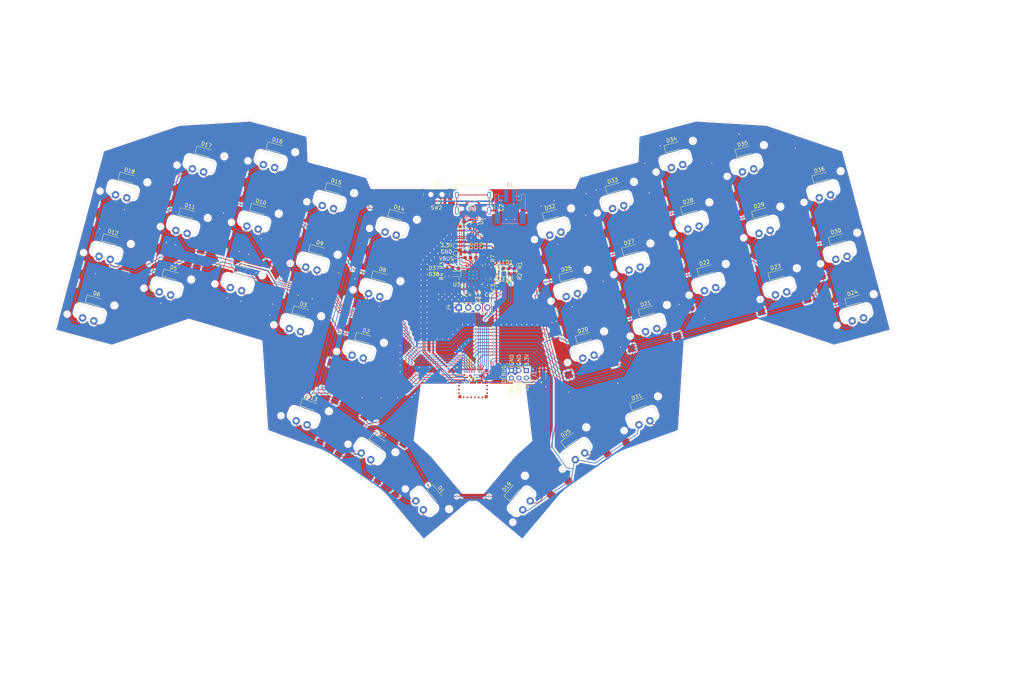
<source format=kicad_pcb>
(kicad_pcb (version 20241229) (generator "pcbnew") (generator_version "9.0")
  (layers (0 "F.Cu" signal) (2 "B.Cu" signal) (13 "F.Paste" user) (15 "B.Paste" user) (5 "F.SilkS" user "F.Silkscreen") (7 "B.SilkS" user "B.Silkscreen") (1 "F.Mask" user) (3 "B.Mask" user) (25 "Edge.Cuts" user))
  (net 0 "")
  (net 1 "Net-(D33-A)")
  (net 2 "Net-(D34-A)")
  (net 3 "Net-(D20-A)")
  (net 4 "Net-(D26-A)")
  (net 5 "Net-(D27-A)")
  (net 6 "Net-(D29-A)")
  (net 7 "Net-(D21-A)")
  (net 8 "Net-(D30-A)")
  (net 9 "Net-(D32-A)")
  (net 10 "Net-(D19-A)")
  (net 11 "Net-(D22-A)")
  (net 12 "Net-(D23-A)")
  (net 13 "Net-(D24-A)")
  (net 14 "Net-(D25-A)")
  (net 15 "Net-(D28-A)")
  (net 16 "Net-(D31-A)")
  (net 17 "Net-(D18-A)")
  (net 18 "/VBUS")
  (net 19 "GND")
  (net 20 "Net-(J2-SHIELD)")
  (net 21 "/3.3V")
  (net 22 "/PVSS2")
  (net 23 "/VSYS")
  (net 24 "/VBUSOut")
  (net 25 "/VBAT")
  (net 26 "/Row0")
  (net 27 "Net-(D1-A)")
  (net 28 "Net-(D2-A)")
  (net 29 "Net-(D3-A)")
  (net 30 "Net-(D4-A)")
  (net 31 "Net-(D5-A)")
  (net 32 "Net-(D6-A)")
  (net 33 "/Row1")
  (net 34 "Net-(D7-A)")
  (net 35 "Net-(D8-A)")
  (net 36 "Net-(D9-A)")
  (net 37 "Net-(D10-A)")
  (net 38 "Net-(D11-A)")
  (net 39 "Net-(D12-A)")
  (net 40 "Net-(D13-A)")
  (net 41 "/Row2")
  (net 42 "Net-(D14-A)")
  (net 43 "Net-(D15-A)")
  (net 44 "Net-(D16-A)")
  (net 45 "Net-(D17-A)")
  (net 46 "Net-(D35-A)")
  (net 47 "Net-(D36-A)")
  (net 48 "Net-(D37-K)")
  (net 49 "Net-(D37-A)")
  (net 50 "Net-(D38-K)")
  (net 51 "Net-(D38-A)")
  (net 52 "/SWDIO")
  (net 53 "/RESET")
  (net 54 "/SWDCLK")
  (net 55 "/USB_D+")
  (net 56 "/CC1")
  (net 57 "/CC2")
  (net 59 "/USB_D-")
  (net 61 "Net-(J3-Pin_2)")
  (net 62 "/Col0")
  (net 63 "/Col1")
  (net 64 "/Col2")
  (net 65 "/Col3")
  (net 66 "/Col4")
  (net 67 "/Col5")
  (net 68 "/Col6")
  (net 69 "/Col7")
  (net 70 "/Col8")
  (net 71 "/Col9")
  (net 72 "/Col10")
  (net 73 "/Col11")
  (net 74 "Net-(U3-SW2)")
  (net 75 "Net-(LED1-A)")
  (net 76 "/LED_1")
  (net 77 "/LED_2")
  (net 78 "Net-(LED2-A)")
  (net 79 "/BAT_SDA")
  (net 80 "/BAT_SCL")
  (net 81 "Net-(U3-VSET2)")
  (net 84 "/SCL")
  (net 85 "Net-(U1A-OUT_ANT)")
  (net 86 "/SDA")
  (footprint "LED_SMD:LED_0603_1608Metric" (layer "F.Cu") (at 146.947692 83.524871)
    (property "Reference" "LED1")
    (property "Value" "LED_Blue")
  )
  (footprint "Keyboard:CPG1316S01D02_castelated_mikecinq" (layer "F.Cu") (at 215.16546 71.259004 15)
    (property "Reference" "KHS29" (hide yes))
    (property "Value" "KHS" (hide yes))
    (fp_line (start -4 1.650001) (end -3.999997 0.250004) (stroke (width 0.1)) (layer "Edge.Cuts"))
    (fp_line (start -3.000004 -0.749999) (end 3 -0.749997) (stroke (width 0.1)) (layer "Edge.Cuts"))
    (fp_line (start 2.999997 2.650002) (end -3 2.649994) (stroke (width 0.1)) (layer "Edge.Cuts"))
    (fp_line (start 4.000003 0.25) (end 4 1.650003) (stroke (width 0.1)) (layer "Edge.Cuts"))
    (fp_arc (start -3.999997 0.250004) (mid -3.707104 -0.457109) (end -3.000004 -0.749999) (stroke (width 0.1)) (layer "Edge.Cuts"))
    (fp_arc (start -3 2.649994) (mid -3.707104 2.357106) (end -4 1.650001) (stroke (width 0.1)) (layer "Edge.Cuts"))
    (fp_arc (start 3 -0.749997) (mid 3.707105 -0.457107) (end 4.000003 0.25) (stroke (width 0.1)) (layer "Edge.Cuts"))
    (fp_arc (start 4 1.650003) (mid 3.707105 2.357107) (end 2.999997 2.650002) (stroke (width 0.1)) (layer "Edge.Cuts"))
    (fp_circle (center -5.8 2.750001) (end -5.300001 2.749999) (stroke (width 0.1)) (fill no) (layer "Edge.Cuts"))
    (fp_circle (center 5.8 -2.750001) (end 6.399999 -2.750003) (stroke (width 0.1)) (fill no) (layer "Edge.Cuts"))
  )
  (footprint "LED_SMD:LED_0603_1608Metric" (layer "F.Cu") (at 146.947688 84.989201)
    (property "Reference" "LED2")
    (property "Value" "LED_Green")
  )
  (footprint "Diode_SMD:D_SOD-123" (layer "F.Cu") (at 175.85553 62.08969 15)
    (property "Reference" "D33")
    (property "Value" "D_Small")
  )
  (footprint "Diode_SMD:D_SOD-123" (layer "F.Cu") (at 109.073482 102.21873 -15)
    (property "Reference" "D2")
    (property "Value" "D_Small")
  )
  (footprint "Keyboard:CPG1316S01D02_castelated_mikecinq" (layer "F.Cu") (at 91.289917 97.485266 -15)
    (property "Reference" "KHS3" (hide yes))
    (property "Value" "KHS" (hide yes))
    (fp_line (start -4.000004 1.65) (end -3.999997 0.250001) (stroke (width 0.1)) (layer "Edge.Cuts"))
    (fp_line (start -3 -0.749997) (end 3.000005 -0.749998) (stroke (width 0.1)) (layer "Edge.Cuts"))
    (fp_line (start 3 2.649994) (end -3 2.65) (stroke (width 0.1)) (layer "Edge.Cuts"))
    (fp_line (start 3.999999 0.250001) (end 4 1.650002) (stroke (width 0.1)) (layer "Edge.Cuts"))
    (fp_arc (start -3.999997 0.250001) (mid -3.707105 -0.457107) (end -3 -0.749997) (stroke (width 0.1)) (layer "Edge.Cuts"))
    (fp_arc (start -3 2.65) (mid -3.707105 2.357107) (end -4.000004 1.65) (stroke (width 0.1)) (layer "Edge.Cuts"))
    (fp_arc (start 3.000005 -0.749998) (mid 3.707104 -0.457109) (end 3.999999 0.250001) (stroke (width 0.1)) (layer "Edge.Cuts"))
    (fp_arc (start 4 1.650002) (mid 3.707104 2.357106) (end 3 2.649994) (stroke (width 0.1)) (layer "Edge.Cuts"))
    (fp_circle (center -5.800001 2.750001) (end -5.300003 2.75) (stroke (width 0.1)) (fill no) (layer "Edge.Cuts"))
    (fp_circle (center 5.800001 -2.750001) (end 6.400002 -2.750003) (stroke (width 0.1)) (fill no) (layer "Edge.Cuts"))
  )
  (footprint "Keyboard:CPG1316S01D02_castelated_mikecinq" (layer "F.Cu") (at 219.565394 87.679755 15)
    (property "Reference" "KHS23" (hide yes))
    (property "Value" "KHS" (hide yes))
    (fp_line (start -4 1.650001) (end -3.999997 0.250004) (stroke (width 0.1)) (layer "Edge.Cuts"))
    (fp_line (start -3.000004 -0.749999) (end 3 -0.749997) (stroke (width 0.1)) (layer "Edge.Cuts"))
    (fp_line (start 2.999997 2.650002) (end -3 2.649994) (stroke (width 0.1)) (layer "Edge.Cuts"))
    (fp_line (start 4.000003 0.25) (end 4 1.650003) (stroke (width 0.1)) (layer "Edge.Cuts"))
    (fp_arc (start -3.999997 0.250004) (mid -3.707104 -0.457109) (end -3.000004 -0.749999) (stroke (width 0.1)) (layer "Edge.Cuts"))
    (fp_arc (start -3 2.649994) (mid -3.707104 2.357106) (end -4 1.650001) (stroke (width 0.1)) (layer "Edge.Cuts"))
    (fp_arc (start 3 -0.749997) (mid 3.707105 -0.457107) (end 4.000003 0.25) (stroke (width 0.1)) (layer "Edge.Cuts"))
    (fp_arc (start 4 1.650003) (mid 3.707105 2.357107) (end 2.999997 2.650002) (stroke (width 0.1)) (layer "Edge.Cuts"))
    (fp_circle (center -5.8 2.750001) (end -5.300001 2.749999) (stroke (width 0.1)) (fill no) (layer "Edge.Cuts"))
    (fp_circle (center 5.8 -2.750001) (end 6.399999 -2.750003) (stroke (width 0.1)) (fill no) (layer "Edge.Cuts"))
  )
  (footprint "Inductor_SMD:L_0805_2012Metric" (layer "F.Cu") (at 139.418602 90.709205 180)
    (property "Reference" "L1")
    (property "Value" "2.2uH")
  )
  (footprint "Capacitor_SMD:C_0603_1608Metric" (layer "F.Cu") (at 140.34991 79.9542 90)
    (property "Reference" "C9")
    (property "Value" "2.2uF")
  )
  (footprint "Keyboard:CPG1316S01D02_castelated_mikecinq" (layer "F.Cu") (at 61.04676 71.264816 -15)
    (property "Reference" "KHS11" (hide yes))
    (property "Value" "KHS" (hide yes))
    (fp_line (start -4.000004 1.65) (end -3.999997 0.250001) (stroke (width 0.1)) (layer "Edge.Cuts"))
    (fp_line (start -3 -0.749997) (end 3.000005 -0.749998) (stroke (width 0.1)) (layer "Edge.Cuts"))
    (fp_line (start 3 2.649994) (end -3 2.65) (stroke (width 0.1)) (layer "Edge.Cuts"))
    (fp_line (start 3.999999 0.250001) (end 4 1.650002) (stroke (width 0.1)) (layer "Edge.Cuts"))
    (fp_arc (start -3.999997 0.250001) (mid -3.707105 -0.457107) (end -3 -0.749997) (stroke (width 0.1)) (layer "Edge.Cuts"))
    (fp_arc (start -3 2.65) (mid -3.707105 2.357107) (end -4.000004 1.65) (stroke (width 0.1)) (layer "Edge.Cuts"))
    (fp_arc (start 3.000005 -0.749998) (mid 3.707104 -0.457109) (end 3.999999 0.250001) (stroke (width 0.1)) (layer "Edge.Cuts"))
    (fp_arc (start 4 1.650002) (mid 3.707104 2.357106) (end 3 2.649994) (stroke (width 0.1)) (layer "Edge.Cuts"))
    (fp_circle (center -5.800001 2.750001) (end -5.300003 2.75) (stroke (width 0.1)) (fill no) (layer "Edge.Cuts"))
    (fp_circle (center 5.800001 -2.750001) (end 6.399997 -2.749999) (stroke (width 0.1)) (fill no) (layer "Edge.Cuts"))
  )
  (footprint "Keyboard:CPG1316S01D02_castelated_mikecinq" (layer "F.Cu") (at 191.825838 53.700981 15)
    (property "Reference" "KHS34" (hide yes))
    (property "Value" "KHS" (hide yes))
    (fp_line (start -4 1.650001) (end -3.999997 0.250004) (stroke (width 0.1)) (layer "Edge.Cuts"))
    (fp_line (start -3.000004 -0.749999) (end 3 -0.749997) (stroke (width 0.1)) (layer "Edge.Cuts"))
    (fp_line (start 2.999997 2.650002) (end -3 2.649994) (stroke (width 0.1)) (layer "Edge.Cuts"))
    (fp_line (start 4.000003 0.25) (end 4 1.650003) (stroke (width 0.1)) (layer "Edge.Cuts"))
    (fp_arc (start -3.999997 0.250004) (mid -3.707104 -0.457109) (end -3.000004 -0.749999) (stroke (width 0.1)) (layer "Edge.Cuts"))
    (fp_arc (start -3 2.649994) (mid -3.707104 2.357106) (end -4 1.650001) (stroke (width 0.1)) (layer "Edge.Cuts"))
    (fp_arc (start 3 -0.749997) (mid 3.707105 -0.457107) (end 4.000003 0.25) (stroke (width 0.1)) (layer "Edge.Cuts"))
    (fp_arc (start 4 1.650003) (mid 3.707105 2.357107) (end 2.999997 2.650002) (stroke (width 0.1)) (layer "Edge.Cuts"))
    (fp_circle (center -5.8 2.750001) (end -5.300001 2.749999) (stroke (width 0.1)) (fill no) (layer "Edge.Cuts"))
    (fp_circle (center 5.8 -2.750001) (end 6.399999 -2.750003) (stroke (width 0.1)) (fill no) (layer "Edge.Cuts"))
  )
  (footprint "Diode_SMD:D_SOD-123" (layer "F.Cu") (at 167.914784 102.004984 15)
    (property "Reference" "D20")
    (property "Value" "D_Small")
  )
  (footprint "Keyboard:CPG1316S01D02_castelated_mikecinq" (layer "F.Cu") (at 100.089761 64.643788 -15)
    (property "Reference" "KHS15" (hide yes))
    (property "Value" "KHS" (hide yes))
    (fp_line (start -4.000004 1.65) (end -3.999997 0.250001) (stroke (width 0.1)) (layer "Edge.Cuts"))
    (fp_line (start -3 -0.749997) (end 3.000005 -0.749998) (stroke (width 0.1)) (layer "Edge.Cuts"))
    (fp_line (start 3 2.649994) (end -3 2.65) (stroke (width 0.1)) (layer "Edge.Cuts"))
    (fp_line (start 3.999999 0.250001) (end 4 1.650002) (stroke (width 0.1)) (layer "Edge.Cuts"))
    (fp_arc (start -3.999997 0.250001) (mid -3.707105 -0.457107) (end -3 -0.749997) (stroke (width 0.1)) (layer "Edge.Cuts"))
    (fp_arc (start -3 2.65) (mid -3.707105 2.357107) (end -4.000004 1.65) (stroke (width 0.1)) (layer "Edge.Cuts"))
    (fp_arc (start 3.000005 -0.749998) (mid 3.707104 -0.457109) (end 3.999999 0.250001) (stroke (width 0.1)) (layer "Edge.Cuts"))
    (fp_arc (start 4 1.650002) (mid 3.707104 2.357106) (end 3 2.649994) (stroke (width 0.1)) (layer "Edge.Cuts"))
    (fp_circle (center -5.800001 2.750001) (end -5.300003 2.75) (stroke (width 0.1)) (fill no) (layer "Edge.Cuts"))
    (fp_circle (center 5.800001 -2.750001) (end 6.400002 -2.750003) (stroke (width 0.1)) (fill no) (layer "Edge.Cuts"))
  )
  (footprint "Diode_SMD:D_SOD-123" (layer "F.Cu") (at 117.873324 69.377255 -15)
    (property "Reference" "D14")
    (property "Value" "D_Small")
  )
  (footprint "Keyboard:CPG1316S01D02_castelated_mikecinq" (layer "F.Cu") (at 165.120633 131.545641 35)
    (property "Reference" "KHS25" (hide yes))
    (property "Value" "KHS" (hide yes))
    (fp_line (start -3.000002 -0.750002) (end 3 -0.749997) (stroke (width 0.1)) (layer "Edge.Cuts"))
    (fp_line (start -4.000005 1.65) (end -3.999999 0.249997) (stroke (width 0.1)) (layer "Edge.Cuts"))
    (fp_line (start 3.999995 0.250008) (end 4 1.650003) (stroke (width 0.1)) (layer "Edge.Cuts"))
    (fp_line (start 2.999998 2.650004) (end -2.999994 2.650001) (stroke (width 0.1)) (layer "Edge.Cuts"))
    (fp_arc (start -3.999999 0.249997) (mid -3.707106 -0.457109) (end -3.000002 -0.750002) (stroke (width 0.1)) (layer "Edge.Cuts"))
    (fp_arc (start -2.999994 2.650001) (mid -3.707105 2.357108) (end -4.000005 1.65) (stroke (width 0.1)) (layer "Edge.Cuts"))
    (fp_arc (start 3 -0.749997) (mid 3.707104 -0.457107) (end 3.999995 0.250008) (stroke (width 0.1)) (layer "Edge.Cuts"))
    (fp_arc (start 4 1.650003) (mid 3.707105 2.357107) (end 2.999998 2.650004) (stroke (width 0.1)) (layer "Edge.Cuts"))
    (fp_circle (center -5.799998 2.750001) (end -5.300004 2.75) (stroke (width 0.1)) (fill no) (layer "Edge.Cuts"))
    (fp_circle (center 5.799998 -2.750001) (end 6.399993 -2.75) (stroke (width 0.1)) (fill no) (layer "Edge.Cuts"))
  )
  (footprint "Resistor_SMD:R_0603_1608Metric" (layer "F.Cu") (at 149.15019 82.769874 90)
    (property "Reference" "R1")
    (property "Value" "1.5k")
  )
  (footprint "Resistor_SMD:R_0603_1608Metric" (layer "F.Cu") (at 143.399909 83.299205 -90)
    (property "Reference" "R6")
    (property "Value" "10k")
  )
  (footprint "Capacitor_SMD:C_0603_1608Metric" (layer "F.Cu") (at 135.969912 79.954195 90)
    (property "Reference" "C7")
    (property "Value" "1uF")
  )
  (footprint "Keyboard:CPG1316S01D02_castelated_mikecinq" (layer "F.Cu") (at 75.586532 86.548264 -15)
    (property "Reference" "KHS4" (hide yes))
    (property "Value" "KHS" (hide yes))
    (fp_line (start -4.000004 1.65) (end -3.999997 0.250001) (stroke (width 0.1)) (layer "Edge.Cuts"))
    (fp_line (start -3 -0.749997) (end 3.000005 -0.749998) (stroke (width 0.1)) (layer "Edge.Cuts"))
    (fp_line (start 3 2.649994) (end -3 2.65) (stroke (width 0.1)) (layer "Edge.Cuts"))
    (fp_line (start 3.999999 0.250001) (end 4 1.650002) (stroke (width 0.1)) (layer "Edge.Cuts"))
    (fp_arc (start -3.999997 0.250001) (mid -3.707105 -0.457107) (end -3 -0.749997) (stroke (width 0.1)) (layer "Edge.Cuts"))
    (fp_arc (start -3 2.65) (mid -3.707105 2.357107) (end -4.000004 1.65) (stroke (width 0.1)) (layer "Edge.Cuts"))
    (fp_arc (start 3.000005 -0.749998) (mid 3.707104 -0.457109) (end 3.999999 0.250001) (stroke (width 0.1)) (layer "Edge.Cuts"))
    (fp_arc (start 4 1.650002) (mid 3.707104 2.357106) (end 3 2.649994) (stroke (width 0.1)) (layer "Edge.Cuts"))
    (fp_circle (center -5.800001 2.750001) (end -5.300003 2.75) (stroke (width 0.1)) (fill no) (layer "Edge.Cuts"))
    (fp_circle (center 5.800001 -2.750001) (end 6.399997 -2.749999) (stroke (width 0.1)) (fill no) (layer "Edge.Cuts"))
  )
  (footprint "Keyboard:CPG1316S01D02_castelated_mikecinq" (layer "F.Cu") (at 182.91876 122.280255 20)
    (property "Reference" "KHS31" (hide yes))
    (property "Value" "KHS" (hide yes))
    (fp_line (start -4.000005 1.65) (end -4.000003 0.250003) (stroke (width 0.1)) (layer "Edge.Cuts"))
    (fp_line (start -3.000003 -0.750003) (end 3.000001 -0.749993) (stroke (width 0.1)) (layer "Edge.Cuts"))
    (fp_line (start 2.999998 2.650002) (end -3 2.649997) (stroke (width 0.1)) (layer "Edge.Cuts"))
    (fp_line (start 3.999998 0.250003) (end 3.999999 1.650003) (stroke (width 0.1)) (layer "Edge.Cuts"))
    (fp_arc (start -4.000003 0.250003) (mid -3.707104 -0.457108) (end -3.000003 -0.750003) (stroke (width 0.1)) (layer "Edge.Cuts"))
    (fp_arc (start -3 2.649997) (mid -3.707105 2.357108) (end -4.000005 1.65) (stroke (width 0.1)) (layer "Edge.Cuts"))
    (fp_arc (start 3.000001 -0.749993) (mid 3.707105 -0.457107) (end 3.999998 0.250003) (stroke (width 0.1)) (layer "Edge.Cuts"))
    (fp_arc (start 3.999999 1.650003) (mid 3.707106 2.357107) (end 2.999998 2.650002) (stroke (width 0.1)) (layer "Edge.Cuts"))
    (fp_circle (center -5.799999 2.750001) (end -5.300001 2.749999) (stroke (width 0.1)) (fill no) (layer "Edge.Cuts"))
    (fp_circle (center 5.799999 -2.750001) (end 6.399993 -2.75) (stroke (width 0.1)) (fill no) (layer "Edge.Cuts"))
  )
  (footprint "Diode_SMD:D_SOD-123" (layer "F.Cu") (at 96.732816 78.724173 -15)
    (property "Reference" "D9")
    (property "Value" "D_Small")
  )
  (footprint "Diode_SMD:D_SOD-123" (layer "F.Cu") (at 101.132743 62.303443 -15)
    (property "Reference" "D15")
    (property "Value" "D_Small")
  )
  (footprint "Capacitor_SMD:C_0603_1608Metric" (layer "F.Cu") (at 144.219917 67.3742 90)
    (property "Reference" "C2")
    (property "Value" "10nF")
  )
  (footprint "Button_Switch_SMD:SW_SPDT_PCM12" (layer "F.Cu") (at 128.339998 64.169997 180)
    (property "Reference" "SW2")
    (property "Value" "SW_SPDT")
  )
  (footprint "SamacSys_Parts:EVPBB2A9B000" (layer "F.Cu") (at 156.707405 112.226696 90)
    (property "Reference" "SW1" (hide yes))
    (property "Value" "EVP-BB1AAB000" (hide yes))
  )
  (footprint "Capacitor_SMD:C_0603_1608Metric" (layer "F.Cu") (at 138.889909 79.954205 -90)
    (property "Reference" "C5")
    (property "Value" "10uF")
  )
  (footprint "Diode_SMD:D_SOD-123" (layer "F.Cu") (at 112.872107 129.708959 -35)
    (property "Reference" "D7")
    (property "Value" "D_Small")
  )
  (footprint "Diode_SMD:D_SOD-123" (layer "F.Cu") (at 235.39103 75.643082 15)
    (property "Reference" "D30")
    (property "Value" "D_Small")
  )
  (footprint "Keyboard:CPG1316S01D02_castelated_mikecinq" (layer "F.Cu") (at 159.381881 71.711803 15)
    (property "Reference" "KHS32" (hide yes))
    (property "Value" "KHS" (hide yes))
    (fp_line (start -4 1.650001) (end -3.999997 0.250004) (stroke (width 0.1)) (layer "Edge.Cuts"))
    (fp_line (start -3.000004 -0.749999) (end 3 -0.749997) (stroke (width 0.1)) (layer "Edge.Cuts"))
    (fp_line (start 2.999997 2.650002) (end -3 2.649994) (stroke (width 0.1)) (layer "Edge.Cuts"))
    (fp_line (start 4.000003 0.25) (end 4 1.650003) (stroke (width 0.1)) (layer "Edge.Cuts"))
    (fp_arc (start -3.999997 0.250004) (mid -3.707104 -0.457109) (end -3.000004 -0.749999) (stroke (width 0.1)) (layer "Edge.Cuts"))
    (fp_arc (start -3 2.649994) (mid -3.707104 2.357106) (end -4 1.650001) (stroke (width 0.1)) (layer "Edge.Cuts"))
    (fp_arc (start 3 -0.749997) (mid 3.707105 -0.457107) (end 4.000003 0.25) (stroke (width 0.1)) (layer "Edge.Cuts"))
    (fp_arc (start 4 1.650003) (mid 3.707105 2.357107) (end 2.999997 2.650002) (stroke (width 0.1)) (layer "Edge.Cuts"))
    (fp_circle (center -5.8 2.750001) (end -5.300001 2.749999) (stroke (width 0.1)) (fill no) (layer "Edge.Cuts"))
    (fp_circle (center 5.8 -2.750001) (end 6.399999 -2.750003) (stroke (width 0.1)) (fill no) (layer "Edge.Cuts"))
  )
  (footprint "TestPoint:TestPoint_Pad_D1.0mm" (layer "F.Cu") (at 133.509917 79.579204 90)
    (property "Reference" "TP1" (hide yes))
    (property "Value" "TestPoint_Probe")
  )
  (footprint "Keyboard:CPG1316S01D02_castelated_mikecinq" (layer "F.Cu") (at 44.954172 61.776448 -15)
    (property "Reference" "KHS18" (hide yes))
    (property "Value" "KHS" (hide yes))
    (fp_line (start -4.000004 1.65) (end -3.999997 0.250001) (stroke (width 0.1)) (layer "Edge.Cuts"))
    (fp_line (start -3 -0.749997) (end 3.000005 -0.749998) (stroke (width 0.1)) (layer "Edge.Cuts"))
    (fp_line (start 3 2.649994) (end -3 2.65) (stroke (width 0.1)) (layer "Edge.Cuts"))
    (fp_line (start 3.999999 0.250001) (end 4 1.650002) (stroke (width 0.1)) (layer "Edge.Cuts"))
    (fp_arc (start -3.999997 0.250001) (mid -3.707105 -0.457107) (end -3 -0.749997) (stroke (width 0.1)) (layer "Edge.Cuts"))
    (fp_arc (start -3 2.65) (mid -3.707105 2.357107) (end -4.000004 1.65) (stroke (width 0.1)) (layer "Edge.Cuts"))
    (fp_arc (start 3.000005 -0.749998) (mid 3.707104 -0.457109) (end 3.999999 0.250001) (stroke (width 0.1)) (layer "Edge.Cuts"))
    (fp_arc (start 4 1.650002) (mid 3.707104 2.357106) (end 3 2.649994) (stroke (width 0.1)) (layer "Edge.Cuts"))
    (fp_circle (center -5.800001 2.750001) (end -5.300003 2.75) (stroke (width 0.1)) (fill no) (layer "Edge.Cuts"))
    (fp_circle (center 5.800001 -2.750001) (end 6.399997 -2.749999) (stroke (width 0.1)) (fill no) (layer "Edge.Cuts"))
  )
  (footprint "Keyboard:CPG1316S01D02_castelated_mikecinq" (layer "F.Cu") (at 210.765551 54.838274 15)
    (property "Reference" "KHS35" (hide yes))
    (property "Value" "KHS" (hide yes))
    (fp_line (start -4 1.650001) (end -3.999997 0.250004) (stroke (width 0.1)) (layer "Edge.Cuts"))
    (fp_line (start -3.000004 -0.749999) (end 3 -0.749997) (stroke (width 0.1)) (layer "Edge.Cuts"))
    (fp_line (start 2.999997 2.650002) (end -3 2.649994) (stroke (width 0.1)) (layer "Edge.Cuts"))
    (fp_line (start 4.000003 0.25) (end 4 1.650003) (stroke (width 0.1)) (layer "Edge.Cuts"))
    (fp_arc (start -3.999997 0.250004) (mid -3.707104 -0.457109) (end -3.000004 -0.749999) (stroke (width 0.1)) (layer "Edge.Cuts"))
    (fp_arc (start -3 2.649994) (mid -3.707104 2.357106) (end -4 1.650001) (stroke (width 0.1)) (layer "Edge.Cuts"))
    (fp_arc (start 3 -0.749997) (mid 3.707105 -0.457107) (end 4.000003 0.25) (stroke (width 0.1)) (layer "Edge.Cuts"))
    (fp_arc (start 4 1.650003) (mid 3.707105 2.357107) (end 2.999997 2.650002) (stroke (width 0.1)) (layer "Edge.Cuts"))
    (fp_circle (center -5.8 2.750001) (end -5.300001 2.749999) (stroke (width 0.1)) (fill no) (layer "Edge.Cuts"))
    (fp_circle (center 5.8 -2.750001) (end 6.399999 -2.750003) (stroke (width 0.1)) (fill no) (layer "Edge.Cuts"))
  )
  (footprint "Keyboard:CPG1316S01D02_castelated_mikecinq" (layer "F.Cu") (at 176.122459 64.637992 15)
    (property "Reference" "KHS33" (hide yes))
    (property "Value" "KHS" (hide yes))
    (fp_line (start -4 1.650001) (end -3.999997 0.250004) (stroke (width 0.1)) (layer "Edge.Cuts"))
    (fp_line (start -3.000004 -0.749999) (end 3 -0.749997) (stroke (width 0.1)) (layer "Edge.Cuts"))
    (fp_line (start 2.999997 2.650002) (end -3 2.649994) (stroke (width 0.1)) (layer "Edge.Cuts"))
    (fp_line (start 4.000003 0.25) (end 4 1.650003) (stroke (width 0.1)) (layer "Edge.Cuts"))
    (fp_arc (start -3.999997 0.250004) (mid -3.707104 -0.457109) (end -3.000004 -0.749999) (stroke (width 0.1)) (layer "Edge.Cuts"))
    (fp_arc (start -3 2.649994) (mid -3.707104 2.357106) (end -4 1.650001) (stroke (width 0.1)) (layer "Edge.Cuts"))
    (fp_arc (start 3 -0.749997) (mid 3.707105 -0.457107) (end 4.000003 0.25) (stroke (width 0.1)) (layer "Edge.Cuts"))
    (fp_arc (start 4 1.650003) (mid 3.707105 2.357107) (end 2.999997 2.650002) (stroke (width 0.1)) (layer "Edge.Cuts"))
    (fp_circle (center -5.8 2.750001) (end -5.300001 2.749999) (stroke (width 0.1)) (fill no) (layer "Edge.Cuts"))
    (fp_circle (center 5.8 -2.750001) (end 6.399999 -2.750003) (stroke (width 0.1)) (fill no) (layer "Edge.Cuts"))
  )
  (footprint "TestPoint:TestPoint_Pad_D1.0mm" (layer "F.Cu") (at 133.509913 77.5392)
    (property "Reference" "TP3" (hide yes))
    (property "Value" "TestPoint_Probe")
  )
  (footprint "Keyboard:CPG1316S01D02_castelated_mikecinq" (layer "F.Cu") (at 108.030508 104.559067 -15)
    (property "Reference" "KHS2" (hide yes))
    (property "Value" "KHS" (hide yes))
    (fp_line (start -4.000004 1.65) (end -3.999997 0.250001) (stroke (width 0.1)) (layer "Edge.Cuts"))
    (fp_line (start -3 -0.749997) (end 3.000005 -0.749998) (stroke (width 0.1)) (layer "Edge.Cuts"))
    (fp_line (start 3 2.649994) (end -3 2.65) (stroke (width 0.1)) (layer "Edge.Cuts"))
    (fp_line (start 3.999999 0.250001) (end 4 1.650002) (stroke (width 0.1)) (layer "Edge.Cuts"))
    (fp_arc (start -3.999997 0.250001) (mid -3.707105 -0.457107) (end -3 -0.749997) (stroke (width 0.1)) (layer "Edge.Cuts"))
    (fp_arc (start -3 2.65) (mid -3.707105 2.357107) (end -4.000004 1.65) (stroke (width 0.1)) (layer "Edge.Cuts"))
    (fp_arc (start 3.000005 -0.749998) (mid 3.707104 -0.457109) (end 3.999999 0.250001) (stroke (width 0.1)) (layer "Edge.Cuts"))
    (fp_arc (start 4 1.650002) (mid 3.707104 2.357106) (end 3 2.649994) (stroke (width 0.1)) (layer "Edge.Cuts"))
    (fp_circle (center -5.800001 2.750001) (end -5.300003 2.75) (stroke (width 0.1)) (fill no) (layer "Edge.Cuts"))
    (fp_circle (center 5.800001 -2.750001) (end 6.400002 -2.750003) (stroke (width 0.1)) (fill no) (layer "Edge.Cuts"))
  )
  (footprint "Resistor_SMD:R_0603_1608Metric" (layer "F.Cu") (at 131.149909 82.7842 -90)
    (property "Reference" "R3")
    (property "Value" "1.5k")
  )
  (footprint "LED_SMD:LED_0603_1608Metric" (layer "F.Cu") (at 133.40991 83.529199 180)
    (property "Reference" "D37")
    (property "Value" "LED_Error")
  )
  (footprint "Connector_PinHeader_2.00mm:PinHeader_2x03_P2.00mm_Vertical" (layer "F.Cu") (at 152.329908 110.81921 -90)
    (property "Reference" "J1")
    (property "Value" "Conn_02x03_Odd_Even")
  )
  (footprint "Connector_USB:USB_C_Receptacle_HRO_TYPE-C-31-M-12" (layer "F.Cu") (at 138.106104 65.010119 180)
    (property "Reference" "J2")
    (property "Value" "USB_C_Receptacle_USB2.0_16P")
  )
  (footprint "Diode_SMD:D_SOD-123" (layer "F.Cu") (at 239.790939 92.063831 15)
    (property "Reference" "D24")
    (property "Value" "D_Small")
  )
  (footprint "Diode_SMD:D_SOD-123" (layer "F.Cu") (at 113.473398 85.798003 -15)
    (property "Reference" "D8")
    (property "Value" "D_Small")
  )
  (footprint "Diode_SMD:D_SOD-123" (layer "F.Cu") (at 76.629521 84.207917 -15)
    (property "Reference" "D4")
    (property "Value" "D_Small")
  )
  (footprint "Diode_SMD:D_SOD-123" (layer "F.Cu") (at 85.429367 51.36643 -15)
    (property "Reference" "D16")
    (property "Value" "D_Small")
  )
  (footprint "Keyboard:CPG1316S01D02_castelated_mikecinq" (layer "F.Cu") (at 65.446677 54.844078 -15)
    (property "Reference" "KHS17" (hide yes))
    (property "Value" "KHS" (hide yes))
    (fp_line (start -4.000004 1.65) (end -3.999997 0.250001) (stroke (width 0.1)) (layer "Edge.Cuts"))
    (fp_line (start -3 -0.749997) (end 3.000005 -0.749998) (stroke (width 0.1)) (layer "Edge.Cuts"))
    (fp_line (start 3 2.649994) (end -3 2.65) (stroke (width 0.1)) (layer "Edge.Cuts"))
    (fp_line (start 3.999999 0.250001) (end 4 1.650002) (stroke (width 0.1)) (layer "Edge.Cuts"))
    (fp_arc (start -3.999997 0.250001) (mid -3.707105 -0.457107) (end -3 -0.749997) (stroke (width 0.1)) (layer "Edge.Cuts"))
    (fp_arc (start -3 2.65) (mid -3.707105 2.357107) (end -4.000004 1.65) (stroke (width 0.1)) (layer "Edge.Cuts"))
    (fp_arc (start 3.000005 -0.749998) (mid 3.707104 -0.457109) (end 3.999999 0.250001) (stroke (width 0.1)) (layer "Edge.Cuts"))
    (fp_arc (start 4 1.650002) (mid 3.707104 2.357106) (end 3 2.649994) (stroke (width 0.1)) (layer "Edge.Cuts"))
    (fp_circle (center -5.800001 2.750001) (end -5.300003 2.75) (stroke (width 0.1)) (fill no) (layer "Edge.Cuts"))
    (fp_circle (center 5.800001 -2.750001) (end 6.399997 -2.749999) (stroke (width 0.1)) (fill no) (layer "Edge.Cuts"))
  )
  (footprint "Diode_SMD:D_SOD-123" (layer "F.Cu") (at 148.64673 143.16747 50)
    (property "Reference" "D19")
    (property "Value" "D_Small")
  )
  (footprint "Capacitor_SMD:C_0603_1608Metric" (layer "F.Cu") (at 137.429911 79.954203 90)
    (property "Reference" "C6")
    (property "Value" "1uF")
  )
  (footprint "Keyboard:CPG1316S01D02_castelated_mikecinq" (layer "F.Cu") (at 116.830336 71.717606 -15)
    (property "Reference" "KHS14" (hide yes))
    (property "Value" "KHS" (hide yes))
    (fp_line (start -4.000004 1.65) (end -3.999997 0.250001) (stroke (width 0.1)) (layer "Edge.Cuts"))
    (fp_line (start -3 -0.749997) (end 3.000005 -0.749998) (stroke (width 0.1)) (layer "Edge.Cuts"))
    (fp_line (start 3 2.649994) (end -3 2.65) (stroke (width 0.1)) (layer "Edge.Cuts"))
    (fp_line (start 3.999999 0.250001) (end 4 1.650002) (stroke (width 0.1)) (layer "Edge.Cuts"))
    (fp_arc (start -3.999997 0.250001) (mid -3.707105 -0.457107) (end -3 -0.749997) (stroke (width 0.1)) (layer "Edge.Cuts"))
    (fp_arc (start -3 2.65) (mid -3.707105 2.357107) (end -4.000004 1.65) (stroke (width 0.1)) (layer "Edge.Cuts"))
    (fp_arc (start 3.000005 -0.749998) (mid 3.707104 -0.457109) (end 3.999999 0.250001) (stroke (width 0.1)) (layer "Edge.Cuts"))
    (fp_arc (start 4 1.650002) (mid 3.707104 2.357106) (end 3 2.649994) (stroke (width 0.1)) (layer "Edge.Cuts"))
    (fp_circle (center -5.800001 2.750001) (end -5.300003 2.75) (stroke (width 0.1)) (fill no) (layer "Edge.Cuts"))
    (fp_circle (center 5.800001 -2.750001) (end 6.400002 -2.750003) (stroke (width 0.1)) (fill no) (layer "Edge.Cuts"))
  )
  (footprint "Diode_SMD:D_SOD-123" (layer "F.Cu") (at 210.498615 52.28999 15)
    (property "Reference" "D35")
    (property "Value" "D_Small")
  )
  (footprint "Diode_SMD:D_SOD-123" (layer "F.Cu") (at 219.298454 85.131454 15)
    (property "Reference" "D23")
    (property "Value" "D_Small")
  )
  (footprint "Resistor_SMD:R_0603_1608Metric" (layer "F.Cu") (at 131.149911 85.734208 90)
    (property "Reference" "R4")
    (property "Value" "1.5k")
  )
  (footprint "Diode_SMD:D_SOD-123" (layer "F.Cu") (at 200.358748 83.994155 15)
    (property "Reference" "D22")
    (property "Value" "D_Small")
  )
  (footprint "Diode_SMD:D_SOD-123" (layer "F.Cu") (at 180.255452 78.510432 15)
    (property "Reference" "D27")
    (property "Value" "D_Small")
  )
  (footprint "Capacitor_SMD:C_0603_1608Metric" (layer "F.Cu") (at 134.899915 71.049202 180)
    (property "Reference" "C1")
    (property "Value" "1uF")
  )
  (footprint "Diode_SMD:D_SOD-123" (layer "F.Cu") (at 163.514872 85.584247 15)
    (property "Reference" "D26")
    (property "Value" "D_Small")
  )
  (footprint "Diode_SMD:D_SOD-123" (layer "F.Cu") (at 62.089722 68.924466 -15)
    (property "Reference" "D11")
    (property "Value" "D_Small")
  )
  (footprint "Keyboard:CPG1316S01D02_castelated_mikecinq" (layer "F.Cu") (at 111.091592 131.55145 -35)
    (property "Reference" "KHS7" (hide yes))
    (property "Value" "KHS" (hide yes))
    (fp_line (start -4 1.650003) (end -3.999996 0.250004) (stroke (width 0.1)) (layer "Edge.Cuts"))
    (fp_line (start -3.000001 -0.749995) (end 3.000006 -0.750001) (stroke (width 0.1)) (layer "Edge.Cuts"))
    (fp_line (start 2.999995 2.650001) (end -2.999998 2.650004) (stroke (width 0.1)) (layer "Edge.Cuts"))
    (fp_line (start 3.999995 0.250006) (end 4.000005 1.65) (stroke (width 0.1)) (layer "Edge.Cuts"))
    (fp_arc (start -2.999998 2.650004) (mid -3.707106 2.357108) (end -4 1.650003) (stroke (width 0.1)) (layer "Edge.Cuts"))
    (fp_arc (start -3.999996 0.250004) (mid -3.707104 -0.457107) (end -3.000001 -0.749995) (stroke (width 0.1)) (layer "Edge.Cuts"))
    (fp_arc (start 4.000005 1.65) (mid 3.707105 2.357108) (end 2.999995 2.650001) (stroke (width 0.1)) (layer "Edge.Cuts"))
    (fp_arc (start 3.000006 -0.750001) (mid 3.707105 -0.457108) (end 3.999995 0.250006) (stroke (width 0.1)) (layer "Edge.Cuts"))
    (fp_circle (center -5.800001 2.750001) (end -5.300004 2.749999) (stroke (width 0.1)) (fill no) (layer "Edge.Cuts"))
    (fp_circle (center 5.800001 -2.750001) (end 6.399996 -2.750002) (stroke (width 0.1)) (fill no) (layer "Edge.Cuts"))
  )
  (footprint "Package_DFN_QFN:QFN-32-1EP_5x5mm_P0.5mm_EP3.6x3.6mm_ThermalVias" (layer "F.Cu") (at 138.106112 85.280123 90)
    (property "Reference" "U3")
    (property "Value" "nPM1300-QEXX")
  )
  (footprint "Diode_SMD:D_SOD-123" (layer "F.Cu") (at 94.536452 120.045511 -20)
    (property "Reference" "D13")
    (property "Value" "D_Small")
  )
  (footprint "Keyboard:CPG1316S01D02_castelated_mikecinq" (layer "F.Cu") (at 150.327032 145.101799 50)
    (property "Reference" "KHS19" (hide yes))
    (property "Value" "KHS" (hide yes))
    (fp_line (start -3.000002 -0.750002) (end 3 -0.749997) (stroke (width 0.1)) (layer "Edge.Cuts"))
    (fp_line (start -4.000002 1.649997) (end -3.999997 0.250001) (stroke (width 0.1)) (layer "Edge.Cuts"))
    (fp_line (start 3.999999 0.249997) (end 3.999999 1.650004) (stroke (width 0.1)) (layer "Edge.Cuts"))
    (fp_line (start 2.999998 2.650003) (end -2.999994 2.650002) (stroke (width 0.1)) (layer "Edge.Cuts"))
    (fp_arc (start -3.999997 0.250001) (mid -3.707106 -0.457108) (end -3.000002 -0.750002) (stroke (width 0.1)) (layer "Edge.Cuts"))
    (fp_arc (start -2.999994 2.650002) (mid -3.707105 2.357104) (end -4.000002 1.649997) (stroke (width 0.1)) (layer "Edge.Cuts"))
    (fp_arc (start 3 -0.749997) (mid 3.707104 -0.457107) (end 3.999999 0.249997) (stroke (width 0.1)) (layer "Edge.Cuts"))
    (fp_arc (start 3.999999 1.650004) (mid 3.707108 2.357107) (end 2.999998 2.650003) (stroke (width 0.1)) (layer "Edge.Cuts"))
    (fp_circle (center -5.799998 2.750001) (end -5.300002 2.75) (stroke (width 0.1)) (fill no) (layer "Edge.Cuts"))
    (fp_circle (center 5.799998 -2.750001) (end 6.399995 -2.750002) (stroke (width 0.1)) (fill no) (layer "Edge.Cuts"))
  )
  (footprint "Diode_SMD:D_SOD-123" (layer "F.Cu") (at 37.197316 92.277568 -15)
    (property "Reference" "D6")
    (property "Value" "D_Small")
  )
  (footprint "Diode_SMD:D_SOD-123" (layer "F.Cu") (at 41.597233 75.856834 -15)
    (property "Reference" "D12")
    (property "Value" "D_Small")
  )
  (footprint "Keyboard:CPG1316S01D02_castelated_mikecinq" (layer "F.Cu") (at 235.657961 78.191384 15)
    (property "Reference" "KHS30" (hide yes))
    (property "Value" "KHS" (hide yes))
    (fp_line (start -4 1.650001) (end -3.999997 0.250004) (stroke (width 0.1)) (layer "Edge.Cuts"))
    (fp_line (start -3.000004 -0.749999) (end 3 -0.749997) (stroke (width 0.1)) (layer "Edge.Cuts"))
    (fp_line (start 2.999997 2.650002) (end -3 2.649994) (stroke (width 0.1)) (layer "Edge.Cuts"))
    (fp_line (start 4.000003 0.25) (end 4 1.650003) (stroke (width 0.1)) (layer "Edge.Cuts"))
    (fp_arc (start -3.999997 0.250004) (mid -3.707104 -0.457109) (end -3.000004 -0.749999) (stroke (width 0.1)) (layer "Edge.Cuts"))
    (fp_arc (start -3 2.649994) (mid -3.707104 2.357106) (end -4 1.650001) (stroke (width 0.1)) (layer "Edge.Cuts"))
    (fp_arc (start 3 -0.749997) (mid 3.707105 -0.457107) (end 4.000003 0.25) (stroke (width 0.1)) (layer "Edge.Cuts"))
    (fp_arc (start 4 1.650003) (mid 3.707105 2.357107) (end 2.999997 2.650002) (stroke (width 0.1)) (layer "Edge.Cuts"))
    (fp_circle (center -5.8 2.750001) (end -5.300001 2.749999) (stroke (width 0.1)) (fill no) (layer "Edge.Cuts"))
    (fp_circle (center 5.8 -2.750001) (end 6.399999 -2.750003) (stroke (width 0.1)) (fill no) (layer "Edge.Cuts"))
  )
  (footprint "Keyboard:CPG1316S01D02_castelated_mikecinq" (layer "F.Cu") (at 184.922315 97.47946 15)
    (property "Reference" "KHS21" (hide yes))
    (property "Value" "KHS" (hide yes))
    (fp_line (start -4 1.650001) (end -3.999997 0.250004) (stroke (width 0.1)) (layer "Edge.Cuts"))
    (fp_line (start -3.000004 -0.749999) (end 3 -0.749997) (stroke (width 0.1)) (layer "Edge.Cuts"))
    (fp_line (start 2.999997 2.650002) (end -3 2.649994) (stroke (width 0.1)) (layer "Edge.Cuts"))
    (fp_line (start 4.000003 0.25) (end 4 1.650003) (stroke (width 0.1)) (layer "Edge.Cuts"))
    (fp_arc (start -3.999997 0.250004) (mid -3.707104 -0.457109) (end -3.000004 -0.749999) (stroke (width 0.1)) (layer "Edge.Cuts"))
    (fp_arc (start -3 2.649994) (mid -3.707104 2.357106) (end -4 1.650001) (stroke (width 0.1)) (layer "Edge.Cuts"))
    (fp_arc (start 3 -0.749997) (mid 3.707105 -0.457107) (end 4.000003 0.25) (stroke (width 0.1)) (layer "Edge.Cuts"))
    (fp_arc (start 4 1.650003) (mid 3.707105 2.357107) (end 2.999997 2.650002) (stroke (width 0.1)) (layer "Edge.Cuts"))
    (fp_circle (center -5.8 2.750001) (end -5.300001 2.749999) (stroke (width 0.1)) (fill no) (layer "Edge.Cuts"))
    (fp_circle (center 5.8 -2.750001) (end 6.399999 -2.750003) (stroke (width 0.1)) (fill no) (layer "Edge.Cuts"))
  )
  (footprint "Diode_SMD:D_SOD-123" (layer "F.Cu") (at 191.558896 51.152689 15)
    (property "Reference" "D34")
    (property "Value" "D_Small")
  )
  (footprint "Resistor_SMD:R_0603_1608Metric" (layer "F.Cu") (at 141.93991 82.504204 90)
    (property "Reference" "R7")
    (property "Value" "500k")
  )
  (footprint "Keyboard:CPG1316S01D02_castelated_mikecinq" (layer "F.Cu") (at 40.554254 78.197189 -15)
    (property "Reference" "KHS12" (hide yes))
    (property "Value" "KHS" (hide yes))
    (fp_line (start -4.000004 1.65) (end -3.999997 0.250001) (stroke (width 0.1)) (layer "Edge.Cuts"))
    (fp_line (start -3 -0.749997) (end 3.000005 -0.749998) (stroke (width 0.1)) (layer "Edge.Cuts"))
    (fp_line (start 3 2.649994) (end -3 2.65) (stroke (width 0.1)) (layer "Edge.Cuts"))
    (fp_line (start 3.999999 0.250001) (end 4 1.650002) (stroke (width 0.1)) (layer "Edge.Cuts"))
    (fp_arc (start -3.999997 0.250001) (mid -3.707105 -0.457107) (end -3 -0.749997) (stroke (width 0.1)) (layer "Edge.Cuts"))
    (fp_arc (start -3 2.65) (mid -3.707105 2.357107) (end -4.000004 1.65) (stroke (width 0.1)) (layer "Edge.Cuts"))
    (fp_arc (start 3.000005 -0.749998) (mid 3.707104 -0.457109) (end 3.999999 0.250001) (stroke (width 0.1)) (layer "Edge.Cuts"))
    (fp_arc (start 4 1.650002) (mid 3.707104 2.357106) (end 3 2.649994) (stroke (width 0.1)) (layer "Edge.Cuts"))
    (fp_circle (center -5.800001 2.750001) (end -5.300003 2.75) (stroke (width 0.1)) (fill no) (layer "Edge.Cuts"))
    (fp_circle (center 5.800001 -2.750001) (end 6.399997 -2.749999) (stroke (width 0.1)) (fill no) (layer "Edge.Cuts"))
  )
  (footprint "Keyboard:CPG1316S01D02_castelated_mikecinq" (layer "F.Cu") (at 200.62568 86.542465 15)
    (property "Reference" "KHS22" (hide yes))
    (property "Value" "KHS" (hide yes))
    (fp_line (start -4 1.650001) (end -3.999997 0.250004) (stroke (width 0.1)) (layer "Edge.Cuts"))
    (fp_line (start -3.000004 -0.749999) (end 3 -0.749997) (stroke (width 0.1)) (layer "Edge.Cuts"))
    (fp_line (start 2.999997 2.650002) (end -3 2.649994) (stroke (width 0.1)) (layer "Edge.Cuts"))
    (fp_line (start 4.000003 0.25) (end 4 1.650003) (stroke (width 0.1)) (layer "Edge.Cuts"))
    (fp_arc (start -3.999997 0.250004) (mid -3.707104 -0.457109) (end -3.000004 -0.749999) (stroke (width 0.1)) (layer "Edge.Cuts"))
    (fp_arc (start -3 2.649994) (mid -3.707104 2.357106) (end -4 1.650001) (stroke (width 0.1)) (layer "Edge.Cuts"))
    (fp_arc (start 3 -0.749997) (mid 3.707105 -0.457107) (end 4.000003 0.25) (stroke (width 0.1)) (layer "Edge.Cuts"))
    (fp_arc (start 4 1.650003) (mid 3.707105 2.357107) (end 2.999997 2.650002) (stroke (width 0.1)) (layer "Edge.Cuts"))
    (fp_circle (center -5.8 2.750001) (end -5.300001 2.749999) (stroke (width 0.1)) (fill no) (layer "Edge.Cuts"))
    (fp_circle (center 5.8 -2.750001) (end 6.399999 -2.750003) (stroke (width 0.1)) (fill no) (layer "Edge.Cuts"))
  )
  (footprint "Diode_SMD:D_SOD-123" (layer "F.Cu") (at 159.114953 69.163501 15)
    (property "Reference" "D32")
    (property "Value" "D_Small")
  )
  (footprint "Diode_SMD:D_SOD-123" (layer "F.Cu") (at 66.489663 52.503722 -15)
    (property "Reference" "D17")
    (property "Value" "D_Small")
  )
  (footprint "Diode_SMD:D_SOD-123" (layer "F.Cu") (at 163.99823 129.242322 35)
    (property "Reference" "D25")
    (property "Value" "D_Small")
  )
  (footprint "Diode_SMD:D_SOD-123" (layer "F.Cu") (at 57.689807 85.345206 -15)
    (property "Reference" "D5")
    (property "Value" "D_Small")
  )
  (footprint "Diode_SMD:D_SOD-123" (layer "F.Cu") (at 45.997156 59.436092 -15)
    (property "Reference" "D18")
    (property "Value" "D_Small")
  )
  (footprint "Capacitor_SMD:C_0603_1608Metric" (layer "F.Cu") (at 141.31991 89.119198)
    (property "Reference" "C8")
    (property "Value" "10uF")
  )
  (footprint "Keyboard:CPG1316S01D02_castelated_mikecinq" (layer "F.Cu") (at 79.986461 70.12752 -15)
    (property "Reference" "KHS10" (hide yes))
    (property "Value" "KHS" (hide yes))
    (fp_line (start -4.000004 1.65) (end -3.999997 0.250001) (stroke (width 0.1)) (layer "Edge.Cuts"))
    (fp_line (start -3 -0.749997) (end 3.000005 -0.749998) (stroke (width 0.1)) (layer "Edge.Cuts"))
    (fp_line (start 3 2.649994) (end -3 2.65) (stroke (width 0.1)) (layer "Edge.Cuts"))
    (fp_line (start 3.999999 0.250001) (end 4 1.650002) (stroke (width 0.1)) (layer "Edge.Cuts"))
    (fp_arc (start -3.999997 0.250001) (mid -3.707105 -0.457107) (end -3 -0.749997) (stroke (width 0.1)) (layer "Edge.Cuts"))
    (fp_arc (start -3 2.65) (mid -3.707105 2.357107) (end -4.000004 1.65) (stroke (width 0.1)) (layer "Edge.Cuts"))
    (fp_arc (start 3.000005 -0.749998) (mid 3.707104 -0.457109) (end 3.999999 0.250001) (stroke (width 0.1)) (layer "Edge.Cuts"))
    (fp_arc (start 4 1.650002) (mid 3.707104 2.357106) (end 3 2.649994) (stroke (width 0.1)) (layer "Edge.Cuts"))
    (fp_circle (center -5.800001 2.750001) (end -5.300003 2.75) (stroke (width 0.1)) (fill no) (layer "Edge.Cuts"))
    (fp_circle (center 5.800001 -2.750001) (end 6.399997 -2.749999) (stroke (width 0.1)) (fill no) (layer "Edge.Cuts"))
  )
  (footprint "Diode_SMD:D_SOD-123" (layer "F.Cu") (at 195.958831 67.573418 15)
    (property "Reference" "D28")
    (property "Value" "D_Small")
  )
  (footprint "Diode_SMD:D_SOD-123" (layer "F.Cu") (at 214.898534 68.710721 15)
    (property "Reference" "D29")
    (property "Value" "D_Small")
  )
  (footprint "Diode_SMD:D_SOD-123" (layer "F.Cu") (at 128.081922 143.78874 -50)
    (property "Reference" "D1")
    (property "Value" "D_Small")
  )
  (footprint "Keyboard:CPG1316S01D02_castelated_mikecinq" (layer "F.Cu") (at 93.293458 122.286054 -20)
    (property "Reference" "KHS13" (hide yes))
    (property "Value" "KHS" (hide yes))
    (fp_line (start -4.000003 1.649999) (end -4.000005 0.250003) (stroke (width 0.1)) (layer "Edge.Cuts"))
    (fp_line (start -3 -0.749997) (end 3.000005 -0.749998) (stroke (width 0.1)) (layer "Edge.Cuts"))
    (fp_line (start 3 2.649997) (end -3 2.65) (stroke (width 0.1)) (layer "Edge.Cuts"))
    (fp_line (start 3.999996 0.250002) (end 3.999999 1.650003) (stroke (width 0.1)) (layer "Edge.Cuts"))
    (fp_arc (start -4.000005 0.250003) (mid -3.707105 -0.457107) (end -3 -0.749997) (stroke (width 0.1)) (layer "Edge.Cuts"))
    (fp_arc (start -3 2.65) (mid -3.707106 2.357107) (end -4.000003 1.649999) (stroke (width 0.1)) (layer "Edge.Cuts"))
    (fp_arc (start 3.000005 -0.749998) (mid 3.707104 -0.457108) (end 3.999996 0.250002) (stroke (width 0.1)) (layer "Edge.Cuts"))
    (fp_arc (start 3.999999 1.650003) (mid 3.707105 2.357108) (end 3 2.649997) (stroke (width 0.1)) (layer "Edge.Cuts"))
    (fp_circle (center -5.8 2.75) (end -5.300004 2.75) (stroke (width 0.1)) (fill no) (layer "Edge.Cuts"))
    (fp_circle (center 5.8 -2.75) (end 6.399993 -2.75) (stroke (width 0.1)) (fill no) (layer "Edge.Cuts"))
  )
  (footprint "Diode_SMD:D_SOD-123" (layer "F.Cu") (at 184.655382 94.931156 15)
    (property "Reference" "D21")
    (property "Value" "D_Small")
  )
  (footprint "Keyboard:CPG1316S01D02_castelated_mikecinq" (layer "F.Cu") (at 196.225763 70.121711 15)
    (property "Reference" "KHS28" (hide yes))
    (property "Value" "KHS" (hide yes))
    (fp_line (start -4 1.650001) (end -3.999997 0.250004) (stroke (width 0.1)) (layer "Edge.Cuts"))
    (fp_line (start -3.000004 -0.749999) (end 3 -0.749997) (stroke (width 0.1)) (layer "Edge.Cuts"))
    (fp_line (start 2.999997 2.650002) (end -3 2.649994) (stroke (width 0.1)) (layer "Edge.Cuts"))
    (fp_line (start 4.000003 0.25) (end 4 1.650003) (stroke (width 0.1)) (layer "Edge.Cuts"))
    (fp_arc (start -3.999997 0.250004) (mid -3.707104 -0.457109) (end -3.000004 -0.749999) (stroke (width 0.1)) (layer "Edge.Cuts"))
    (fp_arc (start -3 2.649994) (mid -3.707104 2.357106) (end -4 1.650001) (stroke (width 0.1)) (layer "Edge.Cuts"))
    (fp_arc (start 3 -0.749997) (mid 3.707105 -0.457107) (end 4.000003 0.25) (stroke (width 0.1)) (layer "Edge.Cuts"))
    (fp_arc (start 4 1.650003) (mid 3.707105 2.357107) (end 2.999997 2.650002) (stroke (width 0.1)) (layer "Edge.Cuts"))
    (fp_circle (center -5.8 2.750001) (end -5.300001 2.749999) (stroke (width 0.1)) (fill no) (layer "Edge.Cuts"))
    (fp_circle (center 5.8 -2.750001) (end 6.399999 -2.750003) (stroke (width 0.1)) (fill no) (layer "Edge.Cuts"))
  )
  (footprint "Keyboard:CPG1316S01D02_castelated_mikecinq" (layer "F.Cu") (at 84.386388 53.70678 -15)
    (property "Reference" "KHS16" (hide yes))
    (property "Value" "KHS" (hide yes))
    (fp_line (start -4.000004 1.65) (end -3.999997 0.250001) (stroke (width 0.1)) (layer "Edge.Cuts"))
    (fp_line (start -3 -0.749997) (end 3.000005 -0.749998) (stroke (width 0.1)) (layer "Edge.Cuts"))
    (fp_line (start 3 2.649994) (end -3 2.65) (stroke (width 0.1)) (layer "Edge.Cuts"))
    (fp_line (start 3.999999 0.250001) (end 4 1.650002) (stroke (width 0.1)) (layer "Edge.Cuts"))
    (fp_arc (start -3.999997 0.250001) (mid -3.707105 -0.457107) (end -3 -0.749997) (stroke (width 0.1)) (layer "Edge.Cuts"))
    (fp_arc (start -3 2.65) (mid -3.707105 2.357107) (end -4.000004 1.65) (stroke (width 0.1)) (layer "Edge.Cuts"))
    (fp_arc (start 3.000005 -0.749998) (mid 3.707104 -0.457109) (end 3.999999 0.250001) (stroke (width 0.1)) (layer "Edge.Cuts"))
    (fp_arc (start 4 1.650002) (mid 3.707104 2.357106) (end 3 2.649994) (stroke (width 0.1)) (layer "Edge.Cuts"))
    (fp_circle (center -5.800001 2.750001) (end -5.300003 2.75) (stroke (width 0.1)) (fill no) (layer "Edge.Cuts"))
    (fp_circle (center 5.800001 -2.750001) (end 6.399997 -2.749999) (stroke (width 0.1)) (fill no) (layer "Edge.Cuts"))
  )
  (footprint "Keyboard:CPG1316S01D02_castelated_mikecinq" (layer "F.Cu") (at 36.154334 94.617938 -15)
    (property "Reference" "KHS6" (hide yes))
    (property "Value" "KHS" (hide yes))
    (fp_line (start -4.000004 1.65) (end -3.999997 0.250001) (stroke (width 0.1)) (layer "Edge.Cuts"))
    (fp_line (start -3 -0.749997) (end 3.000005 -0.749998) (stroke (width 0.1)) (layer "Edge.Cuts"))
    (fp_line (start 3 2.649994) (end -3 2.65) (stroke (width 0.1)) (layer "Edge.Cuts"))
    (fp_line (start 3.999999 0.250001) (end 4 1.650002) (stroke (width 0.1)) (layer "Edge.Cuts"))
    (fp_arc (start -3.999997 0.250001) (mid -3.707105 -0.457107) (end -3 -0.749997) (stroke (width 0.1)) (layer "Edge.Cuts"))
    (fp_arc (start -3 2.65) (mid -3.707105 2.357107) (end -4.000004 1.65) (stroke (width 0.1)) (layer "Edge.Cuts"))
    (fp_arc (start 3.000005 -0.749998) (mid 3.707104 -0.457109) (end 3.999999 0.250001) (stroke (width 0.1)) (layer "Edge.Cuts"))
    (fp_arc (start 4 1.650002) (mid 3.707104 2.357106) (end 3 2.649994) (stroke (width 0.1)) (layer "Edge.Cuts"))
    (fp_circle (center -5.800001 2.750001) (end -5.300003 2.75) (stroke (width 0.1)) (fill no) (layer "Edge.Cuts"))
    (fp_circle (center 5.800001 -2.750001) (end 6.399997 -2.749999) (stroke (width 0.1)) (fill no) (layer "Edge.Cuts"))
  )
  (footprint "Keyboard:CPG1316S01D02_castelated_mikecinq" (layer "F.Cu") (at 231.258044 61.770645 15)
    (property "Reference" "KHS36" (hide yes))
    (property "Value" "KHS" (hide yes))
    (fp_line (start -4 1.650001) (end -3.999997 0.250004) (stroke (width 0.1)) (layer "Edge.Cuts"))
    (fp_line (start -3.000004 -0.749999) (end 3 -0.749997) (stroke (width 0.1)) (layer "Edge.Cuts"))
    (fp_line (start 2.999997 2.650002) (end -3 2.649994) (stroke (width 0.1)) (layer "Edge.Cuts"))
    (fp_line (start 4.000003 0.25) (end 4 1.650003) (stroke (width 0.1)) (layer "Edge.Cuts"))
    (fp_arc (start -3.999997 0.250004) (mid -3.707104 -0.457109) (end -3.000004 -0.749999) (stroke (width 0.1)) (layer "Edge.Cuts"))
    (fp_arc (start -3 2.649994) (mid -3.707104 2.357106) (end -4 1.650001) (stroke (width 0.1)) (layer "Edge.Cuts"))
    (fp_arc (start 3 -0.749997) (mid 3.707105 -0.457107) (end 4.000003 0.25) (stroke (width 0.1)) (layer "Edge.Cuts"))
    (fp_arc (start 4 1.650003) (mid 3.707105 2.357107) (end 2.999997 2.650002) (stroke (width 0.1)) (layer "Edge.Cuts"))
    (fp_circle (center -5.8 2.750001) (end -5.300001 2.749999) (stroke (width 0.1)) (fill no) (layer "Edge.Cuts"))
    (fp_circle (center 5.8 -2.750001) (end 6.399999 -2.750003) (stroke (width 0.1)) (fill no) (layer "Edge.Cuts"))
  )
  (footprint "Keyboard:CPG1316S01D02_castelated_mikecinq" (layer "F.Cu") (at 240.057885 94.612124 15)
    (property "Reference" "KHS24" (hide yes))
    (property "Value" "KHS" (hide yes))
    (fp_line (start -4 1.650001) (end -3.999997 0.250004) (stroke (width 0.1)) (layer "Edge.Cuts"))
    (fp_line (start -3.000004 -0.749999) (end 3 -0.749997) (stroke (width 0.1)) (layer "Edge.Cuts"))
    (fp_line (start 2.999997 2.650002) (end -3 2.649994) (stroke (width 0.1)) (layer "Edge.Cuts"))
    (fp_line (start 4.000003 0.25) (end 4 1.650003) (stroke (width 0.1)) (layer "Edge.Cuts"))
    (fp_arc (start -3.999997 0.250004) (mid -3.707104 -0.457109) (end -3.000004 -0.749999) (stroke (width 0.1)) (layer "Edge.Cuts"))
    (fp_arc (start -3 2.649994) (mid -3.707104 2.357106) (end -4 1.650001) (stroke (width 0.1)) (layer "Edge.Cuts"))
    (fp_arc (start 3 -0.749997) (mid 3.707105 -0.457107) (end 4.000003 0.25) (stroke (width 0.1)) (layer "Edge.Cuts"))
    (fp_arc (start 4 1.650003) (mid 3.707105 2.357107) (end 2.999997 2.650002) (stroke (width 0.1)) (layer "Edge.Cuts"))
    (fp_circle (center -5.8 2.750001) (end -5.300001 2.749999) (stroke (width 0.1)) (fill no) (layer "Edge.Cuts"))
    (fp_circle (center 5.8 -2.750001) (end 6.399999 -2.750003) (stroke (width 0.1)) (fill no) (layer "Edge.Cuts"))
  )
  (footprint "Keyboard:CPG1316S01D02_castelated_mikecinq" (layer "F.Cu") (at 163.781794 88.132533 15)
    (property "Reference" "KHS26" (hide yes))
    (property "Value" "KHS" (hide yes))
    (fp_line (start -4 1.650001) (end -3.999997 0.250004) (stroke (width 0.1)) (layer "Edge.Cuts"))
    (fp_line (start -3.000004 -0.749999) (end 3 -0.749997) (stroke (width 0.1)) (layer "Edge.Cuts"))
    (fp_line (start 2.999997 2.650002) (end -3 2.649994) (stroke (width 0.1)) (layer "Edge.Cuts"))
    (fp_line (start 4.000003 0.25) (end 4 1.650003) (stroke (width 0.1)) (layer "Edge.Cuts"))
    (fp_arc (start -3.999997 0.250004) (mid -3.707104 -0.457109) (end -3.000004 -0.749999) (stroke (width 0.1)) (layer "Edge.Cuts"))
    (fp_arc (start -3 2.649994) (mid -3.707104 2.357106) (end -4 1.650001) (stroke (width 0.1)) (layer "Edge.Cuts"))
    (fp_arc (start 3 -0.749997) (mid 3.707105 -0.457107) (end 4.000003 0.25) (stroke (width 0.1)) (layer "Edge.Cuts"))
    (fp_arc (start 4 1.650003) (mid 3.707105 2.357107) (end 2.999997 2.650002) (stroke (width 0.1)) (layer "Edge.Cuts"))
    (fp_circle (center -5.8 2.750001) (end -5.300001 2.749999) (stroke (width 0.1)) (fill no) (layer "Edge.Cuts"))
    (fp_circle (center 5.8 -2.750001) (end 6.399999 -2.750003) (stroke (width 0.1)) (fill no) (layer "Edge.Cuts"))
  )
  (footprint "Keyboard:CPG1316S01D02_castelated_mikecinq" (layer "F.Cu") (at 56.646823 87.685563 -15)
    (property "Reference" "KHS5" (hide yes))
    (property "Value" "KHS" (hide yes))
    (fp_line (start -4.000004 1.65) (end -3.999997 0.250001) (stroke (width 0.1)) (layer "Edge.Cuts"))
    (fp_line (start -3 -0.749997) (end 3.000005 -0.749998) (stroke (width 0.1)) (layer "Edge.Cuts"))
    (fp_line (start 3 2.649994) (end -3 2.65) (stroke (width 0.1)) (layer "Edge.Cuts"))
    (fp_line (start 3.999999 0.250001) (end 4 1.650002) (stroke (width 0.1)) (layer "Edge.Cuts"))
    (fp_arc (start -3.999997 0.250001) (mid -3.707105 -0.457107) (end -3 -0.749997) (stroke (width 0.1)) (layer "Edge.Cuts"))
    (fp_arc (start -3 2.65) (mid -3.707105 2.357107) (end -4.000004 1.65) (stroke (width 0.1)) (layer "Edge.Cuts"))
    (fp_arc (start 3.000005 -0.749998) (mid 3.707104 -0.457109) (end 3.999999 0.250001) (stroke (width 0.1)) (layer "Edge.Cuts"))
    (fp_arc (start 4 1.650002) (mid 3.707104 2.357106) (end 3 2.649994) (stroke (width 0.1)) (layer "Edge.Cuts"))
    (fp_circle (center -5.800001 2.750001) (end -5.300003 2.75) (stroke (width 0.1)) (fill no) (layer "Edge.Cuts"))
    (fp_circle (center 5.800001 -2.750001) (end 6.399997 -2.749999) (stroke (width 0.1)) (fill no) (layer "Edge.Cuts"))
  )
  (footprint "Diode_SMD:D_SOD-123" (layer "F.Cu") (at 182.43074 119.764922 20)
    (property "Reference" "D31")
    (property "Value" "D_Small")
  )
  (footprint "Connector_PinSocket_2.54mm:PinSocket_1x04_P2.54mm_Vertical" (layer "F.Cu") (at 134.299908 94.014208 90)
    (property "Reference" "J4")
    (property "Value" "Conn_01x04" (hide yes))
  )
  (footprint "Mikoto:UDFN-6_1.2x1.0mm_P0.4mm" (layer "F.Cu") (at 138.409916 70.909203 90)
    (property "Reference" "U2")
    (property "Value" "ESDR0502NMUTAG" (hide yes))
  )
  (footprint "Diode_SMD:D_SOD-123" (layer "F.Cu") (at 92.33289 95.144915 -15)
    (property "Reference" "D3")
    (property "Value" "D_Small")
  )
  (footprint "Capacitor_SMD:C_0603_1608Metric" (layer "F.Cu") (at 141.939918 86.524205 90)
    (property "Reference" "C3")
    (property "Value" "100nF")
  )
  (footprint "Capacitor_SMD:C_0603_1608Metric" (layer "F.Cu") (at 138.359916 89.119202 180)
    (property "Reference" "C4")
    (property "Value" "10uF")
  )
  (footprint "ISP1807-LR-RS:ISP1807-LR-RS" (layer "F.Cu") (at 138.106107 114.316622)
    (property "Reference" "U1")
    (property "Value" "ISP1807-LR-RS")
  )
  (footprint "Keyboard:CPG1316S01D02_castelated_mikecinq" (layer "F.Cu") (at 168.181725 104.55328 15)
    (property "Reference" "KHS20" (hide yes))
    (property "Value" "KHS" (hide yes))
    (fp_line (start -4 1.650001) (end -3.999997 0.250004) (stroke (width 0.1)) (layer "Edge.Cuts"))
    (fp_line (start -3.000004 -0.749999) (end 3 -0.749997) (stroke (width 0.1)) (layer "Edge.Cuts"))
    (fp_line (start 2.999997 2.650002) (end -3 2.649994) (stroke (width 0.1)) (layer "Edge.Cuts"))
    (fp_line (start 4.000003 0.25) (end 4 1.650003) (stroke (width 0.1)) (layer "Edge.Cuts"))
    (fp_arc (start -3.999997 0.250004) (mid -3.707104 -0.457109) (end -3.000004 -0.749999) (stroke (width 0.1)) (layer "Edge.Cuts"))
    (fp_arc (start -3 2.649994) (mid -3.707104 2.357106) (end -4 1.650001) (stroke (width 0.1)) (layer "Edge.Cuts"))
    (fp_arc (start 3 -0.749997) (mid 3.707105 -0.457107) (end 4.000003 0.25) (stroke (width 0.1)) (layer "Edge.Cuts"))
    (fp_arc (start 4 1.650003) (mid 3.707105 2.357107) (end 2.999997 2.650002) (stroke (width 0.1)) (layer "Edge.Cuts"))
    (fp_circle (center -5.8 2.750001) (end -5.300001 2.749999) (stroke (width 0.1)) (fill no) (layer "Edge.Cuts"))
    (fp_circle (center 5.8 -2.750001) (end 6.399999 -2.750003) (stroke (width 0.1)) (fill no) (layer "Edge.Cuts"))
  )
  (footprint "Keyboard:CPG1316S01D02_castelated_mikecinq" (layer "F.Cu") (at 125.88519 145.107618 -50)
    (property "Reference" "KHS1" (hide yes))
    (property "Value" "KHS" (hide yes))
    (fp_line (start -3.999999 1.650004) (end -3.999996 0.250001) (stroke (width 0.1)) (layer "Edge.Cuts"))
    (fp_line (start -3.000002 -0.749994) (end 3.000002 -0.750002) (stroke (width 0.1)) (layer "Edge.Cuts"))
    (fp_line (start 2.999998 2.650001) (end -2.999998 2.650003) (stroke (width 0.1)) (layer "Edge.Cuts"))
    (fp_line (start 3.999998 0.249996) (end 4.000002 1.649998) (stroke (width 0.1)) (layer "Edge.Cuts"))
    (fp_arc (start -2.999998 2.650003) (mid -3.707106 2.357108) (end -3.999999 1.650004) (stroke (width 0.1)) (layer "Edge.Cuts"))
    (fp_arc (start -3.999996 0.250001) (mid -3.707104 -0.457107) (end -3.000002 -0.749994) (stroke (width 0.1)) (layer "Edge.Cuts"))
    (fp_arc (start 4.000002 1.649998) (mid 3.707104 2.357107) (end 2.999998 2.650001) (stroke (width 0.1)) (layer "Edge.Cuts"))
    (fp_arc (start 3.000002 -0.750002) (mid 3.707106 -0.457109) (end 3.999998 0.249996) (stroke (width 0.1)) (layer "Edge.Cuts"))
    (fp_circle (center -5.800001 2.75) (end -5.299999 2.749999) (stroke (width 0.1)) (fill no) (layer "Edge.Cuts"))
    (fp_circle (center 5.800001 -2.75) (end 6.399997 -2.749999) (stroke (width 0.1)) (fill no) (layer "Edge.Cuts"))
  )
  (footprint "Keyboard:CPG1316S01D02_castelated_mikecinq" (layer "F.Cu") (at 112.430415 88.138346 -15)
    (property "Reference" "KHS8" (hide yes))
    (property "Value" "KHS" (hide yes))
    (fp_line (start -4.000004 1.65) (end -3.999997 0.250001) (stroke (width 0.1)) (layer "Edge.Cuts"))
    (fp_line (start -3 -0.749997) (end 3.000005 -0.749998) (stroke (width 0.1)) (layer "Edge.Cuts"))
    (fp_line (start 3 2.649994) (end -3 2.65) (stroke (width 0.1)) (layer "Edge.Cuts"))
    (fp_line (start 3.999999 0.250001) (end 4 1.650002) (stroke (width 0.1)) (layer "Edge.Cuts"))
    (fp_arc (start -3.999997 0.250001) (mid -3.707105 -0.457107) (end -3 -0.749997) (stroke (width 0.1)) (layer "Edge.Cuts"))
    (fp_arc (start -3 2.65) (mid -3.707105 2.357107) (end -4.000004 1.65) (stroke (width 0.1)) (layer "Edge.Cuts"))
    (fp_arc (start 3.000005 -0.749998) (mid 3.707104 -0.457109) (end 3.999999 0.250001) (stroke (width 0.1)) (layer "Edge.Cuts"))
    (fp_arc (start 4 1.650002) (mid 3.707104 2.357106) (end 3 2.649994) (stroke (width 0.1)) (layer "Edge.Cuts"))
    (fp_circle (center -5.800001 2.750001) (end -5.300003 2.75) (stroke (width 0.1)) (fill no) (layer "Edge.Cuts"))
    (fp_circle (center 5.800001 -2.750001) (end 6.400002 -2.750003) (stroke (width 0.1)) (fill no) (layer "Edge.Cuts"))
  )
  (footprint "Resistor_SMD:R_0603_1608Metric" (layer "F.Cu") (at 149.15019 85.724867 -90)
    (property "Reference" "R2")
    (property "Value" "1.5k")
  )
  (footprint "Keyboard:CPG1316S01D02_castelated_mikecinq" (layer "F.Cu") (at 95.689842 81.064533 -15)
    (property "Reference" "KHS9" (hide yes))
    (property "Value" "KHS" (hide yes))
    (fp_line (start -4.000004 1.65) (end -3.999997 0.250001) (stroke (width 0.1)) (layer "Edge.Cuts"))
    (fp_line (start -3 -0.749997) (end 3.000005 -0.749998) (stroke (width 0.1)) (layer "Edge.Cuts"))
    (fp_line (start 3 2.649994) (end -3 2.65) (stroke (width 0.1)) (layer "Edge.Cuts"))
    (fp_line (start 3.999999 0.250001) (end 4 1.650002) (stroke (width 0.1)) (layer "Edge.Cuts"))
    (fp_arc (start -3.999997 0.250001) (mid -3.707105 -0.457107) (end -3 -0.749997) (stroke (width 0.1)) (layer "Edge.Cuts"))
    (fp_arc (start -3 2.65) (mid -3.707105 2.357107) (end -4.000004 1.65) (stroke (width 0.1)) (layer "Edge.Cuts"))
    (fp_arc (start 3.000005 -0.749998) (mid 3.707104 -0.457109) (end 3.999999 0.250001) (stroke (width 0.1)) (layer "Edge.Cuts"))
    (fp_arc (start 4 1.650002) (mid 3.707104 2.357106) (end 3 2.649994) (stroke (width 0.1)) (layer "Edge.Cuts"))
    (fp_circle (center -5.800001 2.750001) (end -5.300003 2.75) (stroke (width 0.1)) (fill no) (layer "Edge.Cuts"))
    (fp_circle (center 5.800001 -2.750001) (end 6.400002 -2.750003) (stroke (width 0.1)) (fill no) (layer "Edge.Cuts"))
  )
  (footprint "Diode_SMD:D_SOD-123" (layer "F.Cu") (at 81.029439 67.787164 -15)
    (property "Reference" "D10")
    (property "Value" "D_Small")
  )
  (footprint "Resistor_SMD:R_0603_1608Metric" (layer "F.Cu") (at 143.399914 86.25 90)
    (property "Reference" "R5")
    (property "Value" "10k")
  )
  (footprint "Diode_SMD:D_SOD-123" (layer "F.Cu") (at 230.991111 59.222343 15)
    (property "Reference" "D36")
    (property "Value" "D_Small")
  )
  (footprint "TestPoint:TestPoint_Pad_D1.0mm" (layer "F.Cu") (at 133.509912 81.619204 90)
    (property "Reference" "TP2" (hide yes))
    (property "Value" "TestPoint_Probe")
  )
  (footprint "Keyboard:CPG1316S01D02_castelated_mikecinq" (layer "F.Cu") (at 180.522388 81.058713 15)
    (property "Reference" "KHS27" (hide yes))
    (property "Value" "KHS" (hide yes))
    (fp_line (start -4 1.650001) (end -3.999997 0.250004) (stroke (width 0.1)) (layer "Edge.Cuts"))
    (fp_line (start -3.000004 -0.749999) (end 3 -0.749997) (stroke (width 0.1)) (layer "Edge.Cuts"))
    (fp_line (start 2.999997 2.650002) (end -3 2.649994) (stroke (width 0.1)) (layer "Edge.Cuts"))
    (fp_line (start 4.000003 0.25) (end 4 1.650003) (stroke (width 0.1)) (layer "Edge.Cuts"))
    (fp_arc (start -3.999997 0.250004) (mid -3.707104 -0.457109) (end -3.000004 -0.749999) (stroke (width 0.1)) (layer "Edge.Cuts"))
    (fp_arc (start -3 2.649994) (mid -3.707104 2.357106) (end -4 1.650001) (stroke (width 0.1)) (layer "Edge.Cuts"))
    (fp_arc (start 3 -0.749997) (mid 3.707105 -0.457107) (end 4.000003 0.25) (stroke (width 0.1)) (layer "Edge.Cuts"))
    (fp_arc (start 4 1.650003) (mid 3.707105 2.357107) (end 2.999997 2.650002) (stroke (width 0.1)) (layer "Edge.Cuts"))
    (fp_circle (center -5.8 2.750001) (end -5.300001 2.749999) (stroke (width 0.1)) (fill no) (layer "Edge.Cuts"))
    (fp_circle (center 5.8 -2.750001) (end 6.399999 -2.750003) (stroke (width 0.1)) (fill no) (layer "Edge.Cuts"))
  )
  (footprint "LED_SMD:LED_0603_1608Metric" (layer "F.Cu") (at 133.409912 84.9892 180)
    (property "Reference" "D38")
    (property "Value" "LED_Green")
  )
  (footprint "NetTie:NetTie-2_THT_Pad0.3mm" (layer "B.Cu") (at 139.418601 90.109204 -90)
    (property "Reference" "NT1" (hide yes))
    (property "Value" "NetTie_2" (hide yes))
  )
  (footprint "Connector_JST:JST_PH_S2B-PH-SM4-TB_1x02-1MP_P2.00mm_Horizontal" (layer "B.Cu") (at 147.968163 67.090127 180)
    (property "Reference" "J3")
    (property "Value" "Conn_01x02")
  )
  (gr_line (start 161.597685 144.11575) (end 163.156031 142.687478) (stroke (width 0.05)) (layer "Edge.Cuts"))
  (gr_line (start 26.356372 100.274794) (end 41.811187 104.415902) (stroke (width 0.05)) (layer "Edge.Cuts"))
  (gr_line (start 234.401036 104.410083) (end 249.855852 100.26898) (stroke (width 0.05)) (layer "Edge.Cuts"))
  (gr_line (start 194.720269 103.136309) (end 213.908537 97.47771) (stroke (width 0.05)) (layer "Edge.Cuts"))
  (gr_line (start 81.491953 103.142122) (end 83.039758 127.067447) (stroke (width 0.05)) (layer "Edge.Cuts"))
  (gr_line (start 41.811187 104.415902) (end 62.303681 97.483535) (stroke (width 0.05)) (layer "Edge.Cuts"))
  (gr_line (start 111.173483 61.919651) (end 109.887718 58.986943) (stroke (width 0.05)) (layer "Edge.Cuts"))
  (gr_line (start 166.324511 58.981133) (end 165.038733 61.913838) (stroke (width 0.05)) (layer "Edge.Cuts"))
  (gr_line (start 78.729531 43.908825) (end 59.789829 45.046127) (stroke (width 0.05)) (layer "Edge.Cuts"))
  (gr_line (start 213.908537 97.47771) (end 234.401036 104.410083) (stroke (width 0.05)) (layer "Edge.Cuts"))
  (gr_line (start 182.027881 48.044126) (end 181.779329 54.840029) (stroke (width 0.05)) (layer "Edge.Cuts"))
  (gr_line (start 62.303681 97.483535) (end 81.491953 103.142122) (stroke (width 0.05)) (layer "Edge.Cuts"))
  (gr_line (start 249.855852 100.26898) (end 236.914904 51.972684) (stroke (width 0.05)) (layer "Edge.Cuts"))
  (gr_line (start 124.899131 156.378271) (end 137.155846 146.09368) (stroke (width 0.05)) (layer "Edge.Cuts"))
  (gr_line (start 39.297321 51.978496) (end 26.356372 100.274794) (stroke (width 0.05)) (layer "Edge.Cuts"))
  (gr_line (start 111.173483 61.919651) (end 165.038733 61.913838) (stroke (width 0.05)) (layer "Edge.Cuts"))
  (gr_line (start 113.056194 142.693283) (end 114.614533 144.121556) (stroke (width 0.05)) (layer "Edge.Cuts"))
  (gr_line (start 181.779329 54.840029) (end 166.324511 58.981133) (stroke (width 0.05)) (layer "Edge.Cuts"))
  (gr_line (start 151.313091 156.372464) (end 161.597685 144.11575) (stroke (width 0.05)) (layer "Edge.Cuts"))
  (gr_line (start 137.155846 146.09368) (end 139.056377 146.087858) (stroke (width 0.05)) (layer "Edge.Cuts"))
  (gr_line (start 114.614533 144.121556) (end 124.899131 156.378271) (stroke (width 0.05)) (layer "Edge.Cuts"))
  (gr_line (start 94.184342 48.049927) (end 78.729531 43.908825) (stroke (width 0.05)) (layer "Edge.Cuts"))
  (gr_line (start 163.156031 142.687478) (end 176.262469 133.510251) (stroke (width 0.05)) (layer "Edge.Cuts"))
  (gr_line (start 178.137384 132.533964) (end 193.172459 127.061635) (stroke (width 0.05)) (layer "Edge.Cuts"))
  (gr_line (start 216.422408 45.040312) (end 197.482696 43.903022) (stroke (width 0.05)) (layer "Edge.Cuts"))
  (gr_line (start 99.949752 133.516056) (end 113.056194 142.693283) (stroke (width 0.05)) (layer "Edge.Cuts"))
  (gr_line (start 83.039758 127.067447) (end 98.074851 132.539756) (stroke (width 0.05)) (layer "Edge.Cuts"))
  (gr_line (start 94.432907 54.845834) (end 94.184342 48.049927) (stroke (width 0.05)) (layer "Edge.Cuts"))
  (gr_line (start 139.056377 146.087858) (end 151.313091 156.372464) (stroke (width 0.05)) (layer "Edge.Cuts"))
  (gr_line (start 176.262469 133.510251) (end 178.137384 132.533964) (stroke (width 0.05)) (layer "Edge.Cuts"))
  (gr_line (start 98.074851 132.539756) (end 99.949752 133.516056) (stroke (width 0.05)) (layer "Edge.Cuts"))
  (gr_line (start 59.789829 45.046127) (end 39.297321 51.978496) (stroke (width 0.05)) (layer "Edge.Cuts"))
  (gr_line (start 109.887718 58.986943) (end 94.432907 54.845834) (stroke (width 0.05)) (layer "Edge.Cuts"))
  (gr_line (start 193.172459 127.061635) (end 194.720269 103.136309) (stroke (width 0.05)) (layer "Edge.Cuts"))
  (gr_line (start 197.482696 43.903022) (end 182.027881 48.044126) (stroke (width 0.05)) (layer "Edge.Cuts"))
  (gr_line (start 236.914904 51.972684) (end 216.422408 45.040312) (stroke (width 0.05)) (layer "Edge.Cuts"))
  (gr_text "3.3V" (at 131.01 77.38 0) (layer "F.SilkS") (effects (font (size 1 1))))
  (gr_text "GND" (at 131.01 79.14 0) (layer "F.SilkS") (effects (font (size 1 1))))
  (gr_text "IO" (at 152.43 115.46 90) (layer "F.SilkS") (effects (font (size 1 1))))
  (gr_text "RST" (at 148.39 115.46 90) (layer "F.SilkS") (effects (font (size 1 1))))
  (gr_text "3.3V" (at 152.43 108.02 90) (layer "F.SilkS") (effects (font (size 1 1))))
  (gr_text "CLK" (at 150.35 115.46 90) (layer "F.SilkS") (effects (font (size 1 1))))
  (gr_text "GND" (at 148.39 108.02 90) (layer "F.SilkS") (effects (font (size 1 1))))
  (gr_text "DEBUG" (at 146.32 111.81921 90) (layer "F.SilkS") (effects (font (size 1 1))))
  (gr_text "GND" (at 150.35 108.02 90) (layer "F.SilkS") (effects (font (size 1 1))))
  (gr_text "VBUS" (at 131.01 80.96 0) (layer "F.SilkS") (effects (font (size 1 1))))
  (segment (start 178.676331 68.180416) (end 178.305512 66.796525) (width 0.2) (layer "F.Cu") (net 1))
  (segment (start 178.304188 61.433579) (end 181.376141 63.207181) (width 0.2) (layer "F.Cu") (net 1))
  (segment (start 177.44931 61.662644) (end 178.304188 61.433579) (width 0.2) (layer "F.Cu") (net 1))
  (segment (start 181.376141 63.207181) (end 182.214721 66.336779) (width 0.2) (layer "F.Cu") (net 1))
  (segment (start 179.454024 68.629411) (end 178.676331 68.180416) (width 0.2) (layer "F.Cu") (net 1))
  (segment (start 181.15406 68.173891) (end 179.454024 68.629411) (width 0.2) (layer "F.Cu") (net 1))
  (segment (start 182.214721 66.336779) (end 181.15406 68.173891) (width 0.2) (layer "F.Cu") (net 1))
  (segment (start 195.683978 56.826633) (end 194.008899 55.859521) (width 0.2) (layer "F.Cu") (net 2))
  (segment (start 196.706207 56.552725) (end 197.583015 55.034039) (width 0.2) (layer "F.Cu") (net 2))
  (segment (start 196.706207 56.552725) (end 195.683978 56.826633) (width 0.2) (layer "F.Cu") (net 2))
  (segment (start 194.095446 50.473023) (end 193.152672 50.72564) (width 0.2) (layer "F.Cu") (net 2))
  (segment (start 196.7755 52.020352) (end 194.095446 50.473023) (width 0.2) (layer "F.Cu") (net 2))
  (segment (start 197.583015 55.034039) (end 196.7755 52.020352) (width 0.2) (layer "F.Cu") (net 2))
  (segment (start 171.843901 107.565782) (end 170.36478 106.711814) (width 0.2) (layer "F.Cu") (net 3))
  (segment (start 174.017241 106.217334) (end 173.493986 107.123643) (width 0.2) (layer "F.Cu") (net 3))
  (segment (start 173.044086 102.585453) (end 174.017241 106.217334) (width 0.2) (layer "F.Cu") (net 3))
  (segment (start 173.493986 107.123643) (end 171.843901 107.565782) (width 0.2) (layer "F.Cu") (net 3))
  (segment (start 169.508566 101.577933) (end 170.73145 101.250255) (width 0.2) (layer "F.Cu") (net 3))
  (segment (start 170.73145 101.250255) (end 173.044086 102.585453) (width 0.2) (layer "F.Cu") (net 3))
  (segment (start 168.924408 91.576583) (end 167.127789 92.057987) (width 0.2) (layer "F.Cu") (net 4))
  (segment (start 166.119038 84.886467) (end 168.86032 86.469143) (width 0.2) (layer "F.Cu") (net 4))
  (segment (start 168.86032 86.469143) (end 169.815362 90.033415) (width 0.2) (layer "F.Cu") (net 4))
  (segment (start 166.31212 91.587065) (end 165.964858 90.291072) (width 0.2) (layer "F.Cu") (net 4))
  (segment (start 165.108645 85.157201) (end 166.119038 84.886467) (width 0.2) (layer "F.Cu") (net 4))
  (segment (start 169.815362 90.033415) (end 168.924408 91.576583) (width 0.2) (layer "F.Cu") (net 4))
  (segment (start 167.127789 92.057987) (end 166.31212 91.587065) (width 0.2) (layer "F.Cu") (net 4))
  (segment (start 182.98826 84.272738) (end 182.705448 83.217248) (width 0.2) (layer "F.Cu") (net 5))
  (segment (start 185.062885 84.384589) (end 183.778205 84.72882) (width 0.2) (layer "F.Cu") (net 5))
  (segment (start 181.849219 78.083367) (end 182.877962 77.807726) (width 0.2) (layer "F.Cu") (net 5))
  (segment (start 185.570267 79.362129) (end 186.328605 82.192286) (width 0.2) (layer "F.Cu") (net 5))
  (segment (start 182.877962 77.807726) (end 185.570267 79.362129) (width 0.2) (layer "F.Cu") (net 5))
  (segment (start 186.328605 82.192286) (end 185.062885 84.384589) (width 0.2) (layer "F.Cu") (net 5))
  (segment (start 183.778205 84.72882) (end 182.98826 84.272738) (width 0.2) (layer "F.Cu") (net 5))
  (segment (start 216.492311 68.283672) (end 217.454877 68.025747) (width 0.2) (layer "F.Cu") (net 6))
  (segment (start 217.706004 74.751702) (end 217.348522 73.417544) (width 0.2) (layer "F.Cu") (net 6))
  (segment (start 221.101424 72.988814) (end 220.217539 74.519753) (width 0.2) (layer "F.Cu") (net 6))
  (segment (start 220.217539 74.519753) (end 218.227731 75.052915) (width 0.2) (layer "F.Cu") (net 6))
  (segment (start 220.19556 69.60808) (end 221.101424 72.988814) (width 0.2) (layer "F.Cu") (net 6))
  (segment (start 218.227731 75.052915) (end 217.706004 74.751702) (width 0.2) (layer "F.Cu") (net 6))
  (segment (start 217.454877 68.025747) (end 220.19556 69.60808) (width 0.2) (layer "F.Cu") (net 6))
  (segment (start 189.935231 100.482037) (end 189.000915 100.732374) (width 0.2) (layer "F.Cu") (net 7))
  (segment (start 189.918612 95.744922) (end 190.79083 99.000094) (width 0.2) (layer "F.Cu") (net 7))
  (segment (start 190.79083 99.000094) (end 189.935231 100.482037) (width 0.2) (layer "F.Cu") (net 7))
  (segment (start 189.000915 100.732374) (end 187.105367 99.637994) (width 0.2) (layer "F.Cu") (net 7))
  (segment (start 186.249159 94.504108) (end 187.28754 94.225878) (width 0.2) (layer "F.Cu") (net 7))
  (segment (start 187.28754 94.225878) (end 189.918612 95.744922) (width 0.2) (layer "F.Cu") (net 7))
  (segment (start 238.053634 74.929646) (end 240.610588 76.405908) (width 0.2) (layer "F.Cu") (net 8))
  (segment (start 240.545132 81.454888) (end 239.173524 81.822416) (width 0.2) (layer "F.Cu") (net 8))
  (segment (start 240.610588 76.405908) (end 241.513873 79.776996) (width 0.2) (layer "F.Cu") (net 8))
  (segment (start 241.513873 79.776996) (end 240.545132 81.454888) (width 0.2) (layer "F.Cu") (net 8))
  (segment (start 239.173524 81.822416) (end 238.063923 81.18178) (width 0.2) (layer "F.Cu") (net 8))
  (segment (start 236.984807 75.216043) (end 238.053634 74.929646) (width 0.2) (layer "F.Cu") (net 8))
  (segment (start 160.70872 68.736453) (end 161.448651 68.53819) (width 0.2) (layer "F.Cu") (net 9))
  (segment (start 163.184063 75.214779) (end 161.816388 74.425156) (width 0.2) (layer "F.Cu") (net 9))
  (segment (start 164.373644 70.226936) (end 165.271745 73.578702) (width 0.2) (layer "F.Cu") (net 9))
  (segment (start 164.536358 74.852437) (end 163.184063 75.214779) (width 0.2) (layer "F.Cu") (net 9))
  (segment (start 161.448651 68.53819) (end 164.373644 70.226936) (width 0.2) (layer "F.Cu") (net 9))
  (segment (start 165.271745 73.578702) (end 164.536358 74.852437) (width 0.2) (layer "F.Cu") (net 9))
  (segment (start 154.052669 146.204604) (end 153.353366 145.617817) (width 0.2) (layer "F.Cu") (net 10))
  (segment (start 152.88883 140.571173) (end 156.466257 143.572996) (width 0.2) (layer "F.Cu") (net 10))
  (segment (start 150.661792 140.766023) (end 152.88883 140.571173) (width 0.2) (layer "F.Cu") (net 10))
  (segment (start 156.466257 143.572996) (end 156.584581 144.925475) (width 0.2) (layer "F.Cu") (net 10))
  (segment (start 155.62683 146.066881) (end 154.052669 146.204604) (width 0.2) (layer "F.Cu") (net 10))
  (segment (start 149.707334 141.903507) (end 150.661792 140.766023) (width 0.2) (layer "F.Cu") (net 10))
  (segment (start 156.584581 144.925475) (end 155.62683 146.066881) (width 0.2) (layer "F.Cu") (net 10))
  (segment (start 205.448897 84.69901) (end 206.458293 88.466112) (width 0.2) (layer "F.Cu") (net 11))
  (segment (start 206.458293 88.466112) (end 205.963314 89.323442) (width 0.2) (layer "F.Cu") (net 11))
  (segment (start 203.001545 83.286038) (end 205.448897 84.69901) (width 0.2) (layer "F.Cu") (net 11))
  (segment (start 204.369542 89.750486) (end 202.855771 88.876516) (width 0.2) (layer "F.Cu") (net 11))
  (segment (start 205.963314 89.323442) (end 204.369542 89.750486) (width 0.2) (layer "F.Cu") (net 11))
  (segment (start 201.952525 83.56711) (end 203.001545 83.286038) (width 0.2) (layer "F.Cu") (net 11))
  (segment (start 220.892234 84.704411) (end 222.260495 84.337777) (width 0.2) (layer "F.Cu") (net 12))
  (segment (start 224.967042 90.235999) (end 223.239214 90.698975) (width 0.2) (layer "F.Cu") (net 12))
  (segment (start 222.260495 84.337777) (end 224.743976 85.771626) (width 0.2) (layer "F.Cu") (net 12))
  (segment (start 225.631726 89.08475) (end 224.967042 90.235999) (width 0.2) (layer "F.Cu") (net 12))
  (segment (start 223.239214 90.698975) (end 221.748445 89.838289) (width 0.2) (layer "F.Cu") (net 12))
  (segment (start 224.743976 85.771626) (end 225.631726 89.08475) (width 0.2) (layer "F.Cu") (net 12))
  (segment (start 241.384717 91.636778) (end 242.395592 91.365908) (width 0.2) (layer "F.Cu") (net 13))
  (segment (start 243.489927 97.892834) (end 242.368081 97.245135) (width 0.2) (layer "F.Cu") (net 13))
  (segment (start 245.939168 96.408339) (end 245.373483 97.38814) (width 0.2) (layer "F.Cu") (net 13))
  (segment (start 245.373483 97.38814) (end 243.489927 97.892834) (width 0.2) (layer "F.Cu") (net 13))
  (segment (start 244.989304 92.863392) (end 245.939168 96.408339) (width 0.2) (layer "F.Cu") (net 13))
  (segment (start 242.395592 91.365908) (end 244.989304 92.863392) (width 0.2) (layer "F.Cu") (net 13))
  (segment (start 166.488676 127.498503) (end 168.653725 127.880254) (width 0.2) (layer "F.Cu") (net 14))
  (segment (start 168.653725 127.880254) (end 170.925084 131.124092) (width 0.2) (layer "F.Cu") (net 14))
  (segment (start 169.477001 133.432075) (end 168.17269 133.202099) (width 0.2) (layer "F.Cu") (net 14))
  (segment (start 165.349838 128.295925) (end 166.488676 127.498503) (width 0.2) (layer "F.Cu") (net 14))
  (segment (start 170.664777 132.600386) (end 169.477001 133.432075) (width 0.2) (layer "F.Cu") (net 14))
  (segment (start 170.925084 131.124092) (end 170.664777 132.600386) (width 0.2) (layer "F.Cu") (net 14))
  (segment (start 201.216835 68.595636) (end 202.058 71.734898) (width 0.2) (layer "F.Cu") (net 15))
  (segment (start 202.058 71.734898) (end 200.947841 73.657744) (width 0.2) (layer "F.Cu") (net 15))
  (segment (start 200.947841 73.657744) (end 199.614862 74.014914) (width 0.2) (layer "F.Cu") (net 15))
  (segment (start 198.73796 73.50864) (end 198.408822 72.280252) (width 0.2) (layer "F.Cu") (net 15))
  (segment (start 197.552602 67.146371) (end 198.340818 66.935167) (width 0.2) (layer "F.Cu") (net 15))
  (segment (start 198.340818 66.935167) (end 201.216835 68.595636) (width 0.2) (layer "F.Cu") (net 15))
  (segment (start 199.614862 74.014914) (end 198.73796 73.50864) (width 0.2) (layer "F.Cu") (net 15))
  (segment (start 188.970884 124.342742) (end 186.311553 125.310658) (width 0.2) (layer "F.Cu") (net 16))
  (segment (start 187.915287 119.863655) (end 189.293624 123.650609) (width 0.2) (layer "F.Cu") (net 16))
  (segment (start 183.981238 119.200595) (end 185.392107 118.68708) (width 0.2) (layer "F.Cu") (net 16))
  (segment (start 186.311553 125.310658) (end 185.540322 124.951026) (width 0.2) (layer "F.Cu") (net 16))
  (segment (start 189.293624 123.650609) (end 188.970884 124.342742) (width 0.2) (layer "F.Cu") (net 16))
  (segment (start 185.392107 118.68708) (end 187.915287 119.863655) (width 0.2) (layer "F.Cu") (net 16))
  (segment (start 48.089709 66.577016) (end 46.596655 66.176944) (width 0.2) (layer "F.Cu") (net 17))
  (segment (start 50.083378 62.266128) (end 49.08175 66.004258) (width 0.2) (layer "F.Cu") (net 17))
  (segment (start 48.898264 60.213442) (end 50.083378 62.266128) (width 0.2) (layer "F.Cu") (net 17))
  (segment (start 46.596655 66.176944) (end 45.765492 64.737333) (width 0.2) (layer "F.Cu") (net 17))
  (segment (start 47.590931 59.863144) (end 48.898264 60.213442) (width 0.2) (layer "F.Cu") (net 17))
  (segment (start 49.08175 66.004258) (end 48.089709 66.577016) (width 0.2) (layer "F.Cu") (net 17))
  (segment (start 140.209908 67.969198) (end 140.556108 68.315397) (width 0.4064) (layer "F.Cu") (net 18))
  (segment (start 136.529917 71.049198) (end 136.999911 70.579203) (width 0.4064) (layer "F.Cu") (net 18))
  (segment (start 137.916714 70.579201) (end 137.916708 70.584202) (width 0.4064) (layer "F.Cu") (net 18))
  (segment (start 137.429907 81.249208) (end 137.429917 80.729201) (width 0.25) (layer "F.Cu") (net 18))
  (segment (start 135.674917 71.049193) (end 135.674914 72.779202) (width 0.4064) (layer "F.Cu") (net 18))
  (segment (start 140.209908 66.699203) (end 140.209908 67.969198) (width 0.4064) (layer "F.Cu") (net 18))
  (segment (start 135.674917 71.049193) (end 136.529917 71.049198) (width 0.4064) (layer "F.Cu") (net 18))
  (segment (start 135.999915 66.559207) (end 136.849909 65.7092) (width 0.4064) (layer "F.Cu") (net 18))
  (segment (start 139.219912 65.709196) (end 140.209908 66.699203) (width 0.4064) (layer "F.Cu") (net 18))
  (segment (start 135.656108 69.055128) (end 135.656111 68.272078) (width 0.4064) (layer "F.Cu") (net 18))
  (segment (start 137.429917 80.729201) (end 137.429912 80.056202) (width 0.25) (layer "F.Cu") (net 18))
  (segment (start 137.429912 80.056202) (end 137.429913 80.056199) (width 0.25) (layer "F.Cu") (net 18))
  (segment (start 137.856111 81.675407) (end 137.429907 81.249208) (width 0.25) (layer "F.Cu") (net 18))
  (segment (start 136.999911 70.579203) (end 137.916714 70.579201) (width 0.4064) (layer "F.Cu") (net 18))
  (segment (start 135.656108 69.055128) (end 135.65611 71.030399) (width 0.4064) (layer "F.Cu") (net 18))
  (segment (start 135.999916 67.928278) (end 135.999915 66.559207) (width 0.4064) (layer "F.Cu") (net 18))
  (segment (start 136.849909 65.7092) (end 139.219912 65.709196) (width 0.4064) (layer "F.Cu") (net 18))
  (segment (start 140.556108 68.315397) (end 140.556101 69.055119) (width 0.4064) (layer "F.Cu") (net 18))
  (segment (start 135.656111 68.272078) (end 135.999916 67.928278) (width 0.4064) (layer "F.Cu") (net 18))
  (segment (start 137.85611 82.83012) (end 137.856111 81.675407) (width 0.25) (layer "F.Cu") (net 18))
  (via (at 135.674914 72.779202) (size 0.6) (drill 0.3) (layers "F.Cu" "B.Cu") (net 18))
  (via (at 137.429913 80.056199) (size 0.6) (drill 0.3) (layers "F.Cu" "B.Cu") (net 18))
  (segment (start 135.669913 78.296202) (end 135.66991 72.784205) (width 0.4064) (layer "B.Cu") (net 18))
  (segment (start 135.66991 72.784205) (end 135.674914 72.779202) (width 0.4064) (layer "B.Cu") (net 18))
  (segment (start 137.429913 80.056199) (end 135.669913 78.296202) (width 0.4064) (layer "B.Cu") (net 18))
  (segment (start 139.356111 82.830118) (end 139.856104 82.830116) (width 0.25) (layer "F.Cu") (net 19))
  (segment (start 134.856089 70.203028) (end 134.849912 70.209201) (width 0.2032) (layer "F.Cu") (net 19))
  (segment (start 139.731109 113.420116) (end 139.731104 113.420116) (width 0.4064) (layer "F.Cu") (net 19))
  (segment (start 131.271941 113.916618) (end 131.27019 113.914871) (width 0.2032) (layer "F.Cu") (net 19))
  (segment (start 124.413064 113.914867) (end 122.650191 115.677741) (width 0.2032) (layer "F.Cu") (net 19))
  (segment (start 144.219909 66.599209) (end 145.119915 66.599201) (width 0.2032) (layer "F.Cu") (net 19))
  (segment (start 134.856092 69.055122) (end 134.856089 70.203028) (width 0.2032) (layer "F.Cu") (net 19))
  (segment (start 148.329912 110.819207) (end 148.32991 110.819209) (width 0.2032) (layer "F.Cu") (net 19))
  (segment (start 140.38111 113.420127) (end 140.706106 113.745124) (width 0.4064) (layer "F.Cu") (net 19))
  (segment (start 134.124914 70.934203) (end 134.849912 70.209201) (width 0.2032) (layer "F.Cu") (net 19))
  (segment (start 145.119915 66.599201) (end 145.129909 66.589202) (width 0.2032) (layer "F.Cu") (net 19))
  (segment (start 138.756109 113.651325) (end 138.756098 114.070125) (width 0.4064) (layer "F.Cu") (net 19))
  (segment (start 140.38111 113.420127) (end 139.731109 113.420116) (width 0.4064) (layer "F.Cu") (net 19))
  (segment (start 136.856106 88.321232) (end 136.918652 88.383777) (width 0.25) (layer "F.Cu") (net 19))
  (segment (start 131.27019 113.914871) (end 124.413064 113.914867) (width 0.2032) (layer "F.Cu") (net 19))
  (segment (start 135.656099 86.030116) (end 134.709884 86.030116) (width 0.2032) (layer "F.Cu") (net 19))
  (segment (start 135.6561 85.030111) (end 135.656114 86.530112) (width 0.2032) (layer "F.Cu") (net 19))
  (segment (start 157.082418 110.651696) (end 156.332416 110.651703) (width 0.2032) (layer "F.Cu") (net 19))
  (segment (start 134.606109 110.816624) (end 133.491943 110.816621) (width 0.2032) (layer "F.Cu") (net 19))
  (segment (start 141.939909 80.737102) (end 141.950419 80.726594) (width 0.2032) (layer "F.Cu") (net 19))
  (segment (start 143.938434 113.916628) (end 145.360193 112.494871) (width 0.2032) (layer "F.Cu") (net 19))
  (segment (start 134.709884 86.030116) (end 134.38 86.36) (width 0.2032) (layer "F.Cu") (net 19))
  (segment (start 140.706112 114.070121) (end 141.452611 114.070125) (width 0.4064) (layer "F.Cu") (net 19))
  (segment (start 141.939913 87.299203) (end 141.939918 88.109191) (width 0.2032) (layer "F.Cu") (net 19))
  (segment (start 141.089004 82.830107) (end 141.939907 81.979207) (width 0.25) (layer "F.Cu") (net 19))
  (segment (start 140.381107 113.420122) (end 140.381109 112.041623) (width 0.2032) (layer "F.Cu") (net 19))
  (segment (start 138.987306 113.420118) (end 138.756109 113.651325) (width 0.4064) (layer "F.Cu") (net 19))
  (segment (start 141.939907 81.979207) (end 141.939913 81.679202) (width 0.25) (layer "F.Cu") (net 19))
  (segment (start 122.650191 115.677741) (end 122.65019 116.984871) (width 0.2032) (layer "F.Cu") (net 19))
  (segment (start 141.356113 70.313005) (end 141.339909 70.329209) (width 0.2032) (layer "F.Cu") (net 19))
  (segment (start 139.856107 82.830113) (end 141.089004 82.830107) (width 0.25) (layer "F.Cu") (net 19))
  (segment (start 141.939908 81.679202) (end 141.939909 80.737102) (width 0.2032) (layer "F.Cu") (net 19))
  (segment (start 138.756098 114.070125) (end 137.456121 114.070124) (width 0.4064) (layer "F.Cu") (net 19))
  (segment (start 141.606107 113.916624) (end 143.938434 113.916628) (width 0.2032) (layer "F.Cu") (net 19))
  (segment (start 133.491943 110.816621) (end 133.110189 110.434866) (width 0.2032) (layer "F.Cu") (net 19))
  (segment (start 138.009915 71.239204) (end 137.539909 71.709205) (width 0.2032) (layer "F.Cu") (net 19))
  (segment (start 150.329916 110.819207) (end 148.329912 110.819207) (width 0.2032) (layer "F.Cu") (net 19))
  (segment (start 139.731104 113.420116) (end 138.987306 113.420118) (width 0.4064) (layer "F.Cu") (net 19))
  (segment (start 140.706106 113.745124) (end 140.706112 114.070121) (width 0.4064) (layer "F.Cu") (net 19))
  (segment (start 141.939918 88.109191) (end 141.939915 88.1092) (width 0.2032) (layer "F.Cu") (net 19))
  (segment (start 141.356116 69.055123) (end 141.356113 70.313005) (width 0.2032) (layer "F.Cu") (net 19))
  (segment (start 136.856109 87.730124) (end 136.856106 88.321232) (width 0.25) (layer "F.Cu") (net 19))
  (segment (start 140.381109 112.041623) (end 141.606109 110.816624) (width 0.2032) (layer "F.Cu") (net 19))
  (segment (start 134.606113 113.916619) (end 131.271941 113.916618) (width 0.2032) (layer "F.Cu") (net 19))
  (via (at 128.943001 90.389999) (size 0.6) (drill 0.3) (layers "F.Cu" "B.Cu") (net 19))
  (via (at 149.72756 98.576591) (size 0.6) (drill 0.3) (layers "F.Cu" "B.Cu") (net 19))
  (via (at 108.57 118.08) (size 0.6) (drill 0.3) (layers "F.Cu" "B.Cu") (net 19))
  (via (at 159.791354 65.436102) (size 0.6) (drill 0.3) (layers "F.Cu" "B.Cu") (net 19))
  (via (at 37.390418 84.956592) (size 0.6) (drill 0.3) (layers "F.Cu" "B.Cu") (net 19))
  (via (at 131.219907 74.749204) (size 0.6) (drill 0.3) (layers "F.Cu" "B.Cu") (net 19))
  (via (at 130.07 102.403488) (size 0.6) (drill 0.3) (layers "F.Cu" "B.Cu") (net 19))
  (via (at 126.5 109.99) (size 0.6) (drill 0.3) (layers "F.Cu" "B.Cu") (net 19))
  (via (at 84.620416 93.076591) (size 0.6) (drill 0.3) (layers "F.Cu" "B.Cu") (net 19))
  (via (at 177.460191 104.584866) (size 0.6) (drill 0.3) (layers "F.Cu" "B.Cu") (net 19))
  (via (at 124.231912 98.145582) (size 0.6) (drill 0.3) (layers "F.Cu" "B.Cu") (net 19))
  (via (at 125.848911 99.552056) (size 0.6) (drill 0.3) (layers "F.Cu" "B.Cu") (net 19))
  (via (at 125.848909 98.126344) (size 0.6) (drill 0.3) (layers "F.Cu" "B.Cu") (net 19))
  (via (at 160.260418 97.716591) (size 0.6) (drill 0.3) (layers "F.Cu" "B.Cu") (net 19))
  (via (at 148.90519 108.97) (size 0.6) (drill 0.3) (layers "F.Cu" "B.Cu") (net 19))
  (via (at 139.395972 73.555181) (size 0.6) (drill 0.3) (layers "F.Cu" "B.Cu") (net 19))
  (via (at 126.906259 81.445552) (size 0.6) (drill 0.3) (layers "F.Cu" "B.Cu") (net 19))
  (via (at 125.848914 100.977768) (size 0.6) (drill 0.3) (layers "F.Cu" "B.Cu") (net 19))
  (via (at 95.240418 91.676591) (size 0.6) (drill 0.3) (layers "F.Cu" "B.Cu") (net 19))
  (via (at 134.124001 90.389998) (size 0.6) (drill 0.3) (layers "F.Cu" "B.Cu") (net 19))
  (via (at 72.570418 91.426588) (size 0.6) (drill 0.3) (layers "F.Cu" "B.Cu") (net 19))
  (via (at 135.32042 98.576592) (size 0.6) (drill 0.3) (layers "F.Cu" "B.Cu") (net 19))
  (via (at 144.52 88.4) (size 0.6) (drill 0.3) (layers "F.Cu" "B.Cu") (net 19))
  (via (at 146.950416 70.51659) (size 0.6) (drill 0.3) (layers "F.Cu" "B.Cu") (net 19))
  (via (at 131.54 102.403488) (size 0.6) (drill 0.3) (layers "F.Cu" "B.Cu") (net 19))
  (via (at 150.64769 108.97) (size 0.6) (drill 0.3) (layers "F.Cu" "B.Cu") (net 19))
  (via (at 125.848916 95.274915) (size 0.6) (drill 0.3) (layers "F.Cu" "B.Cu") (net 19))
  (via (at 124.231908 102.418945) (size 0.6) (drill 0.3) (layers "F.Cu" "B.Cu") (net 19))
  (via (at 155.230417 98.576591) (size 0.6) (drill 0.3) (layers "F.Cu" "B.Cu") (net 19))
  (via (at 124.231909 95.296664) (size 0.6) (drill 0.3) (layers "F.Cu" "B.Cu") (net 19))
  (via (at 150.282878 64.298304) (size 0.6) (drill 0.3) (layers "F.Cu" "B.Cu") (net 19))
  (via (at 106.600418 86.376592) (size 0.6) (drill 0.3) (layers "F.Cu" "B.Cu") (net 19))
  (via (at 130.363567 75.702854) (size 0.6) (drill 0.3) (layers "F.Cu" "B.Cu") (net 19))
  (via (at 151.103274 98.576591) (size 0.6) (drill 0.3) (layers "F.Cu" "B.Cu") (net 19))
  (via (at 71.560418 68.78659) (size 0.6) (drill 0.3) (layers "F.Cu" "B.Cu") (net 19))
  (via (at 135.858 91.870001) (size 0.6) (drill 0.3) (layers "F.Cu" "B.Cu") (net 19))
  (via (at 134.30042 105.116593) (size 0.6) (drill 0.3) (layers "F.Cu" "B.Cu") (net 19))
  (via (at 58.680417 77.286591) (size 0.6) (drill 0.3) (layers "F.Cu" "B.Cu") (net 19))
  (via (at 133.264001 91.129998) (size 0.6) (drill 0.3) (layers "F.Cu" "B.Cu") (net 19))
  (via (at 125.848913 90.997778) (size 0.6) (drill 0.3) (layers "F.Cu" "B.Cu") (net 19))
  (via (at 130.676999 91.870001) (size 0.6) (drill 0.3) (layers "F.Cu" "B.Cu") (net 19))
  (via (at 137.591257 75.470542) (size 0.6) (drill 0.3) (layers "F.Cu" "B.Cu") (net 19))
  (via (at 154.080191 110.534868) (size 0.6) (drill 0.3) (layers "F.Cu" "B.Cu") (net 19))
  (via (at 145.42019 108.97) (size 0.6) (drill 0.3) (layers "F.Cu" "B.Cu") (net 19))
  (via (at 124.750126 81.316301) (size 0.6) (drill 0.3) (layers "F.Cu" "B.Cu") (net 19))
  (via (at 125.848907 96.700636) (size 0.6) (drill 0.3) (layers "F.Cu" "B.Cu") (net 19))
  (via (at 136.760419 98.576592) (size 0.6) (drill 0.3) (layers "F.Cu" "B.Cu") (net 19))
  (via (at 124.231908 92.447749) (size 0.6) (drill 0.3) (layers "F.Cu" "B.Cu") (net 19))
  (via (at 168.180191 69.464867) (size 0.6) (drill 0.3) (layers "F.Cu" "B.Cu") (net 19))
  (via (at 56.330416 76.606592) (size 0.6) (drill 0.3) (layers "F.Cu" "B.Cu") (net 19))
  (via (at 133.110189 110.434866) (size 0.6) (drill 0.3) (layers "F.Cu" "B.Cu") (net 19))
  (via (at 157.500191 115.104867) (size 0.6) (drill 0.3) (layers "F.Cu" "B.Cu") (net 19))
  (via (at 130.566258 77.785544) (size 0.6) (drill 0.3) (layers "F.Cu" "B.Cu") (net 19))
  (via (at 201.800191 55.524871) (size 0.6) (drill 0.3) (layers "F.Cu" "B.Cu") (net 19))
  (via (at 127.801257 80.550549) (size 0.6) (drill 0.3) (layers "F.Cu" "B.Cu") (net 19))
  (via (at 130.67 90.39) (size 0.6) (drill 0.3) (layers "F.Cu" "B.Cu") (net 19))
  (via (at 125.848913 92.423488) (size 0.6) (drill 0.3) (layers "F.Cu" "B.Cu") (net 19))
  (via (at 135.940418 103.72659) (size 0.6) (drill 0.3) (layers "F.Cu" "B.Cu") (net 19))
  (via (at 124.231907 88.174377) (size 0.6) (drill 0.3) (layers "F.Cu" "B.Cu") (net 19))
  (via (at 125.848914 89.572065) (size 0.6) (drill 0.3) (layers "F.Cu" "B.Cu") (net 19))
  (via (at 168.284293 63.595239) (size 0.6) (drill 0.3) (layers "F.Cu" "B.Cu") (net 19))
  (via (at 102.290418 84.786592) (size 0.6) (drill 0.3) (layers "F.Cu" "B.Cu") (net 19))
  (via (at 38.510418 72.986592) (size 0.6) (drill 0.3) (layers "F.Cu" "B.Cu") (net 19))
  (via (at 122.65019 116.984871) (size 0.6) (drill 0.3) (layers "F.Cu" "B.Cu") (net 19))
  (via (at 124.231915 85.32546) (size 0.6) (drill 0.3) (layers "F.Cu" "B.Cu") (net 19))
  (via (at 132.403999 91.869999) (size 0.6) (drill 0.3) (layers "F.Cu" "B.Cu") (net 19))
  (via (at 125.848913 86.720625) (size 0.6) (drill 0.3) (layers "F.Cu" "B.Cu") (net 19))
  (via (at 128.51857 77.547854) (size 0.6) (drill 0.3) (layers "F.Cu" "B.Cu") (net 19))
  (via (at 124.231911 96.721119) (size 0.6) (drill 0.3) (layers "F.Cu" "B.Cu") (net 19))
  (via (at 209.080191 47.724871) (size 0.6) (drill 0.3) (layers "F.Cu" "B.Cu") (net 19))
  (via (at 78.220419 79.76659) (size 0.6) (drill 0.3) (layers "F.Cu" "B.Cu") (net 19))
  (via (at 132.75 101.18) (size 0.6) (drill 0.3) (layers "F.Cu" "B.Cu") (net 19))
  (via (at 91.530419 90.76659) (size 0.6) (drill 0.3) (layers "F.Cu" "B.Cu") (net 19))
  (via (at 124.231908 93.87221) (size 0.6) (drill 0.3) (layers "F.Cu" "B.Cu") (net 19))
  (via (at 224.060192 51.474869) (size 0.6) (drill 0.3) (layers "F.Cu" "B.Cu") (net 19))
  (via (at 133.539913 76.097194) (size 0.6) (drill 0.3) (layers "F.Cu" "B.Cu") (net 19))
  (via (at 129.443574 76.622857) (size 0.6) (drill 0.3) (layers "F.Cu" "B.Cu") (net 19))
  (via (at 124.231915 86.749917) (size 0.6) (drill 0.3) (layers "F.Cu" "B.Cu") (net 19))
  (via (at 118.66 109.383) (size 0.6) (drill 0.3) (layers "F.Cu" "B.Cu") (net 19))
  (via (at 124.231913 83.901003) (size 0.6) (drill 0.3) (layers "F.Cu" "B.Cu") (net 19))
  (via (at 121.86 117.84) (size 0.6) (drill 0.3) (layers "F.Cu" "B.Cu") (net 19))
  (via (at 137.539909 71.709205) (size 0.6) (drill 0.3) (layers "F.Cu" "B.Cu") (net 19))
  (via (at 156.253527 66.95346) (size 0.6) (drill 0.3) (layers "F.Cu" "B.Cu") (net 19))
  (via (at 125.848913 83.869202) (size 0.6) (drill 0.3) (layers "F.Cu" "B.Cu") (net 19))
  (via (at 131.351256 77.000541) (size 0.6) (drill 0.3) (layers "F.Cu" "B.Cu") (net 19))
  (via (at 138.511255 74.550547) (size 0.6) (drill 0.3) (layers "F.Cu" "B.Cu") (net 19))
  (via (at 127.653568 78.412862) (size 0.6) (drill 0.3) (layers "F.Cu" "B.Cu") (net 19))
  (via (at 145.600418 98.576592) (size 0.6) (drill 0.3) (layers "F.Cu" "B.Cu") (net 19))
  (via (at 76.220418 92.33659) (size 0.6) (drill 0.3) (layers "F.Cu" "B.Cu") (net 19))
  (via (at 141.339909 70.329209) (size 0.6) (drill 0.3) (layers "F.Cu" "B.Cu") (net 19))
  (via (at 134.991001 91.13) (size 0.6) (drill 0.3) (layers "F.Cu" "B.Cu") (net 19))
  (via (at 126.678568 79.387862) (size 0.6) (drill 0.3) (layers "F.Cu" "B.Cu") (net 19))
  (via (at 137.789405 72.699207) (size 0.6) (drill 0.3) (layers "F.Cu" "B.Cu") (net 19))
  (via (at 147.16269 108.97) (size 0.6) (drill 0.3) (layers "F.Cu" "B.Cu") (net 19))
  (via (at 148.351846 98.576593) (size 0.6) (drill 0.3) (layers "F.Cu" "B.Cu") (net 19))
  (via (at 133.95 99.9) (size 0.6) (drill 0.3) (layers "F.Cu" "B.Cu") (net 19))
  (via (at 172.820191 87.00487) (size 0.6) (drill 0.3) (layers "F.Cu" "B.Cu") (net 19))
  (via (at 132.349909 74.481208) (size 0.6) (drill 0.3) (layers "F.Cu" "B.Cu") (net 19))
  (via (at 152.478989 98.576591) (size 0.6) (drill 0.3) (layers "F.Cu" "B.Cu") (net 19))
  (via (at 124.231913 99.570036) (size 0.6) (drill 0.3) (layers "F.Cu" "B.Cu") (net 19))
  (via (at 136.860417 102.836593) (size 0.6) (drill 0.3) (layers "F.Cu" "B.Cu") (net 19))
  (via (at 128.761251 79.590547) (size 0.6) (drill 0.3) (layers "F.Cu" "B.Cu") (net 19))
  (via (at 129.81 91.13) (size 0.6) (drill 0.3) (layers "F.Cu" "B.Cu") (net 19))
  (via (at 159.120418 98.026591) (size 0.6) (drill 0.3) (layers "F.Cu" "B.Cu") (net 19))
  (via (at 118.66 105.929) (size 0.6) (drill 0.3) (layers "F.Cu" "B.Cu") (net 19))
  (via (at 118.66 111.11) (size 0.6) (drill 0.3) (layers "F.Cu" "B.Cu") (net 19))
  (via (at 125.875248 82.47655) (size 0.6) (drill 0.3) (layers "F.Cu" "B.Cu") (net 19))
  (via (at 123.76 109.98) (size 0.6) (drill 0.3) (layers "F.Cu" "B.Cu") (net 19))
  (via (at 118.66 104.202) (size 0.6) (drill 0.3) (layers "F.Cu" "B.Cu") (net 19))
  (via (at 146.976132 98.576593) (size 0.6) (drill 0.3) (layers "F.Cu" "B.Cu") (net 19))
  (via (at 128.530419 102.403488) (size 0.6) (drill 0.3) (layers "F.Cu" "B.Cu") (net 19))
  (via (at 125.848908 102.403488) (size 0.6) (drill 0.3) (layers "F.Cu" "B.Cu") (net 19))
  (via (at 135.050418 104.456592) (size 0.6) (drill 0.3) (layers "F.Cu" "B.Cu") (net 19))
  (via (at 199.85019 96.91487) (size 0.6) (drill 0.3) (layers "F.Cu" "B.Cu") (net 19))
  (via (at 160.710192 77.124868) (size 0.6) (drill 0.3) (layers "F.Cu" "B.Cu") (net 19))
  (via (at 124.231906 91.023283) (size 0.6) (drill 0.3) (layers "F.Cu" "B.Cu") (net 19))
  (via (at 118.66 107.656) (size 0.6) (drill 0.3) (layers "F.Cu" "B.Cu") (net 19))
  (via (at 132.232251 76.119547) (size 0.6) (drill 0.3) (layers "F.Cu" "B.Cu") (net 19))
  (via (at 80.26 84.67) (size 0.6) (drill 0.3) (layers "F.Cu" "B.Cu") (net 19))
  (via (at 113.100419 93.736591) (size 0.6) (drill 0.3) (layers "F.Cu" "B.Cu") (net 19))
  (via (at 132.397 90.389998) (size 0.6) (drill 0.3) (layers "F.Cu" "B.Cu") (net 19))
  (via (at 193.070191 93.174866) (size 0.6) (drill 0.3) (layers "F.Cu" "B.Cu") (net 19))
  (via (at 185.080193 63.374871) (size 0.6) (drill 0.3) (layers "F.Cu" "B.Cu") (net 19))
  (via (at 163.56019 116.564868) (size 0.6) (drill 0.3) (layers "F.Cu" "B.Cu") (net 19))
  (via (at 141.939915 88.1092) (size 0.6) (drill 0.3) (layers "F.Cu" "B.Cu") (net 19))
  (via (at 145.360193 112.494871) (size 0.6) (drill 0.3) (layers "F.Cu" "B.Cu") (net 19))
  (via (at 153.854703 98.576591) (size 0.6) (drill 0.3) (layers "F.Cu" "B.Cu") (net 19))
  (via (at 124.23191 100.994495) (size 0.6) (drill 0.3) (layers "F.Cu" "B.Cu") (net 19))
  (via (at 131.27019 113.914871) (size 0.6) (drill 0.3) (layers "F.Cu" "B.Cu") (net 19))
  (via (at 124.231915 89.598837) (size 0.6) (drill 0.3) (layers "F.Cu" "B.Cu") (net 19))
  (via (at 131.537 91.129998) (size 0.6) (drill 0.3) (layers "F.Cu" "B.Cu") (net 19))
  (via (at 176.750191 114.184869) (size 0.6) (drill 0.3) (layers "F.Cu" "B.Cu") (net 19))
  (via (at 45.130418 67.906593) (size 0.6) (drill 0.3) (layers "F.Cu" "B.Cu") (net 19))
  (via (at 188.016309 50.843721) (size 0.6) (drill 0.3) (layers "F.Cu" "B.Cu") (net 19))
  (via (at 136.918652 88.383777) (size 0.6) (drill 0.3) (layers "F.Cu" "B.Cu") (net 19))
  (via (at 75.75042 79.076591) (size 0.6) (drill 0.3) (layers "F.Cu" "B.Cu") (net 19))
  (via (at 148.969918 66.419207) (size 0.6) (drill 0.3) (layers "F.Cu" "B.Cu") (net 19))
  (via (at 125.763573 80.302859) (size 0.6) (drill 0.3) (layers "F.Cu" "B.Cu") (net 19))
  (via (at 136.444427 76.0972) (size 0.6) (drill 0.3) (layers "F.Cu" "B.Cu") (net 19))
  (via (at 117.98 118.05) (size 0.6) (drill 0.3) (layers "F.Cu" "B.Cu") (net 19))
  (via (at 128.95 91.87) (size 0.6) (drill 0.3) (layers "F.Cu" "B.Cu") (net 19))
  (via (at 183.930235 55.530992) (size 0.6) (drill 0.3) (layers "F.Cu" "B.Cu") (net 19))
  (via (at 139.414109 71.849208) (size 0.6) (drill 0.3) (layers "F.Cu" "B.Cu") (net 19))
  (via (at 149.260418 70.486592) (size 0.6) (drill 0.3) (layers "F.Cu" "B.Cu") (net 19))
  (via (at 134.131 91.869999) (size 0.6) (drill 0.3) (layers "F.Cu" "B.Cu") (net 19))
  (via (at 170.98542 62.664422) (size 0.6) (drill 0.3) (layers "F.Cu" "B.Cu") (net 19))
  (via (at 83.900417 96.096591) (size 0.6) (drill 0.3) (layers "F.Cu" "B.Cu") (net 19))
  (via (at 54.870419 92.826589) (size 0.6) (drill 0.3) (layers "F.Cu" "B.Cu") (net 19))
  (via (at 129.721253 78.630547) (size 0.6) (drill 0.3) (layers "F.Cu" "B.Cu") (net 19))
  (via (at 125.848914 93.8492) (size 0.6) (drill 0.3) (layers "F.Cu" "B.Cu") (net 19))
  (via (at 164.610192 93.804868) (size 0.6) (drill 0.3) (layers "F.Cu" "B.Cu") (net 19))
  (via (at 125.84891 88.146348) (size 0.6) (drill 0.3) (layers "F.Cu" "B.Cu") (net 19))
  (via (at 113.59 118.13) (size 0.6) (drill 0.3) (layers "F.Cu" "B.Cu") (net 19))
  (via (at 145.129909 66.589202) (size 0.6) (drill 0.3) (layers "F.Cu" "B.Cu") (net 19))
  (via (at 81.650417 75.646591) (size 0.6) (drill 0.3) (layers "F.Cu" "B.Cu") (net 19))
  (via (at 124.231911 82.476537) (size 0.6) (drill 0.3) (layers "F.Cu" "B.Cu") (net 19))
  (via (at 134.38 86.36) (size 0.6) (drill 0.3) (layers "F.Cu" "B.Cu") (net 19))
  (via (at 135.340418 105.386591) (size 0.6) (drill 0.3) (layers "F.Cu" "B.Cu") (net 19))
  (via (at 152.39019 108.97) (size 0.6) (drill 0.3) (layers "F.Cu" "B.Cu") (net 19))
  (via (at 134.849912 70.209201) (size 0.6) (drill 0.3) (layers "F.Cu" "B.Cu") (net 19))
  (via (at 133.330418 106.076593) (size 0.6) (drill 0.3) (layers "F.Cu" "B.Cu") (net 19))
  (via (at 141.950419 80.726594) (size 0.6) (drill 0.3) (layers "F.Cu" "B.Cu") (net 19))
  (via (at 138.410418 98.576592) (size 0.6) (drill 0.3) (layers "F.Cu" "B.Cu") (net 19))
  (via (at 125.848914 85.294918) (size 0.6) (drill 0.3) (layers "F.Cu" "B.Cu") (net 19))
  (segment (start 135.340417 106.266593) (end 135.340418 105.386591) (width 0.2032) (layer "B.Cu") (net 19))
  (segment (start 134.870418 108.216593) (end 135.340418 107.746591) (width 0.2032) (layer "B.Cu") (net 19))
  (segment (start 135.340418 107.746591) (end 135.340417 106.266593) (width 0.2032) (layer "B.Cu") (net 19))
  (segment (start 133.110189 110.434866) (end 133.11019 109.976817) (width 0.2032) (layer "B.Cu") (net 19))
  (segment (start 133.11019 109.976817) (end 134.870418 108.216593) (width 0.2032) (layer "B.Cu") (net 19))
  (segment (start 148.968165 66.417461) (end 148.969918 66.419207) (width 0.4064) (layer "B.Cu") (net 19))
  (segment (start 148.968168 64.240123) (end 148.968165 66.417461) (width 0.4064) (layer "B.Cu") (net 19))
  (segment (start 142.426104 63.960121) (end 133.786103 63.960122) (width 0.2032) (layer "F.Cu") (net 20))
  (segment (start 133.786103 63.960122) (end 133.786105 68.14012) (width 0.2032) (layer "F.Cu") (net 20))
  (segment (start 142.42611 68.14012) (end 144.210826 68.140113) (width 0.4064) (layer "F.Cu") (net 20))
  (segment (start 142.426104 63.960121) (end 142.426104 68.140111) (width 0.2032) (layer "F.Cu") (net 20))
  (segment (start 142.094916 90.044199) (end 142.094915 89.119194) (width 0.4064) (layer "F.Cu") (net 21))
  (segment (start 140.229908 92.089199) (end 139.769911 92.08921) (width 0.4064) (layer "F.Cu") (net 21))
  (segment (start 140.481103 92.01801) (end 140.409905 92.089201) (width 0.4064) (layer "F.Cu") (net 21))
  (segment (start 143.399911 87.074207) (end 144.33491 87.074204) (width 0.4064) (layer "F.Cu") (net 21))
  (segment (start 142.094916 90.044199) (end 142.094911 90.604202) (width 0.4064) (layer "F.Cu") (net 21))
  (segment (start 144.349905 111.439201) (end 146.044241 109.74487) (width 0.4064) (layer "F.Cu") (net 21))
  (segment (start 143.399915 88.6292) (end 143.399911 87.074207) (width 0.4064) (layer "F.Cu") (net 21))
  (segment (start 143.759913 112.029202) (end 143.399912 112.389203) (width 0.4064) (layer "F.Cu") (net 21))
  (segment (start 144.349916 89.579197) (end 144.349905 111.439201) (width 0.4064) (layer "F.Cu") (net 21))
  (segment (start 136.839909 92.989206) (end 136.839911 94.014207) (width 0.4064) (layer "F.Cu") (net 21))
  (segment (start 143.264915 87.074198) (end 141.939904 85.749205) (width 0.4064) (layer "F.Cu") (net 21))
  (segment (start 135.656117 87.03012) (end 135.656113 88.169194) (width 0.4064) (layer "F.Cu") (net 21))
  (segment (start 149.150192 84.244871) (end 149.150192 83.59487) (width 0.4064) (layer "F.Cu") (net 21))
  (segment (start 143.399915 88.6292) (end 144.349916 89.579197) (width 0.4064) (layer "F.Cu") (net 21))
  (segment (start 144.349905 111.439201) (end 143.759913 112.029202) (width 0.4064) (layer "F.Cu") (net 21))
  (segment (start 144.33491 87.074204) (end 144.409915 86.999203) (width 0.4064) (layer "F.Cu") (net 21))
  (segment (start 136.519912 77.579197) (end 133.549904 77.579207) (width 0.4064) (layer "F.Cu") (net 21))
  (segment (start 139.769911 92.08921) (end 137.739914 92.089203) (width 0.4064) (layer "F.Cu") (net 21))
  (segment (start 144.409914 79.099195) (end 142.899911 77.5892) (width 0.4064) (layer "F.Cu") (net 21))
  (segment (start 149.150192 84.899875) (end 149.150192 84.244871) (width 0.4064) (layer "F.Cu") (net 21))
  (segment (start 140.481105 90.709205) (end 140.481103 92.01801) (width 0.4064) (layer "F.Cu") (net 21))
  (segment (start 146.044241 109.74487) (end 151.255568 109.744866) (width 0.4064) (layer "F.Cu") (net 21))
  (segment (start 142.071113 89.119196) (end 140.481105 90.709205) (width 0.4064) (layer "F.Cu") (net 21))
  (segment (start 142.909923 89.119188) (end 143.399915 88.6292) (width 0.4064) (layer "F.Cu") (net 21))
  (segment (start 142.094911 90.604202) (end 140.609911 92.089201) (width 0.4064) (layer "F.Cu") (net 21))
  (segment (start 144.409912 82.569207) (end 144.409914 79.099195) (width 0.4064) (layer "F.Cu") (net 21))
  (segment (start 143.399912 112.389203) (end 142.772494 113.016627) (width 0.4064) (layer "F.Cu") (net 21))
  (segment (start 142.772494 113.016627) (end 141.852611 113.016626) (width 0.4064) (layer "F.Cu") (net 21))
  (segment (start 140.556104 85.530117) (end 141.710827 85.530114) (width 0.25) (layer "F.Cu") (net 21))
  (segment (start 137.739914 92.089203) (end 136.839909 92.989206) (width 0.4064) (layer "F.Cu") (net 21))
  (segment (start 144.31491 82.474193) (end 143.399911 82.474201) (width 0.4064) (layer "F.Cu") (net 21))
  (segment (start 144.409912 82.569207) (end 144.31491 82.474193) (width 0.4064) (layer "F.Cu") (net 21))
  (segment (start 140.609911 92.089201) (end 140.409905 92.089201) (width 0.4064) (layer "F.Cu") (net 21))
  (segment (start 137.739914 92.089203) (end 135.689911 90.039202) (width 0.4064) (layer "F.Cu") (net 21))
  (segment (start 151.255568 109.744866) (end 152.329908 110.81921) (width 0.4064) (layer "F.Cu") (net 21))
  (segment (start 142.094915 89.119194) (end 142.909923 89.119188) (width 0.4064) (layer "F.Cu") (net 21))
  (segment (start 140.409905 92.089201) (end 140.229908 92.089199) (width 0.4064) (layer "F.Cu") (net 21))
  (via (at 144.409915 86.999203) (size 0.6) (drill 0.3) (layers "F.Cu" "B.Cu") (net 21))
  (via (at 136.519912 77.579197) (size 0.6) (drill 0.3) (layers "F.Cu" "B.Cu") (net 21))
  (via (at 135.689911 90.039202) (size 0.6) (drill 0.3) (layers "F.Cu" "B.Cu") (net 21))
  (via (at 135.656113 88.169194) (size 0.6) (drill 0.3) (layers "F.Cu" "B.Cu") (net 21))
  (via (at 144.409912 82.569207) (size 0.6) (drill 0.3) (layers "F.Cu" "B.Cu") (net 21))
  (via (at 149.150192 84.244871) (size 0.6) (drill 0.3) (layers "F.Cu" "B.Cu") (net 21))
  (via (at 142.899911 77.5892) (size 0.6) (drill 0.3) (layers "F.Cu" "B.Cu") (net 21))
  (segment (start 142.899911 77.5892) (end 136.529914 77.5892) (width 0.4064) (layer "B.Cu") (net 21))
  (segment (start 135.689911 90.039202) (end 135.656109 90.005404) (width 0.4064) (layer "B.Cu") (net 21))
  (segment (start 144.959909 84.76921) (end 144.959911 83.119205) (width 0.4064) (layer "B.Cu") (net 21))
  (segment (start 147.474527 82.569207) (end 149.150192 84.244871) (width 0.4064) (layer "B.Cu") (net 21))
  (segment (start 144.959911 83.119205) (end 144.409912 82.569207) (width 0.4064) (layer "B.Cu") (net 21))
  (segment (start 144.409915 86.999203) (end 144.959914 86.449193) (width 0.4064) (layer "B.Cu") (net 21))
  (segment (start 136.529914 77.5892) (end 136.519912 77.579197) (width 0.4064) (layer "B.Cu") (net 21))
  (segment (start 135.656109 90.005404) (end 135.656113 88.169194) (width 0.4064) (layer "B.Cu") (net 21))
  (segment (start 144.409912 82.569207) (end 147.474527 82.569207) (width 0.4064) (layer "B.Cu") (net 21))
  (segment (start 144.959914 86.449193) (end 144.959909 84.76921) (width 0.4064) (layer "B.Cu") (net 21))
  (segment (start 140.544905 89.119196) (end 139.134906 89.119206) (width 0.4064) (layer "F.Cu") (net 22))
  (segment (start 139.134906 89.119206) (end 139.134911 89.825505) (width 0.4064) (layer "F.Cu") (net 22))
  (segment (start 139.134911 89.825505) (end 139.418601 90.109204) (width 0.4064) (layer "F.Cu") (net 22))
  (segment (start 138.856107 87.730119) (end 138.856108 88.84039) (width 0.25) (layer "F.Cu") (net 22))
  (segment (start 131.699917 89.11921) (end 129.749911 87.169199) (width 0.4064) (layer "F.Cu") (net 23))
  (segment (start 129.749914 85.839203) (end 130.679911 84.909197) (width 0.4064) (layer "F.Cu") (net 23))
  (segment (start 136.356113 87.730121) (end 136.356114 88.685395) (width 0.25) (layer "F.Cu") (net 23))
  (segment (start 136.356114 88.685395) (end 136.789912 89.119208) (width 0.25) (layer "F.Cu") (net 23))
  (segment (start 138.889916 81.619203) (end 138.889909 80.729204) (width 0.25) (layer "F.Cu") (net 23))
  (segment (start 131.149917 83.609206) (end 131.149909 84.909204) (width 0.4064) (layer "F.Cu") (net 23))
  (segment (start 136.789912 89.119208) (end 137.584906 89.119208) (width 0.25) (layer "F.Cu") (net 23))
  (segment (start 138.356106 82.830116) (end 138.356106 82.153011) (width 0.25) (layer "F.Cu") (net 23))
  (segment (start 138.356106 82.153011) (end 138.889916 81.619203) (width 0.25) (layer "F.Cu") (net 23))
  (segment (start 129.749911 87.169199) (end 129.749914 85.839203) (width 0.4064) (layer "F.Cu") (net 23))
  (segment (start 137.584906 89.119208) (end 131.699917 89.11921) (width 0.4064) (layer "F.Cu") (net 23))
  (segment (start 138.88991 80.729204) (end 138.88991 80.066712) (width 0.2032) (layer "F.Cu") (net 23))
  (segment (start 138.88991 80.066712) (end 138.900418 80.056205) (width 0.2032) (layer "F.Cu") (net 23))
  (segment (start 130.679911 84.909197) (end 131.149911 84.909197) (width 0.4064) (layer "F.Cu") (net 23))
  (segment (start 137.856111 87.730119) (end 137.856111 88.848004) (width 0.25) (layer "F.Cu") (net 23))
  (segment (start 131.160417 82.886591) (end 131.160418 83.598689) (width 0.2032) (layer "F.Cu") (net 23))
  (via (at 131.160417 82.886591) (size 0.6) (drill 0.3) (layers "F.Cu" "B.Cu") (net 23))
  (via (at 138.900418 80.056205) (size 0.6) (drill 0.3) (layers "F.Cu" "B.Cu") (net 23))
  (segment (start 131.190419 82.916592) (end 131.160417 82.886591) (width 0.2032) (layer "B.Cu") (net 23))
  (segment (start 133.500418 83.416592) (end 133.000418 82.916592) (width 0.2032) (layer "B.Cu") (net 23))
  (segment (start 136.990418 82.64659) (end 136.220418 83.416591) (width 0.2032) (layer "B.Cu") (net 23))
  (segment (start 133.870418 83.416593) (end 133.500418 83.416592) (width 0.2032) (layer "B.Cu") (net 23))
  (segment (start 136.220418 83.416591) (end 133.870418 83.416593) (width 0.2032) (layer "B.Cu") (net 23))
  (segment (start 133.000418 82.916592) (end 131.190419 82.916592) (width 0.2032) (layer "B.Cu") (net 23))
  (segment (start 138.900418 80.056205) (end 138.900417 80.736593) (width 0.2032) (layer "B.Cu") (net 23))
  (segment (start 138.900417 80.736593) (end 136.990418 82.64659) (width 0.2032) (layer "B.Cu") (net 23))
  (segment (start 136.509912 81.459206) (end 135.969919 80.919212) (width 0.25) (layer "F.Cu") (net 24))
  (segment (start 137.356109 82.830121) (end 137.356114 81.815407) (width 0.25) (layer "F.Cu") (net 24))
  (segment (start 135.96992 80.729205) (end 134.399912 80.729205) (width 0.25) (layer "F.Cu") (net 24))
  (segment (start 132.459905 80.569196) (end 129.714198 80.569204) (width 0.4064) (layer "F.Cu") (net 24))
  (segment (start 127.481519 106.280814) (end 131.322726 110.122015) (width 0.4064) (layer "F.Cu") (net 24))
  (segment (start 129.714198 80.569204) (end 127.481521 82.801881) (width 0.4064) (layer "F.Cu") (net 24))
  (segment (start 127.481521 82.801881) (end 127.481519 106.280814) (width 0.4064) (layer "F.Cu") (net 24))
  (segment (start 134.399912 80.729205) (end 133.509912 81.619204) (width 0.25) (layer "F.Cu") (net 24))
  (segment (start 133.509912 81.619204) (end 132.459905 80.569196) (width 0.4064) (layer "F.Cu") (net 24))
  (segment (start 137.356114 81.815407) (end 136.999904 81.459198) (width 0.25) (layer "F.Cu") (net 24))
  (segment (start 136.999904 81.459198) (end 136.509912 81.459206) (width 0.25) (layer "F.Cu") (net 24))
  (via (at 136.806104 114.070119) (size 0.4) (drill 0.2) (layers "F.Cu" "B.Cu") (net 24))
  (via (at 131.322726 110.122015) (size 0.6) (drill 0.3) (layers "F.Cu" "B.Cu") (net 24))
  (segment (start 135.372652 112.432093) (end 133.6328 112.432088) (width 0.4064) (layer "B.Cu") (net 24))
  (segment (start 136.806109 113.878876) (end 136.576906 113.649682) (width 0.4064) (layer "B.Cu") (net 24))
  (segment (start 136.806104 114.070119) (end 136.806109 113.878876) (width 0.4064) (layer "B.Cu") (net 24))
  (segment (start 136.576906 113.649682) (end 136.576908 113.63635) (width 0.4064) (layer "B.Cu") (net 24))
  (segment (start 133.6328 112.432088) (end 131.322726 110.122015) (width 0.4064) (layer "B.Cu") (net 24))
  (segment (start 136.576908 113.63635) (end 135.372652 112.432093) (width 0.4064) (layer "B.Cu") (net 24))
  (segment (start 126.090001 65.490002) (end 126.069913 65.51009) (width 0.4064) (layer "F.Cu") (net 25))
  (segment (start 126.069913 65.51009) (end 126.069913 66.519913) (width 0.4064) (layer "F.Cu") (net 25))
  (segment (start 138.856106 82.83012) (end 138.856109 82.430117) (width 0.25) (layer "F.Cu") (net 25))
  (segment (start 138.856109 82.430117) (end 139.36702 81.919203) (width 0.25) (layer "F.Cu") (net 25))
  (segment (start 139.36702 81.919203) (end 139.979916 81.919199) (width 0.25) (layer "F.Cu") (net 25))
  (segment (start 139.979916 81.919199) (end 139.979911 81.909205) (width 0.25) (layer "F.Cu") (net 25))
  (segment (start 133.009205 73.459205) (end 136.379912 73.459205) (width 0.4064) (layer "F.Cu") (net 25))
  (segment (start 141.72991 79.349202) (end 141.729908 76.799196) (width 0.4064) (layer "F.Cu") (net 25))
  (segment (start 141.729908 76.799196) (end 139.889916 74.959205) (width 0.4064) (layer "F.Cu") (net 25))
  (segment (start 126.069913 66.519913) (end 133.009205 73.459205) (width 0.4064) (layer "F.Cu") (net 25))
  (segment (start 139.979911 81.909205) (end 140.349912 81.539199) (width 0.25) (layer "F.Cu") (net 25))
  (segment (start 140.349912 81.539199) (end 140.349913 80.729207) (width 0.25) (layer "F.Cu") (net 25))
  (segment (start 140.349913 80.729207) (end 141.72991 79.349202) (width 0.4064) (layer "F.Cu") (net 25))
  (via (at 139.889916 74.959205) (size 0.6) (drill 0.3) (layers "F.Cu" "B.Cu") (net 25))
  (via (at 136.379912 73.459205) (size 0.6) (drill 0.3) (layers "F.Cu" "B.Cu") (net 25))
  (segment (start 139.889916 74.959205) (end 138.389916 73.459204) (width 0.4064) (layer "B.Cu") (net 25))
  (segment (start 138.389916 73.459204) (end 136.379912 73.459205) (width 0.4064) (layer "B.Cu") (net 25))
  (segment (start 155.242478 133.087777) (end 146.866958 143.069337) (width 0.2032) (layer "F.Cu") (net 26))
  (segment (start 102.458571 100.446273) (end 99.366046 95.089852) (width 0.2) (layer "F.Cu") (net 26))
  (segment (start 126.065318 141.385439) (end 126.066936 141.366864) (width 0.2) (layer "F.Cu") (net 26))
  (segment (start 127.021324 142.524764) (end 126.065318 141.385439) (width 0.2) (layer "F.Cu") (net 26))
  (segment (start 41.201227 87.455556) (end 35.97224 90.474516) (width 0.2) (layer "F.Cu") (net 26))
  (segment (start 218.710212 83.816865) (end 224.923911 82.151913) (width 0.2032) (layer "F.Cu") (net 26))
  (segment (start 146.93859 143.888094) (end 147.586132 144.431443) (width 0.2032) (layer "F.Cu") (net 26))
  (segment (start 229.66253 90.823689) (end 234.340206 93.524346) (width 0.2032) (layer "F.Cu") (net 26))
  (segment (start 146.866958 143.069337) (end 146.93859 143.888094) (width 0.2032) (layer "F.Cu") (net 26))
  (segment (start 45.335386 88.563307) (end 41.201227 87.455556) (width 0.2) (layer "F.Cu") (net 26))
  (segment (start 138.941517 101.511883) (end 143.551516 101.51188) (width 0.2) (layer "F.Cu") (net 26))
  (segment (start 198.764973 84.4212) (end 199.87428 82.499825) (width 0.2032) (layer "F.Cu") (net 26))
  (segment (start 56.096025 84.918153) (end 53.058636 84.104279) (width 0.2) (layer "F.Cu") (net 26))
  (segment (start 75.035737 83.780852) (end 62.416845 80.399636) (width 0.2) (layer "F.Cu") (net 26))
  (segment (start 35.97224 90.474516) (end 35.603527 91.850514) (width 0.2) (layer "F.Cu") (net 26))
  (segment (start 76.177955 82.375081) (end 75.272314 82.897956) (width 0.2) (layer "F.Cu") (net 26))
  (segment (start 121.761523 108.741882) (end 121.761524 107.841884) (width 0.2) (layer "F.Cu") (net 26))
  (segment (start 182.459717 96.400703) (end 183.061605 95.358209) (width 0.2032) (layer "F.Cu") (net 26))
  (segment (start 127.815253 141.858582) (end 129.621216 142.016586) (width 0.2) (layer "F.Cu") (net 26))
  (segment (start 75.272314 82.897956) (end 75.035737 83.780852) (width 0.2) (layer "F.Cu") (net 26))
  (segment (start 122.89652 112.006882) (end 122.90829 111.995119) (width 0.2) (layer "F.Cu") (net 26))
  (segment (start 62.416845 80.399636) (end 56.37156 83.889882) (width 0.2) (layer "F.Cu") (net 26))
  (segment (start 208.440944 80.20439) (end 210.927175 81.639818) (width 0.2032) (layer "F.Cu") (net 26))
  (segment (start 210.927175 81.639818) (end 212.250495 81.285239) (width 0.2032) (layer "F.Cu") (net 26))
  (segment (start 121.761524 107.841884) (end 124.141519 105.461876) (width 0.2) (layer "F.Cu") (net 26))
  (segment (start 88.912814 89.229736) (end 85.831511 88.404099) (width 0.2) (layer "F.Cu") (net 26))
  (segment (start 166.321007 102.432033) (end 163.332896 103.232691) (width 0.2032) (layer "F.Cu") (net 26))
  (segment (start 129.621216 142.016586) (end 131.647519 144.431441) (width 0.2) (layer "F.Cu") (net 26))
  (segment (start 107.47971 101.791682) (end 102.458571 100.446273) (width 0.2) (layer "F.Cu") (net 26))
  (segment (start 53.058636 84.104279) (end 45.335386 88.563307) (width 0.2) (layer "F.Cu") (net 26))
  (segment (start 187.657805 87.397357) (end 198.764973 84.4212) (width 0.2032) (layer "F.Cu") (net 26))
  (segment (start 217.704681 85.558499) (end 218.710212 83.816865) (width 0.2032) (layer "F.Cu") (net 26))
  (segment (start 166.321007 102.432033) (end 167.486894 100.412658) (width 0.2032) (layer "F.Cu") (net 26))
  (segment (start 127.021321 142.524774) (end 127.815253 141.858582) (width 0.2) (layer "F.Cu") (net 26))
  (segment (start 159.992116 125.41048) (end 159.001652 131.027676) (width 0.2032) (layer "F.Cu") (net 26))
  (segment (start 133.799909 144.431442) (end 131.647519 144.431441) (width 0.2) (layer "F.Cu") (net 26))
  (segment (start 234.340206 93.524346) (end 238.197165 92.490877) (width 0.2032) (layer "F.Cu") (net 26))
  (segment (start 119.541394 115.36201) (end 122.89652 112.006882) (width 0.2) (layer "F.Cu") (net 26))
  (segment (start 85.831511 88.404099) (end 83.480347 84.331769) (width 0.2) (layer "F.Cu") (net 26))
  (segment (start 167.486894 100.412658) (end 182.459717 96.400703) (width 0.2032) (layer "F.Cu") (net 26))
  (segment (start 163.332896 103.232691) (end 161.864662 102.385008) (width 0.2032) (layer "F.Cu") (net 26))
  (segment (start 143.499912 144.431442) (end 142.419905 144.431439) (width 0.2) (layer "F.Cu") (net 26))
  (segment (start 159.010269 131.03999) (end 157.454342 132.894263) (width 0.2032) (layer "F.Cu") (net 26))
  (segment (start 224.923911 82.151913) (end 227.780911 83.801403) (width 0.2032) (layer "F.Cu") (net 26))
  (segment (start 212.250495 81.285239) (end 217.348295 84.228453) (width 0.2032) (layer "F.Cu") (net 26))
  (segment (start 83.480347 84.331769) (end 76.177955 82.375081) (width 0.2) (layer "F.Cu") (net 26))
  (segment (start 160.000482 113.708877) (end 160.001213 113.709608) (width 0.2032) (layer "F.Cu") (net 26))
  (segment (start 183.061605 95.358209) (end 187.657805 87.397357) (width 0.2032) (layer "F.Cu") (net 26))
  (segment (start 97.767108 115.362006) (end 119.541394 115.36201) (width 0.2) (layer "F.Cu") (net 26))
  (segment (start 99.366046 95.089852) (end 91.445735 92.967613) (width 0.2) (layer "F.Cu") (net 26))
  (segment (start 159.990582 125.410475) (end 159.992116 125.41048) (width 0.2032) (layer "F.Cu") (net 26))
  (segment (start 56.37156 83.889882) (end 56.096025 84.918153) (width 0.2) (layer "F.Cu") (net 26))
  (segment (start 91.445735 92.967613) (end 91.164597 93.129935) (width 0.2) (layer "F.Cu") (net 26))
  (segment (start 227.780911 83.801403) (end 229.66253 90.823689) (width 0.2032) (layer "F.Cu") (net 26))
  (segment (start 122.90829 111.995119) (end 135.83111 111.99512) (width 0.2) (layer "F.Cu") (net 26))
  (segment (start 160.000482 113.708877) (end 160.029821 113.658056) (width 0.2032) (layer "F.Cu") (net 26))
  (segment (start 147.586128 144.431435) (end 143.499912 144.431442) (width 0.2) (layer "F.Cu") (net 26))
  (segment (start 157.454342 132.894263) (end 155.242478 133.087777) (width 0.2032) (layer "F.Cu") (net 26))
  (segment (start 160.001215 125.399841) (end 159.990582 125.410475) (width 0.2032) (layer "F.Cu") (net 26))
  (segment (start 160.001213 113.709608) (end 160.001215 125.399841) (width 0.2032) (layer "F.Cu") (net 26))
  (segment (start 159.001652 131.027676) (end 159.010269 131.03999) (width 0.2032) (layer "F.Cu") (net 26))
  (segment (start 160.029821 113.658056) (end 157.321527 103.550575) (width 0.2032) (layer "F.Cu") (net 26))
  (segment (start 91.164597 93.129935) (end 88.912814 89.229736) (width 0.2) (layer "F.Cu") (net 26))
  (segment (start 199.87428 82.499825) (end 208.440944 80.20439) (width 0.2032) (layer "F.Cu") (net 26))
  (segment (start 217.348295 84.228453) (end 217.704681 85.558499) (width 0.2032) (layer "F.Cu") (net 26))
  (segment (start 90.739118 94.717856) (end 91.164597 93.129935) (width 0.2) (layer "F.Cu") (net 26))
  (via (at 138.941517 101.511883) (size 0.6) (drill 0.3) (layers "F.Cu" "B.Cu") (net 26))
  (via (at 124.141519 105.461876) (size 0.6) (drill 0.3) (layers "F.Cu" "B.Cu") (net 26))
  (via (at 143.551516 101.51188) (size 0.6) (drill 0.3) (layers "F.Cu" "B.Cu") (net 26))
  (via (at 157.321527 103.550575) (size 0.6) (drill 0.3) (layers "F.Cu" "B.Cu") (net 26))
  (via (at 122.89652 112.006882) (size 0.6) (drill 0.3) (layers "F.Cu" "B.Cu") (net 26))
  (via (at 97.767108 115.362006) (size 0.6) (drill 0.3) (layers "F.Cu" "B.Cu") (net 26))
  (via (at 126.066936 141.366864) (size 0.6) (drill 0.3) (layers "F.Cu" "B.Cu") (net 26))
  (via (at 161.864662 102.385008) (size 0.6) (drill 0.3) (layers "F.Cu" "B.Cu") (net 26))
  (via (at 102.458571 100.446273) (size 0.6) (drill 0.3) (layers "F.Cu" "B.Cu") (net 26))
  (via (at 121.761523 108.741882) (size 0.6) (drill 0.3) (layers "F.Cu" "B.Cu") (net 26))
  (via (at 133.799909 144.431442) (size 0.6) (drill 0.3) (layers "F.Cu" "B.Cu") (net 26))
  (via (at 142.419905 144.431439) (size 0.6) (drill 0.3) (layers "F.Cu" "B.Cu") (net 26))
  (segment (start 124.141519 105.461876) (end 132.435132 105.461878) (width 0.2) (layer "B.Cu") (net 26))
  (segment (start 122.89652 112.006882) (end 121.761522 110.871884) (width 0.2) (layer "B.Cu") (net 26))
  (segment (start 121.761522 110.871884) (end 121.761523 108.741882) (width 0.2) (layer "B.Cu") (net 26))
  (segment (start 132.435132 105.461878) (end 136.385126 101.511884) (width 0.2) (layer "B.Cu") (net 26))
  (segment (start 136.385126 101.511884) (end 138.941517 101.511883) (width 0.2) (layer "B.Cu") (net 26))
  (segment (start 143.551516 101.51188) (end 155.282834 101.511883) (width 0.2) (layer "B.Cu") (net 26))
  (segment (start 102.458571 100.446273) (end 101.589005 100.948316) (width 0.2) (layer "B.Cu") (net 26))
  (segment (start 98.499695 116.637402) (end 120.811746 132.260465) (width 0.2) (layer "B.Cu") (net 26))
  (segment (start 120.812799 132.266438) (end 126.066936 141.366864) (width 0.2) (layer "B.Cu") (net 26))
  (segment (start 97.767108 115.362006) (end 98.498049 116.62804) (width 0.2) (layer "B.Cu") (net 26))
  (segment (start 142.41991 144.431439) (end 142.419905 144.431439) (width 0.2) (layer "B.Cu") (net 26))
  (segment (start 161.227795 102.017315) (end 161.864662 102.385008) (width 0.2032) (layer "B.Cu") (net 26))
  (segment (start 97.739622 115.314404) (end 97.767108 115.362006) (width 0.2) (layer "B.Cu") (net 26))
  (segment (start 155.282834 101.511883) (end 157.321527 103.550575) (width 0.2) (layer "B.Cu") (net 26))
  (segment (start 98.498049 116.62804) (end 98.499695 116.637402) (width 0.2) (layer "B.Cu") (net 26))
  (segment (start 157.653869 102.974943) (end 161.227795 102.017315) (width 0.2032) (layer "B.Cu") (net 26))
  (segment (start 133.799909 144.431442) (end 142.41991 144.431439) (width 0.2) (layer "B.Cu") (net 26))
  (segment (start 157.321527 103.550575) (end 157.653869 102.974943) (width 0.2032) (layer "B.Cu") (net 26))
  (segment (start 120.811746 132.260465) (end 120.812799 132.266438) (width 0.2) (layer "B.Cu") (net 26))
  (segment (start 101.589005 100.948316) (end 97.739622 115.314404) (width 0.2) (layer "B.Cu") (net 26))
  (segment (start 125.954412 150.790936) (end 124.734381 149.336948) (width 0.2) (layer "F.Cu") (net 27))
  (segment (start 129.614797 148.463607) (end 126.75745 150.86119) (width 0.2) (layer "F.Cu") (net 27))
  (segment (start 124.734381 149.336948) (end 124.851489 147.998369) (width 0.2) (layer "F.Cu") (net 27))
  (segment (start 126.75745 150.86119) (end 125.954412 150.790936) (width 0.2) (layer "F.Cu") (net 27))
  (segment (start 129.142523 145.052707) (end 129.840439 145.884474) (width 0.2) (layer "F.Cu") (net 27))
  (segment (start 129.840439 145.884474) (end 129.614797 148.463607) (width 0.2) (layer "F.Cu") (net 27))
  (segment (start 112.473141 108.074666) (end 110.709505 109.092896) (width 0.2) (layer "F.Cu") (net 28))
  (segment (start 110.709505 109.092896) (end 109.574349 108.788739) (width 0.2) (layer "F.Cu") (net 28))
  (segment (start 110.667244 102.645783) (end 111.742279 102.933833) (width 0.2) (layer "F.Cu") (net 28))
  (segment (start 113.182305 105.428038) (end 112.473141 108.074666) (width 0.2) (layer "F.Cu") (net 28))
  (segment (start 111.742279 102.933833) (end 113.182305 105.428038) (width 0.2) (layer "F.Cu") (net 28))
  (segment (start 109.574349 108.788739) (end 108.841818 107.519951) (width 0.2) (layer "F.Cu") (net 28))
  (segment (start 96.20354 101.178812) (end 94.378669 102.232407) (width 0.2) (layer "F.Cu") (net 29))
  (segment (start 92.904468 101.837393) (end 92.10123 100.446132) (width 0.2) (layer "F.Cu") (net 29))
  (segment (start 94.378669 102.232407) (end 92.904468 101.837393) (width 0.2) (layer "F.Cu") (net 29))
  (segment (start 94.983347 95.855103) (end 96.791064 98.986167) (width 0.2) (layer "F.Cu") (net 29))
  (segment (start 93.926668 95.571957) (end 94.983347 95.855103) (width 0.2) (layer "F.Cu") (net 29))
  (segment (start 96.791064 98.986167) (end 96.20354 101.178812) (width 0.2) (layer "F.Cu") (net 29))
  (segment (start 78.290041 91.067941) (end 77.116232 90.753418) (width 0.2) (layer "F.Cu") (net 30))
  (segment (start 77.116232 90.753418) (end 76.397851 89.509155) (width 0.2) (layer "F.Cu") (net 30))
  (segment (start 78.223301 84.634953) (end 78.713275 84.766255) (width 0.2) (layer "F.Cu") (net 30))
  (segment (start 80.694718 88.198225) (end 80.225143 89.950722) (width 0.2) (layer "F.Cu") (net 30))
  (segment (start 78.713275 84.766255) (end 80.694718 88.198225) (width 0.2) (layer "F.Cu") (net 30))
  (segment (start 80.225143 89.950722) (end 78.290041 91.067941) (width 0.2) (layer "F.Cu") (net 30))
  (segment (start 59.539162 92.234619) (end 58.162036 91.865611) (width 0.2) (layer "F.Cu") (net 31))
  (segment (start 62.084575 88.723776) (end 61.437519 91.138594) (width 0.2) (layer "F.Cu") (net 31))
  (segment (start 59.283584 85.772258) (end 60.581255 86.119971) (width 0.2) (layer "F.Cu") (net 31))
  (segment (start 58.162036 91.865611) (end 57.458146 90.646445) (width 0.2) (layer "F.Cu") (net 31))
  (segment (start 60.581255 86.119971) (end 62.084575 88.723776) (width 0.2) (layer "F.Cu") (net 31))
  (segment (start 61.437519 91.138594) (end 59.539162 92.234619) (width 0.2) (layer "F.Cu") (net 31))
  (segment (start 38.791092 92.70463) (end 40.050126 93.041984) (width 0.2) (layer "F.Cu") (net 32))
  (segment (start 39.269023 99.071258) (end 37.563467 98.614266) (width 0.2) (layer "F.Cu") (net 32))
  (segment (start 41.376664 95.339616) (end 40.579498 98.314665) (width 0.2) (layer "F.Cu") (net 32))
  (segment (start 37.563467 98.614266) (end 36.965648 97.578799) (width 0.2) (layer "F.Cu") (net 32))
  (segment (start 40.050126 93.041984) (end 41.376664 95.339616) (width 0.2) (layer "F.Cu") (net 32))
  (segment (start 40.579498 98.314665) (end 39.269023 99.071258) (width 0.2) (layer "F.Cu") (net 32))
  (segment (start 96.225647 76.793623) (end 95.416761 77.260637) (width 0.2) (layer "F.Cu") (net 33))
  (segment (start 67.845034 64.254423) (end 60.495952 68.497408) (width 0.2) (layer "F.Cu") (net 33))
  (segment (start 157.493609 101.516738) (end 154.662803 90.952025) (width 0.2032) (layer "F.Cu") (net 33))
  (segment (start 201.657078 64.391366) (end 195.495582 66.042343) (width 0.2032) (layer "F.Cu") (net 33))
  (segment (start 213.042924 68.160597) (end 213.304757 69.137766) (width 0.2032) (layer "F.Cu") (net 33))
  (segment (start 89.239949 70.718587) (end 87.465113 67.644496) (width 0.2) (layer "F.Cu") (net 33))
  (segment (start 195.495582 66.042343) (end 194.365056 68.000471) (width 0.2032) (layer "F.Cu") (net 33))
  (segment (start 138.93152 100.631875) (end 143.521524 100.631883) (width 0.2) (layer "F.Cu") (net 33))
  (segment (start 161.768091 85.440287) (end 161.921094 86.011293) (width 0.2032) (layer "F.Cu") (net 33))
  (segment (start 157.579551 87.165486) (end 157.59034 87.171714) (width 0.2032) (layer "F.Cu") (net 33))
  (segment (start 40.289335 74.36287) (end 40.003466 75.429783) (width 0.2) (layer "F.Cu") (net 33))
  (segment (start 79.435659 67.360131) (end 67.845034 64.254423) (width 0.2) (layer "F.Cu") (net 33))
  (segment (start 213.304757 69.137766) (end 208.317654 70.474055) (width 0.2032) (layer "F.Cu") (net 33))
  (segment (start 233.797255 76.070133) (end 228.674918 77.442659) (width 0.2032) (layer "F.Cu") (net 33))
  (segment (start 157.59034 87.171714) (end 161.921094 86.011293) (width 0.2032) (layer "F.Cu") (net 33))
  (segment (start 203.82369 67.879466) (end 203.114527 65.232831) (width 0.2032) (layer "F.Cu") (net 33))
  (segment (start 123.821524 104.531888) (end 124.121519 104.531877) (width 0.2) (layer "F.Cu") (net 33))
  (segment (start 123.578283 112.645118) (end 122.906525 113.316885) (width 0.2) (layer "F.Cu") (net 33))
  (segment (start 194.365056 68.000471) (end 183.257876 70.976628) (width 0.2032) (layer "F.Cu") (net 33))
  (segment (start 178.661678 78.937477) (end 172.303808 80.641063) (width 0.2032) (layer "F.Cu") (net 33))
  (segment (start 213.592817 67.208157) (end 213.042924 68.160597) (width 0.2032) (layer "F.Cu") (net 33))
  (segment (start 162.646632 130.188724) (end 160.782663 127.5267) (width 0.2032) (layer "F.Cu") (net 33))
  (segment (start 105.980662 83.790322) (end 102.987136 78.605371) (width 0.2) (layer "F.Cu") (net 33))
  (segment (start 57.323331 67.647307) (end 49.281649 72.290191) (width 0.2) (layer "F.Cu") (net 33))
  (segment (start 120.981523 107.371882) (end 123.821524 104.531888) (width 0.2) (layer "F.Cu") (net 33))
  (segment (start 154.662803 90.952025) (end 154.659605 90.950183) (width 0.2032) (layer "F.Cu") (net 33))
  (segment (start 136.481116 112.645126) (end 123.578283 112.645118) (width 0.2) (layer "F.Cu") (net 33))
  (segment (start 120.304193 115.91921) (end 122.906525 113.316885) (width 0.2) (layer "F.Cu") (net 33))
  (segment (start 95.758635 75.984739) (end 93.354794 71.82116) (width 0.2) (layer "F.Cu") (net 33))
  (segment (start 45.591811 71.301488) (end 40.289335 74.36287) (width 0.2) (layer "F.Cu") (net 33))
  (segment (start 96.676879 115.919206) (end 120.304193 115.91921) (width 0.2) (layer "F.Cu") (net 33))
  (segment (start 225.540419 75.632951) (end 223.231755 67.016898) (width 0.2032) (layer "F.Cu") (net 33))
  (segment (start 160.76048 127.504519) (end 160.782663 127.5267) (width 0.2032) (layer "F.Cu") (net 33))
  (segment (start 203.114527 65.232831) (end 201.657078 64.391366) (width 0.2032) (layer "F.Cu") (net 33))
  (segment (start 111.879627 85.370948) (end 105.980662 83.790322) (width 0.2) (layer "F.Cu") (net 33))
  (segment (start 160.760481 113.708876) (end 157.493609 101.516738) (width 0.2032) (layer "F.Cu") (net 33))
  (segment (start 95.416761 77.260637) (end 95.139041 78.297107) (width 0.2) (layer "F.Cu") (net 33))
  (segment (start 208.317654 70.474055) (end 203.82369 67.879466) (width 0.2032) (layer "F.Cu") (net 33))
  (segment (start 162.388694 84.365373) (end 161.768091 85.440287) (width 0.2032) (layer "F.Cu") (net 33))
  (segment (start 223.231755 67.016898) (end 220.402594 65.38348) (width 0.2032) (layer "F.Cu") (net 33))
  (segment (start 79.659297 66.525517) (end 79.435659 67.360131) (width 0.2) (layer "F.Cu") (net 33))
  (segment (start 95.139041 78.297107) (end 95.758635 75.984739) (width 0.2) (layer "F.Cu") (net 33))
  (segment (start 120.98152 108.151879) (end 120.981523 107.371882) (width 0.2) (layer "F.Cu") (net 33))
  (segment (start 111.520509 128.762554) (end 112.45855 127.422886) (width 0.2) (layer "F.Cu") (net 33))
  (segment (start 112.45855 127.422886) (end 112.458032 127.419961) (width 0.2) (layer "F.Cu") (net 33))
  (segment (start 60.495952 68.497408) (end 57.323331 67.647307) (width 0.2) (layer "F.Cu") (net 33))
  (segment (start 172.303808 80.641063) (end 171.574648 81.904001) (width 0.2032) (layer "F.Cu") (net 33))
  (segment (start 87.465113 67.644496) (end 80.809881 65.861227) (width 0.2) (layer "F.Cu") (net 33))
  (segment (start 228.674918 77.442659) (end 225.540419 75.632951) (width 0.2032) (layer "F.Cu") (net 33))
  (segment (start 49.281649 72.290191) (end 45.591811 71.301488) (width 0.2) (layer "F.Cu") (net 33))
  (segment (start 160.760481 113.708876) (end 160.76048 127.504519) (width 0.2032) (layer "F.Cu") (net 33))
  (segment (start 102.987136 78.605371) (end 96.225647 76.793623) (width 0.2) (layer "F.Cu") (net 33))
  (segment (start 220.402594 65.38348) (end 213.592817 67.208157) (width 0.2032) (layer "F.Cu") (net 33))
  (segment (start 80.809881 65.861227) (end 79.659297 66.525517) (width 0.2) (layer "F.Cu") (net 33))
  (segment (start 171.574648 81.904001) (end 162.388694 84.365373) (width 0.2032) (layer "F.Cu") (net 33))
  (segment (start 93.354794 71.82116) (end 89.239949 70.718587) (width 0.2) (layer "F.Cu") (net 33))
  (segment (start 183.257876 70.976628) (end 178.661678 78.937477) (width 0.2032) (layer "F.Cu") (net 33))
  (via (at 96.676879 115.919206) (size 0.6) (drill 0.3) (layers "F.Cu" "B.Cu") (net 33))
  (via (at 124.121519 104.531877) (size 0.6) (drill 0.3) (layers "F.Cu" "B.Cu") (net 33))
  (via (at 105.980662 83.790322) (size 0.6) (drill 0.3) (layers "F.Cu" "B.Cu") (net 33))
  (via (at 138.93152 100.631875) (size 0.6) (drill 0.3) (layers "F.Cu" "B.Cu") (net 33))
  (via (at 154.659605 90.950183) (size 0.6) (drill 0.3) (layers "F.Cu" "B.Cu") (net 33))
  (via (at 157.579551 87.165486) (size 0.6) (drill 0.3) (layers "F.Cu" "B.Cu") (net 33))
  (via (at 157.493609 101.516738) (size 0.6) (drill 0.3) (layers "F.Cu" "B.Cu") (net 33))
  (via (at 122.906525 113.316885) (size 0.6) (drill 0.3) (layers "F.Cu" "B.Cu") (net 33))
  (via (at 120.98152 108.151879) (size 0.6) (drill 0.3) (layers "F.Cu" "B.Cu") (net 33))
  (via (at 112.458032 127.419961) (size 0.6) (drill 0.3) (layers "F.Cu" "B.Cu") (net 33))
  (via (at 143.521524 100.631883) (size 0.6) (drill 0.3) (layers "F.Cu" "B.Cu") (net 33))
  (segment (start 112.458032 127.419961) (end 104.064073 121.542446) (width 0.2) (layer "B.Cu") (net 33))
  (segment (start 97.041094 116.627078) (end 97.039761 116.619511) (width 0.2) (layer "B.Cu") (net 33))
  (segment (start 96.663742 115.968221) (end 96.676879 115.919206) (width 0.2) (layer "B.Cu") (net 33))
  (segment (start 143.521524 100.631883) (end 156.608756 100.63188) (width 0.2) (layer "B.Cu") (net 33))
  (segment (start 156.710215 87.398422) (end 157.579551 87.165486) (width 0.2032) (layer "B.Cu") (net 33))
  (segment (start 97.039761 116.619511) (end 96.663742 115.968221) (width 0.2) (layer "B.Cu") (net 33))
  (segment (start 104.061592 121.542888) (end 97.041094 116.627078) (width 0.2) (layer "B.Cu") (net 33))
  (segment (start 156.608756 100.63188) (end 157.493609 101.516738) (width 0.2) (layer "B.Cu") (net 33))
  (segment (start 96.676879 115.919206) (end 105.158612 84.264949) (width 0.2) (layer "B.Cu") (net 33))
  (segment (start 132.155129 104.531881) (end 136.055135 100.631874) (width 0.2) (layer "B.Cu") (net 33))
  (segment (start 154.659605 90.950183) (end 156.710215 87.398422) (width 0.2032) (layer "B.Cu") (net 33))
  (segment (start 136.055135 100.631874) (end 138.93152 100.631875) (width 0.2) (layer "B.Cu") (net 33))
  (segment (start 104.064073 121.542446) (end 104.061592 121.542888) (width 0.2) (layer "B.Cu") (net 33))
  (segment (start 105.158612 84.264949) (end 105.980662 83.790322) (width 0.2) (layer "B.Cu") (net 33))
  (segment (start 124.121519 104.531877) (end 132.155129 104.531881) (width 0.2) (layer "B.Cu") (net 33))
  (segment (start 120.981523 111.391886) (end 120.98152 108.151879) (width 0.2) (layer "B.Cu") (net 33))
  (segment (start 122.906525 113.316885) (end 120.981523 111.391886) (width 0.2) (layer "B.Cu") (net 33))
  (segment (start 115.094721 131.265243) (end 115.556625 133.884866) (width 0.2) (layer "F.Cu") (net 34))
  (segment (start 115.556625 133.884866) (end 113.474549 136.858387) (width 0.2) (layer "F.Cu") (net 34))
  (segment (start 113.474549 136.858387) (end 112.680691 136.998353) (width 0.2) (layer "F.Cu") (net 34))
  (segment (start 111.062413 135.865226) (end 110.841287 134.611247) (width 0.2) (layer "F.Cu") (net 34))
  (segment (start 114.223709 130.655362) (end 115.094721 131.265243) (width 0.2) (layer "F.Cu") (net 34))
  (segment (start 112.680691 136.998353) (end 111.062413 135.865226) (width 0.2) (layer "F.Cu") (net 34))
  (segment (start 114.825346 92.689208) (end 113.579293 92.35533) (width 0.2) (layer "F.Cu") (net 35))
  (segment (start 115.067176 86.225061) (end 116.528589 86.616632) (width 0.2) (layer "F.Cu") (net 35))
  (segment (start 117.551403 88.38822) (end 116.686946 91.614407) (width 0.2) (layer "F.Cu") (net 35))
  (segment (start 116.528589 86.616632) (end 117.551403 88.38822) (width 0.2) (layer "F.Cu") (net 35))
  (segment (start 113.579293 92.35533) (end 113.02775 91.400033) (width 0.2) (layer "F.Cu") (net 35))
  (segment (start 116.686946 91.614407) (end 114.825346 92.689208) (width 0.2) (layer "F.Cu") (net 35))
  (segment (start 99.248039 79.398119) (end 100.88605 82.235256) (width 0.2) (layer "F.Cu") (net 36))
  (segment (start 100.88605 82.235256) (end 100.257128 84.582435) (width 0.2) (layer "F.Cu") (net 36))
  (segment (start 100.257128 84.582435) (end 98.015844 85.876461) (width 0.2) (layer "F.Cu") (net 36))
  (segment (start 98.015844 85.876461) (end 96.653884 85.511525) (width 0.2) (layer "F.Cu") (net 36))
  (segment (start 96.653884 85.511525) (end 96.2776 84.859757) (width 0.2) (layer "F.Cu") (net 36))
  (segment (start 98.326588 79.151224) (end 99.248039 79.398119) (width 0.2) (layer "F.Cu") (net 36))
  (segment (start 84.137203 74.268883) (end 83.304373 74.749718) (width 0.2) (layer "F.Cu") (net 37))
  (segment (start 81.473728 74.259192) (end 80.79778 73.088408) (width 0.2) (layer "F.Cu") (net 37))
  (segment (start 83.304373 74.749718) (end 81.473728 74.259192) (width 0.2) (layer "F.Cu") (net 37))
  (segment (start 83.785184 68.525576) (end 85.076706 70.762565) (width 0.2) (layer "F.Cu") (net 37))
  (segment (start 82.623216 68.21423) (end 83.785184 68.525576) (width 0.2) (layer "F.Cu") (net 37))
  (segment (start 85.076706 70.762565) (end 84.137203 74.268883) (width 0.2) (layer "F.Cu") (net 37))
  (segment (start 62.639748 75.57959) (end 61.858067 74.225695) (width 0.2) (layer "F.Cu") (net 38))
  (segment (start 66.307528 72.152083) (end 65.479307 75.243067) (width 0.2) (layer "F.Cu") (net 38))
  (segment (start 64.874932 69.670763) (end 66.307528 72.152083) (width 0.2) (layer "F.Cu") (net 38))
  (segment (start 63.683514 69.35152) (end 64.874932 69.670763) (width 0.2) (layer "F.Cu") (net 38))
  (segment (start 65.479307 75.243067) (end 64.181083 75.992595) (width 0.2) (layer "F.Cu") (net 38))
  (segment (start 64.181083 75.992595) (end 62.639748 75.57959) (width 0.2) (layer "F.Cu") (net 38))
  (segment (start 45.484919 78.809656) (end 44.553166 82.286978) (width 0.2) (layer "F.Cu") (net 39))
  (segment (start 44.553166 82.286978) (end 42.899753 83.241585) (width 0.2) (layer "F.Cu") (net 39))
  (segment (start 41.711672 82.923237) (end 41.152228 81.954257) (width 0.2) (layer "F.Cu") (net 39))
  (segment (start 43.19101 76.283895) (end 44.179589 76.54878) (width 0.2) (layer "F.Cu") (net 39))
  (segment (start 42.899753 83.241585) (end 41.711672 82.923237) (width 0.2) (layer "F.Cu") (net 39))
  (segment (start 44.179589 76.54878) (end 45.484919 78.809656) (width 0.2) (layer "F.Cu") (net 39))
  (segment (start 98.420372 123.212974) (end 97.158324 126.680439) (width 0.2) (layer "F.Cu") (net 40))
  (segment (start 96.086947 120.609853) (end 97.435374 121.100643) (width 0.2) (layer "F.Cu") (net 40))
  (segment (start 96.54309 126.967314) (end 94.224644 126.12347) (width 0.2) (layer "F.Cu") (net 40))
  (segment (start 94.224644 126.12347) (end 93.843629 125.306383) (width 0.2) (layer "F.Cu") (net 40))
  (segment (start 97.158324 126.680439) (end 96.54309 126.967314) (width 0.2) (layer "F.Cu") (net 40))
  (segment (start 97.435374 121.100643) (end 98.420372 123.212974) (width 0.2) (layer "F.Cu") (net 40))
  (segment (start 59.224986 60.286865) (end 58.039627 60.971222) (width 0.2) (layer "F.Cu") (net 41))
  (segment (start 208.904838 52.717039) (end 203.755918 54.096688) (width 0.2032) (layer "F.Cu") (net 41))
  (segment (start 151.646942 76.934964) (end 157.84543 100.06804) (width 0.2032) (layer "F.Cu") (net 41))
  (segment (start 99.538966 61.876394) (end 93.81128 60.34166) (width 0.2) (layer "F.Cu") (net 41))
  (segment (start 123.51152 103.631881) (end 124.131525 103.631882) (width 0.2) (layer "F.Cu") (net 41))
  (segment (start 158.526712 67.848913) (end 157.521178 69.590553) (width 0.2032) (layer "F.Cu") (net 41))
  (segment (start 107.420189 61.945045) (end 100.571774 60.110013) (width 0.2) (layer "F.Cu") (net 41))
  (segment (start 180.880244 120.329247) (end 173.710327 125.349685) (width 0.2032) (layer "F.Cu") (net 41))
  (segment (start 175.547845 60.289162) (end 173.49952 63.836962) (width 0.2032) (layer "F.Cu") (net 41))
  (segment (start 157.521178 69.590553) (end 155.588208 70.108489) (width 0.2032) (layer "F.Cu") (net 41))
  (segment (start 143.491517 99.781886) (end 143.501523 99.771884) (width 0.2) (layer "F.Cu") (net 41))
  (segment (start 163.576483 126.312809) (end 161.496903 123.342864) (width 0.2032) (layer "F.Cu") (net 41))
  (segment (start 62.573268 51.454327) (end 61.412009 52.124789) (width 0.2) (layer "F.Cu") (net 41))
  (segment (start 84.004861 50.307624) (end 83.835572 50.939373) (width 0.2) (layer "F.Cu") (net 41))
  (segment (start 189.96512 51.579738) (end 187.191811 52.322848) (width 0.2032) (layer "F.Cu") (net 41))
  (segment (start 155.588208 70.108489) (end 155.37346 70.480441) (width 0.2032) (layer "F.Cu") (net 41))
  (segment (start 187.191811 52.322848) (end 186.66309 53.238613) (width 0.2032) (layer "F.Cu") (net 41))
  (segment (start 88.197933 50.613846) (end 84.97174 49.749399) (width 0.2) (layer "F.Cu") (net 41))
  (segment (start 183.881709 58.056106) (end 175.547845 60.289162) (width 0.2032) (layer "F.Cu") (net 41))
  (segment (start 135.693212 113.282214) (end 124.181191 113.282209) (width 0.2) (layer "F.Cu") (net 41))
  (segment (start 155.37346 70.480441) (end 151.646942 76.934964) (width 0.2032) (layer "F.Cu") (net 41))
  (segment (start 95.474734 116.835439) (end 120.627975 116.835432) (width 0.2) (layer "F.Cu") (net 41))
  (segment (start 120.111519 107.031877) (end 123.51152 103.631881) (width 0.2) (layer "F.Cu") (net 41))
  (segment (start 228.590605 56.638639) (end 215.531956 49.099224) (width 0.2032) (layer "F.Cu") (net 41))
  (segment (start 161.500483 113.708877) (end 161.500482 123.32256) (width 0.2032) (layer "F.Cu") (net 41))
  (segment (start 64.895872 52.076677) (end 62.573268 51.454327) (width 0.2) (layer "F.Cu") (net 41))
  (segment (start 124.181191 113.282209) (end 122.906525 114.556876) (width 0.2) (layer "F.Cu") (net 41))
  (segment (start 158.526712 67.848913) (end 173.49952 63.836962) (width 0.2032) (layer "F.Cu") (net 41))
  (segment (start 164.924897 126.550572) (end 163.576483 126.312809) (width 0.2032) (layer "F.Cu") (net 41))
  (segment (start 173.710327 125.349685) (end 168.062245 124.353771) (width 0.2032) (layer "F.Cu") (net 41))
  (segment (start 84.97174 49.749399) (end 84.004861 50.307624) (width 0.2) (layer "F.Cu") (net 41))
  (segment (start 83.835572 50.939373) (end 81.136756 50.216223) (width 0.2) (layer "F.Cu") (net 41))
  (segment (start 209.781394 52.482167) (end 208.904838 52.717039) (width 0.2032) (layer "F.Cu") (net 41))
  (segment (start 92.985962 119.481189) (end 93.558331 117.908573) (width 0.2) (layer "F.Cu") (net 41))
  (segment (start 81.136756 50.216223) (end 75.899122 53.240175) (width 0.2) (layer "F.Cu") (net 41))
  (segment (start 186.66309 53.238613) (end 183.881709 58.056106) (width 0.2032) (layer "F.Cu") (net 41))
  (segment (start 200.314254 50.226255) (end 196.333834 47.928158) (width 0.2032) (layer "F.Cu") (net 41))
  (segment (start 67.007335 50.857635) (end 64.895872 52.076677) (width 0.2) (layer "F.Cu") (net 41))
  (segment (start 229.397335 59.649389) (end 228.590605 56.638639) (width 0.2032) (layer "F.Cu") (net 41))
  (segment (start 135.831111 113.420118) (end 135.693212 113.282214) (width 0.2) (layer "F.Cu") (net 41))
  (segment (start 100.571774 60.110013) (end 99.909861 60.492171) (width 0.2) (layer "F.Cu") (net 41))
  (segment (start 99.909861 60.492171) (end 99.538966 61.876394) (width 0.2) (layer "F.Cu") (net 41))
  (segment (start 211.039562 50.302956) (end 209.781394 52.482167) (width 0.2032) (layer "F.Cu") (net 41))
  (segment (start 120.111517 107.321884) (end 120.111519 107.031877) (width 0.2) (layer "F.Cu") (net 41))
  (segment (start 58.039627 60.971222) (end 46.4046 57.853624) (width 0.2) (layer "F.Cu") (net 41))
  (segment (start 75.899122 53.240175) (end 67.007335 50.857635) (width 0.2) (layer "F.Cu") (net 41))
  (segment (start 200.911265 52.454326) (end 200.314254 50.226255) (width 0.2032) (layer "F.Cu") (net 41))
  (segment (start 168.062245 124.353771) (end 164.924897 126.550572) (width 0.2032) (layer "F.Cu") (net 41))
  (segment (start 46.4046 57.853624) (end 44.403373 59.009038) (width 0.2) (layer "F.Cu") (net 41))
  (segment (start 138.951525 99.781883) (end 143.491517 99.781886) (width 0.2) (layer "F.Cu") (net 41))
  (segment (start 196.333834 47.928158) (end 191.293641 49.278673) (width 0.2032) (layer "F.Cu") (net 41))
  (segment (start 161.496903 123.342864) (end 161.500482 123.32256) (width 0.2032) (layer "F.Cu") (net 41))
  (segment (start 88.19698 50.617399) (end 88.197933 50.613846) (width 0.2) (layer "F.Cu") (net 41))
  (segment (start 110.583434 67.423933) (end 107.420189 61.945045) (width 0.2) (layer "F.Cu") (net 41))
  (segment (start 211.039562 50.302956) (end 215.531956 49.099224) (width 0.2032) (layer "F.Cu") (net 41))
  (segment (start 161.500483 113.708877) (end 157.84543 100.06804) (width 0.2032) (layer "F.Cu") (net 41))
  (segment (start 120.627975 116.835432) (end 122.906525 114.556876) (width 0.2) (layer "F.Cu") (net 41))
  (segment (start 191.293641 49.278673) (end 189.96512 51.579738) (width 0.2032) (layer "F.Cu") (net 41))
  (segment (start 203.755918 54.096688) (end 200.911265 52.454326) (width 0.2032) (layer "F.Cu") (net 41))
  (segment (start 61.412009 52.124789) (end 59.224986 60.286865) (width 0.2) (layer "F.Cu") (net 41))
  (segment (start 93.81128 60.34166) (end 88.19698 50.617399) (width 0.2) (layer "F.Cu") (net 41))
  (segment (start 93.558331 117.908573) (end 93.85807 117.768816) (width 0.2) (layer "F.Cu") (net 41))
  (segment (start 116.279552 68.950201) (end 110.583434 67.423933) (width 0.2) (layer "F.Cu") (net 41))
  (via (at 93.85807 117.768816) (size 0.6) (drill 0.3) (layers "F.Cu" "B.Cu") (net 41))
  (via (at 143.501523 99.771884) (size 0.6) (drill 0.3) (layers "F.Cu" "B.Cu") (net 41))
  (via (at 124.131525 103.631882) (size 0.6) (drill 0.3) (layers "F.Cu" "B.Cu") (net 41))
  (via (at 122.906525 114.556876) (size 0.6) (drill 0.3) (layers "F.Cu" "B.Cu") (net 41))
  (via (at 110.583434 67.423933) (size 0.6) (drill 0.3) (layers "F.Cu" "B.Cu") (net 41))
  (via (at 120.111517 107.321884) (size 0.6) (drill 0.3) (layers "F.Cu" "B.Cu") (net 41))
  (via (at 138.951525 99.781883) (size 0.6) (drill 0.3) (layers "F.Cu" "B.Cu") (net 41))
  (via (at 157.84543 100.06804) (size 0.6) (drill 0.3) (layers "F.Cu" "B.Cu") (net 41))
  (via (at 95.474734 116.835439) (size 0.6) (drill 0.3) (layers "F.Cu" "B.Cu") (net 41))
  (segment (start 135.93513 99.781883) (end 138.951525 99.781883) (width 0.2) (layer "B.Cu") (net 41))
  (segment (start 124.131525 103.631882) (end 132.085127 103.63188) (width 0.2) (layer "B.Cu") (net 41))
  (segment (start 120.11152 111.761885) (end 120.111517 107.321884) (width 0.2) (layer "B.Cu") (net 41))
  (segment (start 93.85807 117.768816) (end 95.474734 116.835439) (width 0.2) (layer "B.Cu") (net 41))
  (segment (start 108.372477 68.700428) (end 110.583434 67.423933) (width 0.2) (layer "B.Cu") (net 41))
  (segment (start 132.085127 103.63188) (end 135.93513 99.781883) (width 0.2) (layer "B.Cu") (net 41))
  (segment (start 143.501523 99.771884) (end 157.549274 99.771882) (width 0.2) (layer "B.Cu") (net 41))
  (segment (start 157.549274 99.771882) (end 157.84543 100.06804) (width 0.2) (layer "B.Cu") (net 41))
  (segment (start 122.906525 114.556876) (end 120.11152 111.761885) (width 0.2) (layer "B.Cu") (net 41))
  (segment (start 95.474734 116.835439) (end 108.372477 68.700428) (width 0.2) (layer "B.Cu") (net 41))
  (segment (start 121.956646 72.372667) (end 121.182776 75.260783) (width 0.2) (layer "F.Cu") (net 42))
  (segment (start 120.658034 70.123411) (end 121.956646 72.372667) (width 0.2) (layer "F.Cu") (net 42))
  (segment (start 119.627348 76.158813) (end 118.289334 75.800283) (width 0.2) (layer "F.Cu") (net 42))
  (segment (start 118.289334 75.800283) (end 117.641649 74.678478) (width 0.2) (layer "F.Cu") (net 42))
  (segment (start 121.182776 75.260783) (end 119.627348 76.158813) (width 0.2) (layer "F.Cu") (net 42))
  (segment (start 119.467098 69.804308) (end 120.658034 70.123411) (width 0.2) (layer "F.Cu") (net 42))
  (segment (start 101.59117 68.799948) (end 100.901077 67.604675) (width 0.2) (layer "F.Cu") (net 43))
  (segment (start 105.147011 65.135398) (end 104.277378 68.380911) (width 0.2) (layer "F.Cu") (net 43))
  (segment (start 102.930153 69.158733) (end 101.59117 68.799948) (width 0.2) (layer "F.Cu") (net 43))
  (segment (start 104.277378 68.380911) (end 102.930153 69.158733) (width 0.2) (layer "F.Cu") (net 43))
  (segment (start 102.726508 62.73049) (end 103.947401 63.05763) (width 0.2) (layer "F.Cu") (net 43))
  (segment (start 103.947401 63.05763) (end 105.147011 65.135398) (width 0.2) (layer "F.Cu") (net 43))
  (segment (start 88.069182 52.073776) (end 89.643574 54.800667) (width 0.2) (layer "F.Cu") (net 44))
  (segment (start 85.894871 57.875195) (end 85.197695 56.667656) (width 0.2) (layer "F.Cu") (net 44))
  (segment (start 87.126638 58.205256) (end 85.894871 57.875195) (width 0.2) (layer "F.Cu") (net 44))
  (segment (start 89.024985 57.109231) (end 87.126638 58.205256) (width 0.2) (layer "F.Cu") (net 44))
  (segment (start 87.023138 51.79348) (end 88.069182 52.073776) (width 0.2) (layer "F.Cu") (net 44))
  (segment (start 89.643574 54.800667) (end 89.024985 57.109231) (width 0.2) (layer "F.Cu") (net 44))
  (segment (start 67.936226 59.544027) (end 67.138657 59.330321) (width 0.2) (layer "F.Cu") (net 45))
  (segment (start 68.08343 52.930784) (end 69.207243 53.23192) (width 0.2) (layer "F.Cu") (net 45))
  (segment (start 69.207243 53.23192) (end 70.767121 55.933691) (width 0.2) (layer "F.Cu") (net 45))
  (segment (start 70.767121 55.933691) (end 70.140776 58.271236) (width 0.2) (layer "F.Cu") (net 45))
  (segment (start 67.138657 59.330321) (end 66.257992 57.804967) (width 0.2) (layer "F.Cu") (net 45))
  (segment (start 70.140776 58.271236) (end 67.936226 59.544027) (width 0.2) (layer "F.Cu") (net 45))
  (segment (start 214.488355 57.885782) (end 212.948608 56.996809) (width 0.2) (layer "F.Cu") (net 46))
  (segment (start 215.520719 57.609164) (end 214.488355 57.885782) (width 0.2) (layer "F.Cu") (net 46))
  (segment (start 212.871448 51.654197) (end 215.930541 53.420359) (width 0.2) (layer "F.Cu") (net 46))
  (segment (start 212.092386 51.862934) (end 212.871448 51.654197) (width 0.2) (layer "F.Cu") (net 46))
  (segment (start 216.56724 55.796535) (end 215.520719 57.609164) (width 0.2) (layer "F.Cu") (net 46))
  (segment (start 215.930541 53.420359) (end 216.56724 55.796535) (width 0.2) (layer "F.Cu") (net 46))
  (segment (start 235.677591 65.066273) (end 234.721318 65.3225) (width 0.2) (layer "F.Cu") (net 47))
  (segment (start 236.681692 63.327141) (end 235.677591 65.066273) (width 0.2) (layer "F.Cu") (net 47))
  (segment (start 235.863815 60.274814) (end 236.681692 63.327141) (width 0.2) (layer "F.Cu") (net 47))
  (segment (start 233.074157 58.664198) (end 235.863815 60.274814) (width 0.2) (layer "F.Cu") (net 47))
  (segment (start 232.584889 58.795295) (end 233.074157 58.664198) (width 0.2) (layer "F.Cu") (net 47))
  (segment (start 234.721318 65.3225) (end 233.648474 64.703094) (width 0.2) (layer "F.Cu") (net 47))
  (segment (start 134.197415 83.529204) (end 135.655185 83.529199) (width 0.2032) (layer "F.Cu") (net 48))
  (segment (start 132.622409 83.43171) (end 131.149908 81.959211) (width 0.4064) (layer "F.Cu") (net 49))
  (segment (start 135.656112 84.030118) (end 135.156502 84.030116) (width 0.2032) (layer "F.Cu") (net 50))
  (segment (start 135.156502 84.030116) (end 134.197412 84.989194) (width 0.2032) (layer "F.Cu") (net 50))
  (segment (start 132.622412 85.086706) (end 131.14991 86.559215) (width 0.4064) (layer "F.Cu") (net 51))
  (segment (start 142.262481 112.366629) (end 143.48 111.14911) (width 0.2032) (layer "F.Cu") (net 52))
  (segment (start 141.852606 112.366623) (end 142.262481 112.366629) (width 0.2032) (layer "F.Cu") (net 52))
  (segment (start 143.48 111.14911) (end 143.48 108.78) (width 0.2032) (layer "F.Cu") (net 52))
  (via (at 143.48 108.78) (size 0.6) (drill 0.3) (layers "F.Cu" "B.Cu") (net 52))
  (segment (start 155.059916 110.069916) (end 155.059916 111.639206) (width 0.2032) (layer "B.Cu") (net 52))
  (segment (start 153.879916 112.819205) (end 152.329915 112.819203) (width 0.2032) (layer "B.Cu") (net 52))
  (segment (start 155.059916 111.639206) (end 153.879916 112.819205) (width 0.2032) (layer "B.Cu") (net 52))
  (segment (start 144.06 108.2) (end 153.19 108.2) (width 0.2032) (layer "B.Cu") (net 52))
  (segment (start 153.19 108.2) (end 155.059916 110.069916) (width 0.2032) (layer "B.Cu") (net 52))
  (segment (start 143.48 108.78) (end 144.06 108.2) (width 0.2032) (layer "B.Cu") (net 52))
  (segment (start 149.399907 113.889206) (end 155.744908 113.889209) (width 0.2032) (layer "F.Cu") (net 53))
  (segment (start 148.329921 112.819208) (end 149.399907 113.889206) (width 0.2032) (layer "F.Cu") (net 53))
  (segment (start 156.332405 113.3017) (end 157.082405 113.301699) (width 0.2032) (layer "F.Cu") (net 53))
  (segment (start 155.744908 113.889209) (end 156.332405 113.3017) (width 0.2032) (layer "F.Cu") (net 53))
  (via (at 137.131107 113.420125) (size 0.4) (drill 0.2) (layers "F.Cu" "B.Cu") (net 53))
  (segment (start 137.493076 113.782088) (end 140.562798 113.782086) (width 0.2032) (layer "B.Cu") (net 53))
  (segment (start 140.562798 113.782086) (end 140.749905 113.969202) (width 0.2032) (layer "B.Cu") (net 53))
  (segment (start 137.131107 113.420125) (end 137.493076 113.782088) (width 0.2032) (layer "B.Cu") (net 53))
  (segment (start 140.749905 113.969202) (end 147.179915 113.96921) (width 0.2032) (layer "B.Cu") (net 53))
  (segment (start 147.179915 113.96921) (end 148.329921 112.819208) (width 0.2032) (layer "B.Cu") (net 53))
  (segment (start 142.87 110.69922) (end 142.87 108.28) (width 0.2032) (layer "F.Cu") (net 54))
  (segment (start 141.852607 111.716613) (end 142.87 110.69922) (width 0.2032) (layer "F.Cu") (net 54))
  (via (at 142.87 108.28) (size 0.6) (drill 0.3) (layers "F.Cu" "B.Cu") (net 54))
  (segment (start 151.589901 114.0792) (end 153.9008 114.0792) (width 0.2032) (layer "B.Cu") (net 54))
  (segment (start 155.86 112.12) (end 155.86 109.68) (width 0.2032) (layer "B.Cu") (net 54))
  (segment (start 150.329911 112.81921) (end 151.589901 114.0792) (width 0.2032) (layer "B.Cu") (net 54))
  (segment (start 153.9008 114.0792) (end 155.86 112.12) (width 0.2032) (layer "B.Cu") (net 54))
  (segment (start 143.57 107.58) (end 142.87 108.28) (width 0.2032) (layer "B.Cu") (net 54))
  (segment (start 155.86 109.68) (end 153.76 107.58) (width 0.2032) (layer "B.Cu") (net 54))
  (segment (start 153.76 107.58) (end 143.57 107.58) (width 0.2032) (layer "B.Cu") (net 54))
  (segment (start 138.387611 71.711904) (end 138.387614 70.106506) (width 0.2794) (layer "F.Cu") (net 55))
  (segment (start 138.387614 70.106506) (end 138.356098 70.106504) (width 0.2794) (layer "F.Cu") (net 55))
  (segment (start 138.356105 67.535494) (end 138.364913 67.526696) (width 0.2032) (layer "F.Cu") (net 55))
  (segment (start 124.798613 105.989153) (end 124.798611 82.069249) (width 0.2794) (layer "F.Cu") (net 55))
  (segment (start 137.356109 69.055121) (end 137.356101 68.080123) (width 0.2032) (layer "F.Cu") (net 55))
  (segment (start 138.356097 71.711902) (end 138.387611 71.711904) (width 0.2794) (layer "F.Cu") (net 55))
  (segment (start 137.356101 68.080123) (end 137.073742 67.797757) (width 0.2032) (layer "F.Cu") (net 55))
  (segment (start 130.005939 111.196477) (end 124.798613 105.989153) (width 0.2794) (layer "F.Cu") (net 55))
  (segment (start 138.3561 73.22176) (end 138.356097 71.711902) (width 0.2794) (layer "F.Cu") (net 55))
  (segment (start 138.356097 69.055117) (end 138.356105 67.535494) (width 0.2032) (layer "F.Cu") (net 55))
  (segment (start 124.798611 82.069249) (end 131.819959 75.047901) (width 0.2794) (layer "F.Cu") (net 55))
  (segment (start 131.819959 75.047901) (end 136.529958 75.047905) (width 0.2794) (layer "F.Cu") (net 55))
  (segment (start 130.005937 111.423176) (end 130.005939 111.196477) (width 0.2794) (layer "F.Cu") (net 55))
  (segment (start 136.529958 75.047905) (end 138.3561 73.22176) (width 0.2794) (layer "F.Cu") (net 55))
  (segment (start 137.073742 67.797757) (end 137.073741 67.46921) (width 0.2032) (layer "F.Cu") (net 55))
  (segment (start 138.356098 70.106504) (end 138.356097 69.055117) (width 0.2794) (layer "F.Cu") (net 55))
  (via (at 130.005937 111.423176) (size 0.6) (drill 0.3) (layers "F.Cu" "B.Cu") (net 55))
  (via (at 138.364913 67.526696) (size 0.6) (drill 0.3) (layers "F.Cu" "B.Cu") (net 55))
  (via (at 135.506106 114.070122) (size 0.4) (drill 0.2) (layers "F.Cu" "B.Cu") (net 55))
  (via (at 137.073741 67.46921) (size 0.6) (drill 0.3) (layers "F.Cu" "B.Cu") (net 55))
  (segment (start 138.364913 67.526696) (end 138.364914 67.314206) (width 0.2032) (layer "B.Cu") (net 55))
  (segment (start 138.364914 67.314206) (end 137.949907 66.899201) (width 0.2032) (layer "B.Cu") (net 55))
  (segment (start 133.649914 114.069203) (end 132.87866 114.069194) (width 0.2794) (layer "B.Cu") (net 55))
  (segment (start 137.459915 66.899207) (end 137.073743 67.285373) (width 0.2032) (layer "B.Cu") (net 55))
  (segment (start 130.232638 111.423174) (end 130.005937 111.423176) (width 0.2794) (layer "B.Cu") (net 55))
  (segment (start 135.506106 114.070122) (end 133.650827 114.070112) (width 0.2794) (layer "B.Cu") (net 55))
  (segment (start 132.87866 114.069194) (end 130.232638 111.423174) (width 0.2794) (layer "B.Cu") (net 55))
  (segment (start 133.650827 114.070112) (end 133.649914 114.069203) (width 0.2794) (layer "B.Cu") (net 55))
  (segment (start 137.949907 66.899201) (end 137.459915 66.899207) (width 0.2032) (layer "B.Cu") (net 55))
  (segment (start 137.073743 67.285373) (end 137.073741 67.46921) (width 0.2032) (layer "B.Cu") (net 55))
  (segment (start 139.449914 70.449204) (end 139.356103 70.355403) (width 0.2032) (layer "F.Cu") (net 56))
  (segment (start 136.009918 82.059211) (end 135.459917 82.059202) (width 0.2032) (layer "F.Cu") (net 56))
  (segment (start 136.85611 82.830118) (end 136.856111 82.430119) (width 0.2032) (layer "F.Cu") (net 56))
  (segment (start 135.459917 82.059202) (end 135.08991 81.689202) (width 0.2032) (layer "F.Cu") (net 56))
  (segment (start 136.856111 82.430119) (end 136.485194 82.059205) (width 0.2032) (layer "F.Cu") (net 56))
  (segment (start 139.356103 70.355403) (end 139.356101 69.055118) (width 0.2032) (layer "F.Cu") (net 56))
  (segment (start 136.485194 82.059205) (end 136.009918 82.059211) (width 0.2032) (layer "F.Cu") (net 56))
  (via (at 139.449914 70.449204) (size 0.6) (drill 0.3) (layers "F.Cu" "B.Cu") (net 56))
  (via (at 135.08991 81.689202) (size 0.6) (drill 0.3) (layers "F.Cu" "B.Cu") (net 56))
  (segment (start 135.08991 81.689202) (end 135.089912 72.739207) (width 0.2032) (layer "B.Cu") (net 56))
  (segment (start 135.089907 72.429203) (end 136.329913 71.189201) (width 0.2032) (layer "B.Cu") (net 56))
  (segment (start 139.009906 70.889203) (end 139.449914 70.449204) (width 0.2032) (layer "B.Cu") (net 56))
  (segment (start 136.329913 71.189201) (end 136.629912 70.889196) (width 0.2032) (layer "B.Cu") (net 56))
  (segment (start 138.44991 70.889199) (end 139.009906 70.889203) (width 0.2032) (layer "B.Cu") (net 56))
  (segment (start 135.089912 72.739207) (end 135.089907 72.429203) (width 0.2032) (layer "B.Cu") (net 56))
  (segment (start 136.629912 70.889196) (end 138.44991 70.889199) (width 0.2032) (layer "B.Cu") (net 56))
  (segment (start 136.356099 70.165388) (end 136.359917 70.169199) (width 0.2032) (layer "F.Cu") (net 57))
  (segment (start 136.356097 69.055123) (end 136.356099 70.165388) (width 0.2032) (layer "F.Cu") (net 57))
  (segment (start 134.839909 82.679201) (end 134.99083 82.830127) (width 0.2032) (layer "F.Cu") (net 57))
  (segment (start 134.99083 82.830127) (end 136.356109 82.830125) (width 0.2032) (layer "F.Cu") (net 57))
  (via (at 134.839909 82.679201) (size 0.6) (drill 0.3) (layers "F.Cu" "B.Cu") (net 57))
  (via (at 136.359917 70.169199) (size 0.6) (drill 0.3) (layers "F.Cu" "B.Cu") (net 57))
  (segment (start 134.529912 71.999201) (end 134.529915 72.009205) (width 0.2032) (layer "B.Cu") (net 57))
  (segment (start 136.359917 70.169199) (end 134.529912 71.999201) (width 0.2032) (layer "B.Cu") (net 57))
  (segment (start 134.529912 82.369206) (end 134.839909 82.679201) (width 0.2032) (layer "B.Cu") (net 57))
  (segment (start 134.529915 72.009205) (end 134.529912 82.369206) (width 0.2032) (layer "B.Cu") (net 57))
  (segment (start 138.624211 66.900686) (end 139.03991 67.316384) (width 0.2032) (layer "F.Cu") (net 59))
  (segment (start 137.856107 67.90317) (end 137.738913 67.785986) (width 0.2032) (layer "F.Cu") (net 59))
  (segment (start 137.856104 69.055111) (end 137.856107 67.90317) (width 0.2032) (layer "F.Cu") (net 59))
  (segment (start 125.281218 105.789262) (end 125.281212 82.269156) (width 0.2794) (layer "F.Cu") (net 59))
  (segment (start 130.573885 110.855231) (end 130.347188 110.855233) (width 0.2794) (layer "F.Cu") (net 59))
  (segment (start 137.738913 67.785986) (end 137.738909 67.267382) (width 0.2032) (layer "F.Cu") (net 59))
  (segment (start 137.738909 67.267382) (end 138.105615 66.900685) (width 0.2032) (layer "F.Cu") (net 59))
  (segment (start 139.039917 67.844314) (end 138.856102 68.028115) (width 0.2032) (layer "F.Cu") (net 59))
  (segment (start 132.019863 75.530507) (end 136.729861 75.530509) (width 0.2794) (layer "F.Cu") (net 59))
  (segment (start 136.729861 75.530509) (end 138.847404 73.412959) (width 0.2794) (layer "F.Cu") (net 59))
  (segment (start 125.281212 82.269156) (end 132.019863 75.530507) (width 0.2794) (layer "F.Cu") (net 59))
  (segment (start 138.847404 73.412959) (end 138.847407 69.063824) (width 0.2794) (layer "F.Cu") (net 59))
  (segment (start 130.347188 110.855233) (end 125.281218 105.789262) (width 0.2794) (layer "F.Cu") (net 59))
  (segment (start 138.856102 68.028115) (end 138.856109 69.055115) (width 0.2032) (layer "F.Cu") (net 59))
  (segment (start 139.03991 67.316384) (end 139.039917 67.844314) (width 0.2032) (layer "F.Cu") (net 59))
  (segment (start 138.105615 66.900685) (end 138.624211 66.900686) (width 0.2032) (layer "F.Cu") (net 59))
  (via (at 136.156111 114.070121) (size 0.4) (drill 0.2) (layers "F.Cu" "B.Cu") (net 59))
  (via (at 130.573885 110.855231) (size 0.6) (drill 0.3) (layers "F.Cu" "B.Cu") (net 59))
  (segment (start 133.689914 113.579199) (end 133.071162 113.579202) (width 0.2794) (layer "B.Cu") (net 59))
  (segment (start 136.139908 114.053931) (end 136.139909 114.009972) (width 0.2794) (layer "B.Cu") (net 59))
  (segment (start 135.709363 113.579425) (end 133.69013 113.579418) (width 0.2794) (layer "B.Cu") (net 59))
  (segment (start 136.139909 114.009972) (end 135.709363 113.579425) (width 0.2794) (layer "B.Cu") (net 59))
  (segment (start 130.57389 111.081925) (end 130.573885 110.855231) (width 0.2794) (layer "B.Cu") (net 59))
  (segment (start 133.69013 113.579418) (end 133.689914 113.579199) (width 0.2794) (layer "B.Cu") (net 59))
  (segment (start 133.071162 113.579202) (end 130.57389 111.081925) (width 0.2794) (layer "B.Cu") (net 59))
  (segment (start 136.156111 114.070121) (end 136.139908 114.053931) (width 0.2794) (layer "B.Cu") (net 59))
  (segment (start 127.769913 65.649206) (end 127.569911 65.449206) (width 0.4064) (layer "F.Cu") (net 61))
  (segment (start 128.739907 65.649204) (end 127.769913 65.649206) (width 0.4064) (layer "F.Cu") (net 61))
  (via (at 128.739907 65.649204) (size 0.6) (drill 0.3) (layers "F.Cu" "B.Cu") (net 61))
  (segment (start 146.968173 64.24012) (end 145.089004 64.240116) (width 0.4064) (layer "B.Cu") (net 61))
  (segment (start 143.679908 65.6492) (end 128.739907 65.649204) (width 0.4064) (layer "B.Cu") (net 61))
  (segment (start 143.699918 65.629201) (end 143.679908 65.6492) (width 0.4064) (layer "B.Cu") (net 61))
  (segment (start 145.089004 64.240116) (end 143.699918 65.629201) (width 0.4064) (layer "B.Cu") (net 61))
  (segment (start 135.506105 110.570123) (end 134.395176 109.459198) (width 0.2032) (layer "F.Cu") (net 62))
  (segment (start 106.905012 133.178235) (end 105.840117 132.432584) (width 0.2032) (layer "F.Cu") (net 62))
  (segment (start 105.61884 131.177673) (end 109.880725 125.091059) (width 0.2032) (layer "F.Cu") (net 62))
  (segment (start 134.395176 109.459198) (end 131.972646 109.459213) (width 0.2032) (layer "F.Cu") (net 62))
  (segment (start 109.880725 125.091059) (end 112.329915 124.659202) (width 0.2032) (layer "F.Cu") (net 62))
  (segment (start 105.840117 132.432584) (end 105.61884 131.177673) (width 0.2032) (layer "F.Cu") (net 62))
  (segment (start 108.223025 132.945838) (end 106.905012 133.178235) (width 0.2032) (layer "F.Cu") (net 62))
  (via (at 131.972646 109.459213) (size 0.6) (drill 0.3) (layers "F.Cu" "B.Cu") (net 62))
  (via (at 112.329915 124.659202) (size 0.6) (drill 0.3) (layers "F.Cu" "B.Cu") (net 62))
  (segment (start 112.329915 124.659202) (end 113.6142 124.659207) (width 0.2032) (layer "B.Cu") (net 62))
  (segment (start 128.814195 109.459213) (end 131.972646 109.459213) (width 0.2032) (layer "B.Cu") (net 62))
  (segment (start 90.930592 124.246123) (end 91.139985 125.433693) (width 0.2) (layer "B.Cu") (net 62))
  (segment (start 108.301914 132.833157) (end 109.240603 138.15671) (width 0.2) (layer "B.Cu") (net 62))
  (segment (start 91.139985 125.433693) (end 103.080206 133.794331) (width 0.2) (layer "B.Cu") (net 62))
  (segment (start 103.080206 133.794331) (end 108.269617 132.879287) (width 0.2) (layer "B.Cu") (net 62))
  (segment (start 109.240603 138.15671) (end 120.498789 146.039778) (width 0.2) (layer "B.Cu") (net 62))
  (segment (start 113.6142 124.659207) (end 128.814195 109.459213) (width 0.2032) (layer "B.Cu") (net 62))
  (segment (start 120.498789 146.039778) (end 122.85885 145.623632) (width 0.2) (layer "B.Cu") (net 62))
  (segment (start 120.00152 98.141886) (end 119.948799 98.141884) (width 0.2032) (layer "F.Cu") (net 63))
  (segment (start 134.784646 108.92882) (end 132.492642 108.928823) (width 0.2032) (layer "F.Cu") (net 63))
  (segment (start 110.247359 90.296888) (end 109.437806 93.318193) (width 0.2032) (layer "F.Cu") (net 63))
  (segment (start 136.156115 110.3003) (end 134.784646 108.92882) (width 0.2032) (layer "F.Cu") (net 63))
  (segment (start 109.437806 93.318193) (end 110.550162 95.244852) (width 0.2032) (layer "F.Cu") (net 63))
  (segment (start 119.948799 98.141884) (end 119.431522 97.624602) (width 0.2032) (layer "F.Cu") (net 63))
  (segment (start 110.550162 95.244852) (end 119.431522 97.624602) (width 0.2032) (layer "F.Cu") (net 63))
  (segment (start 136.156112 110.570127) (end 136.156115 110.3003) (width 0.2032) (layer "F.Cu") (net 63))
  (via (at 120.00152 98.141886) (size 0.6) (drill 0.3) (layers "F.Cu" "B.Cu") (net 63))
  (via (at 132.492642 108.928823) (size 0.6) (drill 0.3) (layers "F.Cu" "B.Cu") (net 63))
  (segment (start 107.083976 90.31469) (end 110.910602 76.033527) (width 0.2) (layer "B.Cu") (net 63))
  (segment (start 120.001525 106.001883) (end 120.00152 98.141886) (width 0.2032) (layer "B.Cu") (net 63))
  (segment (start 122.928466 108.928831) (end 120.781523 106.78188) (width 0.2032) (layer "B.Cu") (net 63))
  (segment (start 105.744667 107.1012) (end 104.729549 107.687278) (width 0.2) (layer "B.Cu") (net 63))
  (segment (start 107.472877 90.988304) (end 107.083976 90.31469) (width 0.2) (layer "B.Cu") (net 63))
  (segment (start 127.411526 108.928831) (end 132.492642 108.928823) (width 0.2032) (layer "B.Cu") (net 63))
  (segment (start 110.201527 90.467951) (end 108.721005 91.32273) (width 0.2) (layer "B.Cu") (net 63))
  (segment (start 127.411526 108.928831) (end 122.928466 108.928831) (width 0.2032) (layer "B.Cu") (net 63))
  (segment (start 110.910602 76.033527) (end 114.647292 73.876139) (width 0.2) (layer "B.Cu") (net 63))
  (segment (start 102.806246 106.279355) (end 107.083976 90.31469) (width 0.2) (layer "B.Cu") (net 63))
  (segment (start 120.781523 106.78188) (end 120.001525 106.001883) (width 0.2032) (layer "B.Cu") (net 63))
  (segment (start 108.721005 91.32273) (end 107.472877 90.988304) (width 0.2) (layer "B.Cu") (net 63))
  (segment (start 104.729549 107.687278) (end 103.41589 107.335278) (width 0.2) (layer "B.Cu") (net 63))
  (segment (start 103.41589 107.335278) (end 102.806246 106.279355) (width 0.2) (layer "B.Cu") (net 63))
  (segment (start 120.531522 99.451882) (end 119.193625 98.113982) (width 0.2032) (layer "F.Cu") (net 64))
  (segment (start 103.339821 93.871901) (end 119.17152 98.113985) (width 0.2032) (layer "F.Cu") (net 64))
  (segment (start 134.910967 108.340407) (end 133.082645 108.340411) (width 0.2032) (layer "F.Cu") (net 64))
  (segment (start 119.193625 98.113982) (end 119.17152 98.113985) (width 0.2032) (layer "F.Cu") (net 64))
  (segment (start 136.806105 110.570122) (end 136.806104 110.235553) (width 0.2032) (layer "F.Cu") (net 64))
  (segment (start 93.506781 83.223067) (end 96.936964 89.1643) (width 0.2032) (layer "F.Cu") (net 64))
  (segment (start 96.936964 89.1643) (end 101.296287 90.332381) (width 0.2032) (layer "F.Cu") (net 64))
  (segment (start 101.296287 90.332381) (end 103.339821 93.871901) (width 0.2032) (layer "F.Cu") (net 64))
  (segment (start 136.806104 110.235553) (end 134.910967 108.340407) (width 0.2032) (layer "F.Cu") (net 64))
  (via (at 120.531522 99.451882) (size 0.6) (drill 0.3) (layers "F.Cu" "B.Cu") (net 64))
  (via (at 133.082645 108.340411) (size 0.6) (drill 0.3) (layers "F.Cu" "B.Cu") (net 64))
  (segment (start 87.871059 100.902812) (end 86.441477 100.519748) (width 0.2) (layer "B.Cu") (net 64))
  (segment (start 86.441477 100.519748) (end 85.874984 99.538526) (width 0.2) (layer "B.Cu") (net 64))
  (segment (start 133.082645 108.340411) (end 123.140046 108.340413) (width 0.2032) (layer "B.Cu") (net 64))
  (segment (start 91.908276 83.981118) (end 93.311777 83.170815) (width 0.2) (layer "B.Cu") (net 64))
  (segment (start 120.531524 105.731882) (end 120.531522 99.451882) (width 0.2032) (layer "B.Cu") (net 64))
  (segment (start 90.923041 83.717128) (end 91.908276 83.981118) (width 0.2) (layer "B.Cu") (net 64))
  (segment (start 85.874984 99.538526) (end 90.624 81.814922) (width 0.2) (layer "B.Cu") (net 64))
  (segment (start 90.624 81.814922) (end 94.049983 69.029012) (width 0.2) (layer "B.Cu") (net 64))
  (segment (start 94.049983 69.029012) (end 97.906705 66.802339) (width 0.2) (layer "B.Cu") (net 64))
  (segment (start 90.624 81.814922) (end 90.37067 82.760391) (width 0.2) (layer "B.Cu") (net 64))
  (segment (start 88.933936 100.289145) (end 87.871059 100.902812) (width 0.2) (layer "B.Cu") (net 64))
  (segment (start 90.37067 82.760391) (end 90.923041 83.717128) (width 0.2) (layer "B.Cu") (net 64))
  (segment (start 123.140046 108.340413) (end 120.531524 105.731882) (width 0.2032) (layer "B.Cu") (net 64))
  (segment (start 118.811521 98.536043) (end 121.061523 100.78604) (width 0.2032) (layer "F.Cu") (net 65))
  (segment (start 137.456109 110.163727) (end 135.081211 107.78883) (width 0.2032) (layer "F.Cu") (net 65))
  (segment (start 100.908154 90.62179) (end 103.03714 94.309308) (width 0.2032) (layer "F.Cu") (net 65))
  (segment (start 137.456111 110.57012) (end 137.456109 110.163727) (width 0.2032) (layer "F.Cu") (net 65))
  (segment (start 86.535179 86.770561) (end 100.908154 90.62179) (width 0.2032) (layer "F.Cu") (net 65))
  (segment (start 86.478611 86.672579) (end 86.535179 86.770561) (width 0.2032) (layer "F.Cu") (net 65))
  (segment (start 121.061523 100.78604) (end 121.061525 100.791884) (width 0.2032) (layer "F.Cu") (net 65))
  (segment (start 103.03714 94.309308) (end 118.811521 98.536043) (width 0.2032) (layer "F.Cu") (net 65))
  (segment (start 135.081211 107.78883) (end 133.652646 107.78883) (width 0.2032) (layer "F.Cu") (net 65))
  (via (at 86.478611 86.672579) (size 0.6) (drill 0.3) (layers "F.Cu" "B.Cu") (net 65))
  (via (at 133.652646 107.78883) (size 0.6) (drill 0.3) (layers "F.Cu" "B.Cu") (net 65))
  (via (at 121.061525 100.791884) (size 0.6) (drill 0.3) (layers "F.Cu" "B.Cu") (net 65))
  (segment (start 72.244941 89.375698) (end 70.986443 89.038475) (width 0.2) (layer "B.Cu") (net 65))
  (segment (start 77.803405 72.286057) (end 77.552892 73.220977) (width 0.2032) (layer "B.Cu") (net 65))
  (segment (start 74.478213 72.529685) (end 78.346814 58.091883) (width 0.2) (layer "B.Cu") (net 65))
  (segment (start 70.986443 89.038475) (end 70.350045 87.936204) (width 0.2) (layer "B.Cu") (net 65))
  (segment (start 73.403484 88.7068) (end 72.244941 89.375698) (width 0.2) (layer "B.Cu") (net 65))
  (segment (start 70.350045 87.936204) (end 74.478213 72.529685) (width 0.2) (layer "B.Cu") (net 65))
  (segment (start 78.346814 58.091883) (end 82.20333 55.865319) (width 0.2) (layer "B.Cu") (net 65))
  (segment (start 81.970976 80.873313) (end 83.34259 81.240842) (width 0.2032) (layer "B.Cu") (net 65))
  (segment (start 77.803401 72.28607) (end 77.547922 73.239539) (width 0.2) (layer "B.Cu") (net 65))
  (segment (start 80.715861 78.699394) (end 81.970976 80.873313) (width 0.2032) (layer "B.Cu") (net 65))
  (segment (start 123.52846 107.788827) (end 121.061518 105.321883) (width 0.2032) (layer "B.Cu") (net 65))
  (segment (start 133.652646 107.78883) (end 123.52846 107.788827) (width 0.2032) (layer "B.Cu") (net 65))
  (segment (start 76.557305 73.811468) (end 74.973181 73.38701) (width 0.2) (layer "B.Cu") (net 65))
  (segment (start 77.547922 73.239539) (end 76.557305 73.811468) (width 0.2) (layer "B.Cu") (net 65))
  (segment (start 121.061518 105.321883) (end 121.061525 100.791884) (width 0.2032) (layer "B.Cu") (net 65))
  (segment (start 74.973181 73.38701) (end 74.478213 72.529685) (width 0.2) (layer "B.Cu") (net 65))
  (segment (start 83.34259 81.240842) (end 86.478611 86.672579) (width 0.2032) (layer "B.Cu") (net 65))
  (segment (start 77.552892 73.220977) (end 80.715861 78.699394) (width 0.2032) (layer "B.Cu") (net 65))
  (segment (start 87.065689 87.533874) (end 100.569336 91.152174) (width 0.2032) (layer "F.Cu") (net 66))
  (segment (start 70.817822 80.788786) (end 70.817821 80.788783) (width 0.2032) (layer "F.Cu") (net 66))
  (segment (start 100.569336 91.152174) (end 102.641757 94.741703) (width 0.2032) (layer "F.Cu") (net 66))
  (segment (start 138.106109 110.570118) (end 138.106106 110.053317) (width 0.2032) (layer "F.Cu") (net 66))
  (segment (start 118.404165 98.964522) (end 121.60152 102.161882) (width 0.2032) (layer "F.Cu") (net 66))
  (segment (start 73.551387 81.521234) (end 70.817822 80.788786) (width 0.2032) (layer "F.Cu") (net 66))
  (segment (start 138.106106 110.053317) (end 135.301616 107.248823) (width 0.2032) (layer "F.Cu") (net 66))
  (segment (start 118.401519 98.964526) (end 118.404165 98.964522) (width 0.2032) (layer "F.Cu") (net 66))
  (segment (start 135.301616 107.248823) (end 134.172644 107.248821) (width 0.2032) (layer "F.Cu") (net 66))
  (segment (start 102.641757 94.741703) (end 118.401519 98.964526) (width 0.2032) (layer "F.Cu") (net 66))
  (via (at 134.172644 107.248821) (size 0.6) (drill 0.3) (layers "F.Cu" "B.Cu") (net 66))
  (via (at 73.551387 81.521234) (size 0.6) (drill 0.3) (layers "F.Cu" "B.Cu") (net 66))
  (via (at 70.817821 80.788783) (size 0.6) (drill 0.3) (layers "F.Cu" "B.Cu") (net 66))
  (via (at 121.60152 102.161882) (size 0.6) (drill 0.3) (layers "F.Cu" "B.Cu") (net 66))
  (via (at 87.065689 87.533874) (size 0.6) (drill 0.3) (layers "F.Cu" "B.Cu") (net 66))
  (segment (start 52.804397 90.709567) (end 51.432782 90.342029) (width 0.2) (layer "B.Cu") (net 66))
  (segment (start 121.601521 105.001881) (end 121.60152 102.161882) (width 0.2032) (layer "B.Cu") (net 66))
  (segment (start 54.354246 89.814752) (end 52.804397 90.709567) (width 0.2) (layer "B.Cu") (net 66))
  (segment (start 58.863697 73.42335) (end 61.706627 78.347445) (width 0.2032) (layer "B.Cu") (net 66))
  (segment (start 55.508076 73.896426) (end 59.443845 59.207981) (width 0.2) (layer "B.Cu") (net 66))
  (segment (start 58.863696 73.423356) (end 58.590222 74.443969) (width 0.2) (layer "B.Cu") (net 66))
  (segment (start 73.551387 81.521234) (end 83.490767 84.184489) (width 0.2032) (layer "B.Cu") (net 66))
  (segment (start 56.127476 74.134866) (end 55.660786 73.326528) (width 0.2) (layer "B.Cu") (net 66))
  (segment (start 83.490767 84.184489) (end 85.124186 87.013649) (width 0.2032) (layer "B.Cu") (net 66))
  (segment (start 61.706627 78.347445) (end 70.817821 80.788783) (width 0.2032) (layer "B.Cu") (net 66))
  (segment (start 55.508076 73.896426) (end 55.660786 73.326528) (width 0.2) (layer "B.Cu") (net 66))
  (segment (start 51.206519 89.950119) (end 55.508076 73.896426) (width 0.2) (layer "B.Cu") (net 66))
  (segment (start 134.172644 107.248821) (end 123.84846 107.248828) (width 0.2032) (layer "B.Cu") (net 66))
  (segment (start 51.432782 90.342029) (end 51.206519 89.950119) (width 0.2) (layer "B.Cu") (net 66))
  (segment (start 59.443845 59.207981) (end 63.263623 57.002619) (width 0.2) (layer "B.Cu") (net 66))
  (segment (start 58.175233 74.683563) (end 56.127476 74.134866) (width 0.2) (layer "B.Cu") (net 66))
  (segment (start 85.124186 87.013649) (end 87.065689 87.533874) (width 0.2032) (layer "B.Cu") (net 66))
  (segment (start 123.84846 107.248828) (end 121.601521 105.001881) (width 0.2032) (layer "B.Cu") (net 66))
  (segment (start 58.590222 74.443969) (end 58.175233 74.683563) (width 0.2) (layer "B.Cu") (net 66))
  (segment (start 135.501619 106.708826) (end 134.712642 106.708822) (width 0.2032) (layer "F.Cu") (net 67))
  (segment (start 138.756111 110.570124) (end 138.756112 109.963319) (width 0.2032) (layer "F.Cu") (net 67))
  (segment (start 51.649653 82.392336) (end 54.748257 80.60336) (width 0.2032) (layer "F.Cu") (net 67))
  (segment (start 118.735614 100.147792) (end 122.161519 103.573699) (width 0.2032) (layer "F.Cu") (net 67))
  (segment (start 118.735614 100.147792) (end 118.091972 99.504145) (width 0.2032) (layer "F.Cu") (net 67))
  (segment (start 138.756112 109.963319) (end 135.501619 106.708826) (width 0.2032) (layer "F.Cu") (net 67))
  (segment (start 102.113633 95.222765) (end 99.99783 91.558084) (width 0.2032) (layer "F.Cu") (net 67))
  (segment (start 118.091972 99.504145) (end 102.113633 95.222765) (width 0.2032) (layer "F.Cu") (net 67))
  (segment (start 71.125799 81.803055) (end 73.424704 82.419049) (width 0.2032) (layer "F.Cu") (net 67))
  (segment (start 99.99783 91.558084) (end 87.785613 88.285823) (width 0.2032) (layer "F.Cu") (net 67))
  (segment (start 122.161519 103.573699) (end 122.161522 103.573699) (width 0.2032) (layer "F.Cu") (net 67))
  (segment (start 54.748257 80.60336) (end 54.756018 80.574371) (width 0.2032) (layer "F.Cu") (net 67))
  (via (at 51.649653 82.392336) (size 0.6) (drill 0.3) (layers "F.Cu" "B.Cu") (net 67))
  (via (at 54.756018 80.574371) (size 0.6) (drill 0.3) (layers "F.Cu" "B.Cu") (net 67))
  (via (at 134.712642 106.708822) (size 0.6) (drill 0.3) (layers "F.Cu" "B.Cu") (net 67))
  (via (at 71.125799 81.803055) (size 0.6) (drill 0.3) (layers "F.Cu" "B.Cu") (net 67))
  (via (at 122.161522 103.573699) (size 0.6) (drill 0.3) (layers "F.Cu" "B.Cu") (net 67))
  (via (at 87.785613 88.285823) (size 0.6) (drill 0.3) (layers "F.Cu" "B.Cu") (net 67))
  (via (at 73.424704 82.419049) (size 0.6) (drill 0.3) (layers "F.Cu" "B.Cu") (net 67))
  (segment (start 38.146698 81.193559) (end 38.573166 81.932224) (width 0.2032) (layer "B.Cu") (net 67))
  (segment (start 32.735333 97.993491) (end 31.440991 97.646684) (width 0.2) (layer "B.Cu") (net 67))
  (segment (start 30.832883 96.593397) (end 35.261277 80.066412) (width 0.2) (layer "B.Cu") (net 67))
  (segment (start 37.184065 81.699714) (end 36.024963 81.389133) (width 0.2) (layer "B.Cu") (net 67))
  (segment (start 39.000337 66.112057) (end 42.77112 63.934999) (width 0.2) (layer "B.Cu") (net 67))
  (segment (start 31.440991 97.646684) (end 30.832883 96.593397) (width 0.2) (layer "B.Cu") (net 67))
  (segment (start 33.81169 97.37207) (end 32.735333 97.993491) (width 0.2) (layer "B.Cu") (net 67))
  (segment (start 74.803562 84.807302) (end 87.785613 88.285823) (width 0.2032) (layer "B.Cu") (net 67))
  (segment (start 38.573166 81.932224) (end 48.048898 84.471233) (width 0.2032) (layer "B.Cu") (net 67))
  (segment (start 35.261277 80.066412) (end 39.000337 66.112057) (width 0.2) (layer "B.Cu") (net 67))
  (segment (start 134.712642 106.708822) (end 124.218463 106.708826) (width 0.2032) (layer "B.Cu") (net 67))
  (segment (start 48.048898 84.471233) (end 51.649653 82.392336) (width 0.2032) (layer "B.Cu") (net 67))
  (segment (start 122.161519 104.651882) (end 122.161522 103.573699) (width 0.2032) (layer "B.Cu") (net 67))
  (segment (start 124.218463 106.708826) (end 122.161519 104.651882) (width 0.2032) (layer "B.Cu") (net 67))
  (segment (start 36.024963 81.389133) (end 35.261277 80.066412) (width 0.2) (layer "B.Cu") (net 67))
  (segment (start 73.424704 82.419049) (end 74.803562 84.807302) (width 0.2032) (layer "B.Cu") (net 67))
  (segment (start 67.390326 83.959739) (end 71.125799 81.803055) (width 0.2032) (layer "B.Cu") (net 67))
  (segment (start 38.16243 81.134854) (end 37.184065 81.699714) (width 0.2) (layer "B.Cu") (net 67))
  (segment (start 54.756018 80.574371) (end 67.390326 83.959739) (width 0.2032) (layer "B.Cu") (net 67))
  (segment (start 139.4061 108.098629) (end 140.805916 106.698824) (width 0.2032) (layer "F.Cu") (net 68))
  (segment (start 140.805916 106.698824) (end 143.561619 106.698827) (width 0.2032) (layer "F.Cu") (net 68))
  (segment (start 139.406107 110.570124) (end 139.4061 108.098629) (width 0.2032) (layer "F.Cu") (net 68))
  (via (at 143.561619 106.698827) (size 0.6) (drill 0.3) (layers "F.Cu" "B.Cu") (net 68))
  (segment (start 159.283953 131.402459) (end 159.28395 112.201161) (width 0.2) (layer "B.Cu") (net 68))
  (segment (start 143.561619 106.698827) (end 153.781614 106.69882) (width 0.2032) (layer "B.Cu") (net 68))
  (segment (start 164.8056 137.080668) (end 164.28236 140.048096) (width 0.2) (layer "B.Cu") (net 68))
  (segment (start 181.951474 127.676052) (end 170.710625 135.546975) (width 0.2) (layer "B.Cu") (net 68))
  (segment (start 165.223893 134.708399) (end 164.8056 137.080668) (width 0.2) (layer "B.Cu") (net 68))
  (segment (start 163.042154 136.769732) (end 162.803483 136.428866) (width 0.2) (layer "B.Cu") (net 68))
  (segment (start 182.369983 125.302567) (end 181.951474 127.676052) (width 0.2) (layer "B.Cu") (net 68))
  (segment (start 159.28395 112.201161) (end 158.103759 111.020973) (width 0.2) (layer "B.Cu") (net 68))
  (segment (start 164.8056 137.080668) (end 163.042154 136.769732) (width 0.2) (layer "B.Cu") (net 68))
  (segment (start 164.28236 140.048096) (end 152.619514 148.214511) (width 0.2) (layer "B.Cu") (net 68))
  (segment (start 153.781614 106.69882) (end 158.103759 111.020973) (width 0.2032) (layer "B.Cu") (net 68))
  (segment (start 162.803483 136.428866) (end 159.283953 131.402459) (width 0.2) (layer "B.Cu") (net 68))
  (segment (start 152.619514 148.214511) (end 151.360727 147.992549) (width 0.2) (layer "B.Cu") (net 68))
  (segment (start 170.710625 135.546975) (end 165.370927 134.605442) (width 0.2) (layer "B.Cu") (net 68))
  (segment (start 138.952642 102.512088) (end 143.562645 102.51209) (width 0.2032) (layer "F.Cu") (net 69))
  (segment (start 138.942652 102.502087) (end 138.952642 102.512088) (width 0.2032) (layer "F.Cu") (net 69))
  (via (at 143.561619 102.512093) (size 0.6) (drill 0.3) (layers "F.Cu" "B.Cu") (net 69))
  (via (at 135.831109 111.220124) (size 0.4) (drill 0.2) (layers "F.Cu" "B.Cu") (net 69))
  (via (at 138.942652 102.502087) (size 0.6) (drill 0.3) (layers "F.Cu" "B.Cu") (net 69))
  (segment (start 165.182547 109.371399) (end 164.502818 108.978962) (width 0.2) (layer "B.Cu") (net 69))
  (segment (start 166.80155 108.575374) (end 165.582915 110.686107) (width 0.2) (layer "B.Cu") (net 69))
  (segment (start 164.680319 110.927959) (end 162.550019 109.698032) (width 0.2) (layer "B.Cu") (net 69))
  (segment (start 165.582915 110.686107) (end 164.680319 110.927959) (width 0.2) (layer "B.Cu") (net 69))
  (segment (start 143.561619 102.512093) (end 154.629557 102.512095) (width 0.2032) (layer "B.Cu") (net 69))
  (segment (start 162.970481 91.093414) (end 160.743806 94.950137) (width 0.2) (layer "B.Cu") (net 69))
  (segment (start 166.554157 109.00387) (end 165.182547 109.371399) (width 0.2) (layer "B.Cu") (net 69))
  (segment (start 155.364084 102.512093) (end 162.550019 109.698032) (width 0.2032) (layer "B.Cu") (net 69))
  (segment (start 154.629557 102.512095) (end 155.364084 102.512093) (width 0.2032) (layer "B.Cu") (net 69))
  (segment (start 156.343876 78.5294) (end 158.570558 74.672674) (width 0.2) (layer "B.Cu") (net 69))
  (segment (start 135.831111 105.613629) (end 138.942652 102.502087) (width 0.2032) (layer "B.Cu") (net 69))
  (segment (start 167.384303 107.566014) (end 166.80155 108.575374) (width 0.2) (layer "B.Cu") (net 69))
  (segment (start 160.743806 94.950137) (end 160.79005 95.12274) (width 0.2) (layer "B.Cu") (net 69))
  (segment (start 160.79005 95.12274) (end 156.343876 78.5294) (width 0.2) (layer "B.Cu") (net 69))
  (segment (start 166.80155 108.575374) (end 166.554157 109.00387) (width 0.2) (layer "B.Cu") (net 69))
  (segment (start 135.831109 111.220124) (end 135.831111 105.613629) (width 0.2032) (layer "B.Cu") (net 69))
  (segment (start 164.502818 108.978962) (end 160.79005 95.12274) (width 0.2) (layer "B.Cu") (net 69))
  (segment (start 139.146986 103.349438) (end 143.561614 103.349437) (width 0.2032) (layer "F.Cu") (net 70))
  (segment (start 138.942644 103.553781) (end 139.146986 103.349438) (width 0.2032) (layer "F.Cu") (net 70))
  (via (at 136.481107 111.220126) (size 0.4) (drill 0.2) (layers "F.Cu" "B.Cu") (net 70))
  (via (at 138.942644 103.553781) (size 0.6) (drill 0.3) (layers "F.Cu" "B.Cu") (net 70))
  (via (at 143.561614 103.349437) (size 0.6) (drill 0.3) (layers "F.Cu" "B.Cu") (net 70))
  (segment (start 155.210734 103.349431) (end 162.601514 110.740212) (width 0.2032) (layer "B.Cu") (net 70))
  (segment (start 180.170802 104.365101) (end 176.861547 110.096909) (width 0.2) (layer "B.Cu") (net 70))
  (segment (start 136.481107 111.220126) (end 136.481111 106.015312) (width 0.2032) (layer "B.Cu") (net 70))
  (segment (start 183.671548 102.181089) (end 181.952192 102.641782) (width 0.2) (layer "B.Cu") (net 70))
  (segment (start 181.347187 102.292474) (end 177.610877 88.34836) (width 0.2) (layer "B.Cu") (net 70))
  (segment (start 143.561614 103.349437) (end 154.88956 103.349429) (width 0.2032) (layer "B.Cu") (net 70))
  (segment (start 154.88956 103.349429) (end 155.210734 103.349431) (width 0.2032) (layer "B.Cu") (net 70))
  (segment (start 173.084474 71.455575) (end 175.311142 67.598859) (width 0.2) (layer "B.Cu") (net 70))
  (segment (start 181.353608 102.31643) (end 180.170802 104.365101) (width 0.2) (layer "B.Cu") (net 70))
  (segment (start 136.481111 106.015312) (end 138.942644 103.553781) (width 0.2032) (layer "B.Cu") (net 70))
  (segment (start 177.610877 88.34836) (end 173.084474 71.455575) (width 0.2) (layer "B.Cu") (net 70))
  (segment (start 177.484393 87.876306) (end 177.610877 88.34836) (width 0.2) (layer "B.Cu") (net 70))
  (segment (start 166.535795 112.863684) (end 166.360725 112.910597) (width 0.2) (layer "B.Cu") (net 70))
  (segment (start 181.952192 102.641782) (end 181.347187 102.292474) (width 0.2) (layer "B.Cu") (net 70))
  (segment (start 179.711069 84.019593) (end 177.484393 87.876306) (width 0.2) (layer "B.Cu") (net 70))
  (segment (start 184.290275 101.109418) (end 183.671548 102.181089) (width 0.2) (layer "B.Cu") (net 70))
  (segment (start 166.360725 112.910597) (end 162.601514 110.740212) (width 0.2) (layer "B.Cu") (net 70))
  (segment (start 176.861547 110.096909) (end 166.535795 112.863684) (width 0.2) (layer "B.Cu") (net 70))
  (segment (start 181.347187 102.292474) (end 181.353608 102.31643) (width 0.2) (layer "B.Cu") (net 70))
  (segment (start 139.361319 104.186781) (end 143.561623 104.186784) (width 0.2032) (layer "F.Cu") (net 71))
  (segment (start 138.942649 104.605459) (end 139.361319 104.186781) (width 0.2032) (layer "F.Cu") (net 71))
  (via (at 137.131102 111.220126) (size 0.4) (drill 0.2) (layers "F.Cu" "B.Cu") (net 71))
  (via (at 143.561623 104.186784) (size 0.6) (drill 0.3) (layers "F.Cu" "B.Cu") (net 71))
  (via (at 138.942649 104.605459) (size 0.6) (drill 0.3) (layers "F.Cu" "B.Cu") (net 71))
  (segment (start 197.86166 91.401095) (end 196.916584 90.855456) (width 0.2) (layer "B.Cu") (net 71))
  (segment (start 199.214887 90.54688) (end 198.879102 91.12847) (width 0.2) (layer "B.Cu") (net 71))
  (segment (start 198.879102 91.12847) (end 197.86166 91.401095) (width 0.2) (layer "B.Cu") (net 71))
  (segment (start 180.577925 104.918588) (end 177.169673 110.821861) (width 0.2) (layer "B.Cu") (net 71))
  (segment (start 199.815321 89.506898) (end 199.214887 90.54688) (width 0.2) (layer "B.Cu") (net 71))
  (segment (start 193.177076 76.899426) (end 188.78784 60.518584) (width 0.2) (layer "B.Cu") (net 71))
  (segment (start 166.853588 113.586048) (end 166.24505 113.74911) (width 0.2) (layer "B.Cu") (net 71))
  (segment (start 181.12947 103.963298) (end 193.361172 100.685815) (width 0.2) (layer "B.Cu") (net 71))
  (segment (start 196.916584 90.855456) (end 193.177076 76.899426) (width 0.2) (layer "B.Cu") (net 71))
  (segment (start 154.876172 104.186786) (end 161.970693 111.281305) (width 0.2032) (layer "B.Cu") (net 71))
  (segment (start 143.561623 104.186784) (end 154.876172 104.186786) (width 0.2032) (layer "B.Cu") (net 71))
  (segment (start 166.24505 113.74911) (end 161.970693 111.281305) (width 0.2) (layer "B.Cu") (net 71))
  (segment (start 188.78784 60.518584) (end 191.014526 56.661854) (width 0.2) (layer "B.Cu") (net 71))
  (segment (start 193.216968 76.888731) (end 193.177076 76.899426) (width 0.2) (layer "B.Cu") (net 71))
  (segment (start 181.12947 103.963298) (end 180.577925 104.918588) (width 0.2) (layer "B.Cu") (net 71))
  (segment (start 195.414448 73.082593) (end 193.216968 76.888731) (width 0.2) (layer "B.Cu") (net 71))
  (segment (start 199.214887 90.54688) (end 193.361172 100.685815) (width 0.2) (layer "B.Cu") (net 71))
  (segment (start 137.131106 106.416999) (end 138.942649 104.605459) (width 0.2032) (layer "B.Cu") (net 71))
  (segment (start 177.169673 110.821861) (end 166.853588 113.586048) (width 0.2) (layer "B.Cu") (net 71))
  (segment (start 137.131102 111.220126) (end 137.131106 106.416999) (width 0.2032) (layer "B.Cu") (net 71))
  (segment (start 139.575658 105.024129) (end 143.561616 105.024129) (width 0.2032) (layer "F.Cu") (net 72))
  (segment (start 138.942648 105.657142) (end 139.575658 105.024129) (width 0.2032) (layer "F.Cu") (net 72))
  (via (at 138.942648 105.657142) (size 0.6) (drill 0.3) (layers "F.Cu" "B.Cu") (net 72))
  (via (at 137.781109 111.220108) (size 0.4) (drill 0.2) (layers "F.Cu" "B.Cu") (net 72))
  (via (at 143.561616 105.024129) (size 0.6) (drill 0.3) (layers "F.Cu" "B.Cu") (net 72))
  (segment (start 181.644048 104.415516) (end 180.873305 105.75049) (width 0.2) (layer "B.Cu") (net 72))
  (segment (start 137.781109 111.220108) (end 137.78111 106.818673) (width 0.2032) (layer "B.Cu") (net 72))
  (segment (start 212.094988 77.974759) (end 212.098537 77.968625) (width 0.2) (layer "B.Cu") (net 72))
  (segment (start 218.912787 91.232919) (end 218.443258 92.046164) (width 0.2) (layer "B.Cu") (net 72))
  (segment (start 170.845681 113.26177) (end 166.141622 114.522223) (width 0.2) (layer "B.Cu") (net 72))
  (segment (start 214.337923 74.224218) (end 212.190288 77.944035) (width 0.2) (layer "B.Cu") (net 72))
  (segment (start 212.190288 77.944035) (end 212.098537 77.968625) (width 0.2) (layer "B.Cu") (net 72))
  (segment (start 207.727548 61.655879) (end 209.954236 57.799146) (width 0.2) (layer "B.Cu") (net 72))
  (segment (start 211.725842 76.577681) (end 207.727548 61.655879) (width 0.2) (layer "B.Cu") (net 72))
  (segment (start 143.561616 105.024129) (end 154.562634 105.024133) (width 0.2032) (layer "B.Cu") (net 72))
  (segment (start 215.488344 95.346965) (end 210.592846 96.658713) (width 0.2) (layer "B.Cu") (net 72))
  (segment (start 215.620231 91.111729) (end 215.614088 91.108191) (width 0.2) (layer "B.Cu") (net 72))
  (segment (start 217.202051 92.378743) (end 215.732358 91.530221) (width 0.2) (layer "B.Cu") (net 72))
  (segment (start 180.873305 105.75049) (end 177.578188 111.457806) (width 0.2) (layer "B.Cu") (net 72))
  (segment (start 210.592846 96.658713) (end 181.644048 104.415516) (width 0.2) (layer "B.Cu") (net 72))
  (segment (start 212.098537 77.968625) (end 211.725842 76.577681) (width 0.2) (layer "B.Cu") (net 72))
  (segment (start 215.732358 91.530221) (end 215.620231 91.111729) (width 0.2) (layer "B.Cu") (net 72))
  (segment (start 218.443258 92.046164) (end 217.202051 92.378743) (width 0.2) (layer "B.Cu") (net 72))
  (segment (start 166.141622 114.522223) (end 161.218149 111.67965) (width 0.2) (layer "B.Cu") (net 72))
  (segment (start 217.202051 92.378743) (end 215.488344 95.346965) (width 0.2) (layer "B.Cu") (net 72))
  (segment (start 154.562634 105.024133) (end 161.218149 111.67965) (width 0.2032) (layer "B.Cu") (net 72))
  (segment (start 215.614088 91.108191) (end 212.094988 77.974759) (width 0.2) (layer "B.Cu") (net 72))
  (segment (start 177.578188 111.457806) (end 170.845681 113.26177) (width 0.2) (layer "B.Cu") (net 72))
  (segment (start 137.78111 106.818673) (end 138.942648 105.657142) (width 0.2032) (layer "B.Cu") (net 72))
  (segment (start 138.942647 106.708818) (end 139.789996 105.861481) (width 0.2032) (layer "F.Cu") (net 73))
  (segment (start 139.789996 105.861481) (end 143.561616 105.86148) (width 0.2032) (layer "F.Cu") (net 73))
  (via (at 138.431113 111.220124) (size 0.4) (drill 0.2) (layers "F.Cu" "B.Cu") (net 73))
  (via (at 138.942647 106.708818) (size 0.6) (drill 0.3) (layers "F.Cu" "B.Cu") (net 73))
  (via (at 143.561616 105.86148) (size 0.6) (drill 0.3) (layers "F.Cu" "B.Cu") (net 73))
  (segment (start 138.431114 107.280362) (end 139.002645 106.708824) (width 0.2032) (layer "B.Cu") (net 73))
  (segment (start 238.619076 99.187619) (end 237.37898 99.519905) (width 0.2) (layer "B.Cu") (net 73))
  (segment (start 154.274836 105.861473) (end 160.739025 112.325669) (width 0.2032) (layer "B.Cu") (net 73))
  (segment (start 177.969087 111.912104) (end 165.711487 115.196526) (width 0.2) (layer "B.Cu") (net 73))
  (segment (start 138.431113 111.220124) (end 138.431114 107.280362) (width 0.2032) (layer "B.Cu") (net 73))
  (segment (start 182.044319 104.853613) (end 177.969087 111.912104) (width 0.2) (layer "B.Cu") (net 73))
  (segment (start 234.767639 81.173424) (end 232.5988 84.929957) (width 0.2) (layer "B.Cu") (net 73))
  (segment (start 236.348795 98.925123) (end 232.5988 84.929957) (width 0.2) (layer "B.Cu") (net 73))
  (segment (start 237.37898 99.519905) (end 236.348795 98.925123) (width 0.2) (layer "B.Cu") (net 73))
  (segment (start 232.5988 84.929957) (end 228.220048 68.588243) (width 0.2) (layer "B.Cu") (net 73))
  (segment (start 143.561616 105.86148) (end 154.274836 105.861473) (width 0.2032) (layer "B.Cu") (net 73))
  (segment (start 232.5988 84.929957) (end 228.242807 92.474763) (width 0.2) (layer "B.Cu") (net 73))
  (segment (start 228.242807 92.474763) (end 182.044319 104.853613) (width 0.2) (layer "B.Cu") (net 73))
  (segment (start 165.711487 115.196526) (end 160.739025 112.325669) (width 0.2) (layer "B.Cu") (net 73))
  (segment (start 239.343161 97.933467) (end 238.619076 99.187619) (width 0.2) (layer "B.Cu") (net 73))
  (segment (start 228.220048 68.588243) (end 230.446735 64.731513) (width 0.2) (layer "B.Cu") (net 73))
  (segment (start 138.356106 87.730124) (end 138.356108 90.709204) (width 0.25) (layer "F.Cu") (net 74))
  (segment (start 147.735191 83.359876) (end 149.150188 81.944881) (width 0.25) (layer "F.Cu") (net 75))
  (segment (start 146.87069 83.521329) (end 146.163729 83.521332) (width 0.2032) (layer "F.Cu") (net 76))
  (via (at 146.87069 83.521329) (size 0.6) (drill 0.3) (layers "F.Cu" "B.Cu") (net 76))
  (via (at 138.4311 111.995118) (size 0.4) (drill 0.2) (layers "F.Cu" "B.Cu") (net 76))
  (segment (start 147.61019 92.194866) (end 147.610191 84.86487) (width 0.2032) (layer "B.Cu") (net 76))
  (segment (start 141.72019 98.084868) (end 143.150191 96.654868) (width 0.2032) (layer "B.Cu") (net 76))
  (segment (start 147.610191 84.86487) (end 147.61019 84.260831) (width 0.2032) (layer "B.Cu") (net 76))
  (segment (start 143.150191 96.654868) (end 147.61019 92.194866) (width 0.2032) (layer "B.Cu") (net 76))
  (segment (start 141.72019 110.521111) (end 141.720191 104.484871) (width 0.2032) (layer "B.Cu") (net 76))
  (segment (start 147.61019 84.260831) (end 146.87069 83.521329) (width 0.2032) (layer "B.Cu") (net 76))
  (segment (start 140.246183 111.995119) (end 141.72019 110.521111) (width 0.2032) (layer "B.Cu") (net 76))
  (segment (start 138.4311 111.995118) (end 140.246183 111.995119) (width 0.2032) (layer "B.Cu") (net 76))
  (segment (start 141.720191 104.484871) (end 141.72019 98.084868) (width 0.2032) (layer "B.Cu") (net 76))
  (segment (start 148.170192 87.58487) (end 148.170191 87.514865) (width 0.2032) (layer "F.Cu") (net 77))
  (segment (start 146.160191 85.504869) (end 146.160189 84.989201) (width 0.2032) (layer "F.Cu") (net 77))
  (segment (start 148.170191 87.514865) (end 146.160191 85.504869) (width 0.2032) (layer "F.Cu") (net 77))
  (via (at 148.170192 87.58487) (size 0.6) (drill 0.3) (layers "F.Cu" "B.Cu") (net 77))
  (via (at 139.081112 112.645118) (size 0.4) (drill 0.2) (layers "F.Cu" "B.Cu") (net 77))
  (segment (start 139.081112 112.645118) (end 140.369941 112.645121) (width 0.2032) (layer "B.Cu") (net 77))
  (segment (start 141.970191 111.044865) (end 142.170192 110.844866) (width 0.2032) (layer "B.Cu") (net 77))
  (segment (start 142.17019 98.644868) (end 142.170192 110.844866) (width 0.2032) (layer "B.Cu") (net 77))
  (segment (start 140.369941 112.645121) (end 141.970191 111.044865) (width 0.2032) (layer "B.Cu") (net 77))
  (segment (start 145.130192 95.68487) (end 148.170191 92.644866) (width 0.2032) (layer "B.Cu") (net 77))
  (segment (start 148.170191 92.644866) (end 148.170192 87.58487) (width 0.2032) (layer "B.Cu") (net 77))
  (segment (start 142.17019 98.644868) (end 145.130192 95.68487) (width 0.2032) (layer "B.Cu") (net 77))
  (segment (start 147.73519 85.134867) (end 149.150191 86.549865) (width 0.25) (layer "F.Cu") (net 78))
  (segment (start 140.556112 85.030127) (end 143.005834 85.030116) (width 0.25) (layer "F.Cu") (net 79))
  (segment (start 145.470191 87.00487) (end 143.889519 85.4242) (width 0.2032) (layer "F.Cu") (net 79))
  (segment (start 143.05 95.359112) (end 143.05 92.98) (width 0.2032) (layer "F.Cu") (net 79))
  (segment (start 145.103105 90.086148) (end 145.470191 89.719065) (width 0.2032) (layer "F.Cu") (net 79))
  (segment (start 143.005834 85.030116) (end 143.39991 85.424193) (width 0.25) (layer "F.Cu") (net 79))
  (segment (start 143.889519 85.4242) (end 143.39991 85.424193) (width 0.2032) (layer "F.Cu") (net 79))
  (segment (start 141.349906 97.059206) (end 143.05 95.359112) (width 0.2032) (layer "F.Cu") (net 79))
  (segment (start 140.706117 109.963) (end 141.139912 109.529201) (width 0.2032) (layer "F.Cu") (net 79))
  (segment (start 140.70611 110.57013) (end 140.706117 109.963) (width 0.2032) (layer "F.Cu") (net 79))
  (segment (start 145.470191 89.719065) (end 145.470191 87.00487) (width 0.2032) (layer "F.Cu") (net 79))
  (via (at 141.139912 109.529201) (size 0.6) (drill 0.3) (layers "F.Cu" "B.Cu") (net 79))
  (via (at 145.103105 90.086148) (size 0.6) (drill 0.3) (layers "F.Cu" "B.Cu") (net 79))
  (via (at 143.05 92.98) (size 0.6) (drill 0.3) (layers "F.Cu" "B.Cu") (net 79))
  (via (at 141.349906 97.059206) (size 0.6) (drill 0.3) (layers "F.Cu" "B.Cu") (net 79))
  (segment (start 141.139906 97.269207) (end 141.139912 109.529201) (width 0.2032) (layer "B.Cu") (net 79))
  (segment (start 143.05 90.99) (end 143.05 92.98) (width 0.2032) (layer "B.Cu") (net 79))
  (segment (start 141.349906 97.059206) (end 141.139906 97.269207) (width 0.2032) (layer "B.Cu") (net 79))
  (segment (start 143.953852 90.086148) (end 143.05 90.99) (width 0.2032) (layer "B.Cu") (net 79))
  (segment (start 145.103105 90.086148) (end 143.953852 90.086148) (width 0.2032) (layer "B.Cu") (net 79))
  (segment (start 142.499903 91.479208) (end 143.58 91.479208) (width 0.2032) (layer "F.Cu") (net 80))
  (segment (start 143.439529 84.124208) (end 146.14019 86.824867) (width 0.2032) (layer "F.Cu") (net 80))
  (segment (start 146.14019 89.934867) (end 145.245858 90.829199) (width 0.2032) (layer "F.Cu") (net 80))
  (segment (start 140.659919 95.239202) (end 140.659912 93.319199) (width 0.2032) (layer "F.Cu") (net 80))
  (segment (start 146.14019 86.824867) (end 146.14019 89.934867) (width 0.2032) (layer "F.Cu") (net 80))
  (segment (start 145.245858 90.829199) (end 144.999911 90.829202) (width 0.2032) (layer "F.Cu") (net 80))
  (segment (start 142.994003 84.530116) (end 143.399911 84.124205) (width 0.25) (layer "F.Cu") (net 80))
  (segment (start 140.056105 108.731606) (end 140.059914 108.727806) (width 0.2032) (layer "F.Cu") (net 80))
  (segment (start 140.056105 110.570121) (end 140.056105 108.731606) (width 0.2032) (layer "F.Cu") (net 80))
  (segment (start 140.659912 93.319199) (end 142.499903 91.479208) (width 0.2032) (layer "F.Cu") (net 80))
  (segment (start 140.556119 84.530127) (end 142.994003 84.530116) (width 0.25) (layer "F.Cu") (net 80))
  (via (at 144.999911 90.829202) (size 0.6) (drill 0.3) (layers "F.Cu" "B.Cu") (net 80))
  (via (at 140.059914 108.727806) (size 0.6) (drill 0.3) (layers "F.Cu" "B.Cu") (net 80))
  (via (at 140.659919 95.239202) (size 0.6) (drill 0.3) (layers "F.Cu" "B.Cu") (net 80))
  (via (at 143.58 91.479208) (size 0.6) (drill 0.3) (layers "F.Cu" "B.Cu") (net 80))
  (segment (start 144.349905 91.479208) (end 143.58 91.479208) (width 0.2032) (layer "B.Cu") (net 80))
  (segment (start 144.999911 90.829202) (end 144.349905 91.479208) (width 0.2032) (layer "B.Cu") (net 80))
  (segment (start 140.659911 95.909208) (end 140.059911 96.509197) (width 0.2032) (layer "B.Cu") (net 80))
  (segment (start 140.059911 96.509197) (end 140.059914 108.727806) (width 0.2032) (layer "B.Cu") (net 80))
  (segment (start 140.659919 95.239202) (end 140.659911 95.909208) (width 0.2032) (layer "B.Cu") (net 80))
  (segment (start 140.556101 83.530108) (end 141.739003 83.530107) (width 0.25) (layer "F.Cu") (net 81))
  (via (at 139.731106 111.220116) (size 0.4) (drill 0.2) (layers "F.Cu" "B.Cu") (net 84))
  (segment (start 139.404505 109.149109) (end 139.40451 108.524605) (width 0.2032) (layer "B.Cu") (net 84))
  (segment (start 139.731106 111.220116) (end 139.731107 109.4757) (width 0.2032) (layer "B.Cu") (net 84))
  (segment (start 139.379916 95.216279) (end 139.379916 94.014204) (width 0.2032) (layer "B.Cu") (net 84))
  (segment (start 139.731107 109.4757) (end 139.404505 109.149109) (width 0.2032) (layer "B.Cu") (net 84))
  (segment (start 139.559713 95.396084) (end 139.379916 95.216279) (width 0.2032) (layer "B.Cu") (net 84))
  (segment (start 139.559715 108.369407) (end 139.559713 95.396084) (width 0.2032) (layer "B.Cu") (net 84))
  (segment (start 139.40451 108.524605) (end 139.559715 108.369407) (width 0.2032) (layer "B.Cu") (net 84))
  (segment (start 140.056112 114.070113) (end 139.406117 114.070109) (width 0.4064) (layer "F.Cu") (net 85))
  (via (at 140.381113 111.220116) (size 0.4) (drill 0.2) (layers "F.Cu" "B.Cu") (net 86))
  (segment (start 140.381113 111.220116) (end 140.381117 109.630898) (width 0.2032) (layer "B.Cu") (net 86))
  (segment (start 140.381117 109.630898) (end 140.619912 109.392102) (width 0.2032) (layer "B.Cu") (net 86))
  (segment (start 140.619912 109.392102) (end 140.619913 96.759201) (width 0.2032) (layer "B.Cu") (net 86))
  (segment (start 140.619913 96.759201) (end 141.919912 95.459199) (width 0.2032) (layer "B.Cu") (net 86))
  (segment (start 141.919912 95.459199) (end 141.91991 94.014203) (width 0.2032) (layer "B.Cu") (net 86))
  (zone (net 19) (net_name "GND") (layers "F.Cu" "B.Cu") (connect_pads (clearance 0.5)) (min_thickness 0.25) (fill yes (thermal_gap 0.5) (thermal_bridge_width 0.5))
    (polygon (pts (xy 11.959916 11.939212) (xy 284.93991 11.93921) (xy 285.059913 12.059205) (xy 285.059909 197.999207) (xy 285.039909 198.019211) (xy 11.959912 198.019211)))
  )
  (zone (net 0) (net_name "") (layers "F.Cu" "B.Cu") (connect_pads (clearance 0)) (min_thickness 0.25)
    (keepout (tracks not_allowed) (vias not_allowed) (pads allowed) (copperpour not_allowed) (footprints allowed))
    (fill (thermal_gap 0.5) (thermal_bridge_width 0.5))
    (polygon (pts (xy 124.15641 114.316624) (xy 152.106611 114.316618) (xy 153.978804 129.581042) (xy 149.340976 133.831144) (xy 141.034664 143.730224) (xy 135.187705 143.748129) (xy 126.871242 133.836962) (xy 122.233418 129.58685)))
  )
)
</source>
